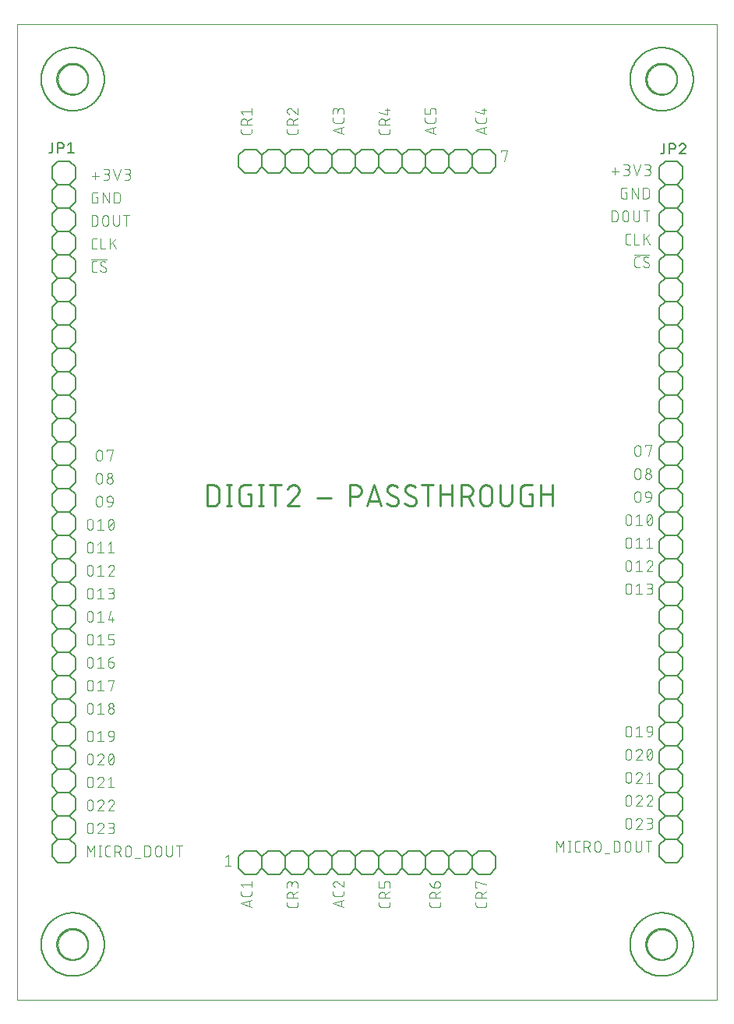
<source format=gto>
From cceb5e82b0e293372273d1fe5e2c595636c86800 Mon Sep 17 00:00:00 2001
From: William Harrington <kb0iic@berzerkula.org>
Date: Sat, 13 Jul 2024 19:15:37 -0500
Subject: updates for Orator and 5x7 display.

---
 eagle/5x7 Display/5x7_LARGE_DIGIT2_6952.GTO | 33056 +++++++++++++-------------
 1 file changed, 16528 insertions(+), 16528 deletions(-)

(limited to 'eagle/5x7 Display/5x7_LARGE_DIGIT2_6952.GTO')

diff --git a/eagle/5x7 Display/5x7_LARGE_DIGIT2_6952.GTO b/eagle/5x7 Display/5x7_LARGE_DIGIT2_6952.GTO
index 5024500..b66f1f1 100644
--- a/eagle/5x7 Display/5x7_LARGE_DIGIT2_6952.GTO	
+++ b/eagle/5x7 Display/5x7_LARGE_DIGIT2_6952.GTO	
@@ -1,16528 +1,16528 @@
-G75*
-%MOIN*%
-%OFA0B0*%
-%FSLAX25Y25*%
-%IPPOS*%
-%LPD*%
-%AMOC8*
-5,1,8,0,0,1.08239X$1,22.5*
-%
-%ADD10C,0.00000*%
-%ADD11C,0.00400*%
-%ADD12C,0.01000*%
-%ADD13C,0.00600*%
-%ADD14C,0.00800*%
-%ADD15C,0.00500*%
-D10*
-X0012961Y0010993D02*
-X0012961Y0428315D01*
-X0312174Y0428315D01*
-X0312174Y0010993D01*
-X0012961Y0010993D01*
-X0030284Y0034615D02*
-X0030286Y0034773D01*
-X0030292Y0034931D01*
-X0030302Y0035089D01*
-X0030316Y0035247D01*
-X0030334Y0035404D01*
-X0030355Y0035561D01*
-X0030381Y0035717D01*
-X0030411Y0035873D01*
-X0030444Y0036028D01*
-X0030482Y0036181D01*
-X0030523Y0036334D01*
-X0030568Y0036486D01*
-X0030617Y0036637D01*
-X0030670Y0036786D01*
-X0030726Y0036934D01*
-X0030786Y0037080D01*
-X0030850Y0037225D01*
-X0030918Y0037368D01*
-X0030989Y0037510D01*
-X0031063Y0037650D01*
-X0031141Y0037787D01*
-X0031223Y0037923D01*
-X0031307Y0038057D01*
-X0031396Y0038188D01*
-X0031487Y0038317D01*
-X0031582Y0038444D01*
-X0031679Y0038569D01*
-X0031780Y0038691D01*
-X0031884Y0038810D01*
-X0031991Y0038927D01*
-X0032101Y0039041D01*
-X0032214Y0039152D01*
-X0032329Y0039261D01*
-X0032447Y0039366D01*
-X0032568Y0039468D01*
-X0032691Y0039568D01*
-X0032817Y0039664D01*
-X0032945Y0039757D01*
-X0033075Y0039847D01*
-X0033208Y0039933D01*
-X0033343Y0040017D01*
-X0033479Y0040096D01*
-X0033618Y0040173D01*
-X0033759Y0040245D01*
-X0033901Y0040315D01*
-X0034045Y0040380D01*
-X0034191Y0040442D01*
-X0034338Y0040500D01*
-X0034487Y0040555D01*
-X0034637Y0040606D01*
-X0034788Y0040653D01*
-X0034940Y0040696D01*
-X0035093Y0040735D01*
-X0035248Y0040771D01*
-X0035403Y0040802D01*
-X0035559Y0040830D01*
-X0035715Y0040854D01*
-X0035872Y0040874D01*
-X0036030Y0040890D01*
-X0036187Y0040902D01*
-X0036346Y0040910D01*
-X0036504Y0040914D01*
-X0036662Y0040914D01*
-X0036820Y0040910D01*
-X0036979Y0040902D01*
-X0037136Y0040890D01*
-X0037294Y0040874D01*
-X0037451Y0040854D01*
-X0037607Y0040830D01*
-X0037763Y0040802D01*
-X0037918Y0040771D01*
-X0038073Y0040735D01*
-X0038226Y0040696D01*
-X0038378Y0040653D01*
-X0038529Y0040606D01*
-X0038679Y0040555D01*
-X0038828Y0040500D01*
-X0038975Y0040442D01*
-X0039121Y0040380D01*
-X0039265Y0040315D01*
-X0039407Y0040245D01*
-X0039548Y0040173D01*
-X0039687Y0040096D01*
-X0039823Y0040017D01*
-X0039958Y0039933D01*
-X0040091Y0039847D01*
-X0040221Y0039757D01*
-X0040349Y0039664D01*
-X0040475Y0039568D01*
-X0040598Y0039468D01*
-X0040719Y0039366D01*
-X0040837Y0039261D01*
-X0040952Y0039152D01*
-X0041065Y0039041D01*
-X0041175Y0038927D01*
-X0041282Y0038810D01*
-X0041386Y0038691D01*
-X0041487Y0038569D01*
-X0041584Y0038444D01*
-X0041679Y0038317D01*
-X0041770Y0038188D01*
-X0041859Y0038057D01*
-X0041943Y0037923D01*
-X0042025Y0037787D01*
-X0042103Y0037650D01*
-X0042177Y0037510D01*
-X0042248Y0037368D01*
-X0042316Y0037225D01*
-X0042380Y0037080D01*
-X0042440Y0036934D01*
-X0042496Y0036786D01*
-X0042549Y0036637D01*
-X0042598Y0036486D01*
-X0042643Y0036334D01*
-X0042684Y0036181D01*
-X0042722Y0036028D01*
-X0042755Y0035873D01*
-X0042785Y0035717D01*
-X0042811Y0035561D01*
-X0042832Y0035404D01*
-X0042850Y0035247D01*
-X0042864Y0035089D01*
-X0042874Y0034931D01*
-X0042880Y0034773D01*
-X0042882Y0034615D01*
-X0042880Y0034457D01*
-X0042874Y0034299D01*
-X0042864Y0034141D01*
-X0042850Y0033983D01*
-X0042832Y0033826D01*
-X0042811Y0033669D01*
-X0042785Y0033513D01*
-X0042755Y0033357D01*
-X0042722Y0033202D01*
-X0042684Y0033049D01*
-X0042643Y0032896D01*
-X0042598Y0032744D01*
-X0042549Y0032593D01*
-X0042496Y0032444D01*
-X0042440Y0032296D01*
-X0042380Y0032150D01*
-X0042316Y0032005D01*
-X0042248Y0031862D01*
-X0042177Y0031720D01*
-X0042103Y0031580D01*
-X0042025Y0031443D01*
-X0041943Y0031307D01*
-X0041859Y0031173D01*
-X0041770Y0031042D01*
-X0041679Y0030913D01*
-X0041584Y0030786D01*
-X0041487Y0030661D01*
-X0041386Y0030539D01*
-X0041282Y0030420D01*
-X0041175Y0030303D01*
-X0041065Y0030189D01*
-X0040952Y0030078D01*
-X0040837Y0029969D01*
-X0040719Y0029864D01*
-X0040598Y0029762D01*
-X0040475Y0029662D01*
-X0040349Y0029566D01*
-X0040221Y0029473D01*
-X0040091Y0029383D01*
-X0039958Y0029297D01*
-X0039823Y0029213D01*
-X0039687Y0029134D01*
-X0039548Y0029057D01*
-X0039407Y0028985D01*
-X0039265Y0028915D01*
-X0039121Y0028850D01*
-X0038975Y0028788D01*
-X0038828Y0028730D01*
-X0038679Y0028675D01*
-X0038529Y0028624D01*
-X0038378Y0028577D01*
-X0038226Y0028534D01*
-X0038073Y0028495D01*
-X0037918Y0028459D01*
-X0037763Y0028428D01*
-X0037607Y0028400D01*
-X0037451Y0028376D01*
-X0037294Y0028356D01*
-X0037136Y0028340D01*
-X0036979Y0028328D01*
-X0036820Y0028320D01*
-X0036662Y0028316D01*
-X0036504Y0028316D01*
-X0036346Y0028320D01*
-X0036187Y0028328D01*
-X0036030Y0028340D01*
-X0035872Y0028356D01*
-X0035715Y0028376D01*
-X0035559Y0028400D01*
-X0035403Y0028428D01*
-X0035248Y0028459D01*
-X0035093Y0028495D01*
-X0034940Y0028534D01*
-X0034788Y0028577D01*
-X0034637Y0028624D01*
-X0034487Y0028675D01*
-X0034338Y0028730D01*
-X0034191Y0028788D01*
-X0034045Y0028850D01*
-X0033901Y0028915D01*
-X0033759Y0028985D01*
-X0033618Y0029057D01*
-X0033479Y0029134D01*
-X0033343Y0029213D01*
-X0033208Y0029297D01*
-X0033075Y0029383D01*
-X0032945Y0029473D01*
-X0032817Y0029566D01*
-X0032691Y0029662D01*
-X0032568Y0029762D01*
-X0032447Y0029864D01*
-X0032329Y0029969D01*
-X0032214Y0030078D01*
-X0032101Y0030189D01*
-X0031991Y0030303D01*
-X0031884Y0030420D01*
-X0031780Y0030539D01*
-X0031679Y0030661D01*
-X0031582Y0030786D01*
-X0031487Y0030913D01*
-X0031396Y0031042D01*
-X0031307Y0031173D01*
-X0031223Y0031307D01*
-X0031141Y0031443D01*
-X0031063Y0031580D01*
-X0030989Y0031720D01*
-X0030918Y0031862D01*
-X0030850Y0032005D01*
-X0030786Y0032150D01*
-X0030726Y0032296D01*
-X0030670Y0032444D01*
-X0030617Y0032593D01*
-X0030568Y0032744D01*
-X0030523Y0032896D01*
-X0030482Y0033049D01*
-X0030444Y0033202D01*
-X0030411Y0033357D01*
-X0030381Y0033513D01*
-X0030355Y0033669D01*
-X0030334Y0033826D01*
-X0030316Y0033983D01*
-X0030302Y0034141D01*
-X0030292Y0034299D01*
-X0030286Y0034457D01*
-X0030284Y0034615D01*
-X0282253Y0034615D02*
-X0282255Y0034773D01*
-X0282261Y0034931D01*
-X0282271Y0035089D01*
-X0282285Y0035247D01*
-X0282303Y0035404D01*
-X0282324Y0035561D01*
-X0282350Y0035717D01*
-X0282380Y0035873D01*
-X0282413Y0036028D01*
-X0282451Y0036181D01*
-X0282492Y0036334D01*
-X0282537Y0036486D01*
-X0282586Y0036637D01*
-X0282639Y0036786D01*
-X0282695Y0036934D01*
-X0282755Y0037080D01*
-X0282819Y0037225D01*
-X0282887Y0037368D01*
-X0282958Y0037510D01*
-X0283032Y0037650D01*
-X0283110Y0037787D01*
-X0283192Y0037923D01*
-X0283276Y0038057D01*
-X0283365Y0038188D01*
-X0283456Y0038317D01*
-X0283551Y0038444D01*
-X0283648Y0038569D01*
-X0283749Y0038691D01*
-X0283853Y0038810D01*
-X0283960Y0038927D01*
-X0284070Y0039041D01*
-X0284183Y0039152D01*
-X0284298Y0039261D01*
-X0284416Y0039366D01*
-X0284537Y0039468D01*
-X0284660Y0039568D01*
-X0284786Y0039664D01*
-X0284914Y0039757D01*
-X0285044Y0039847D01*
-X0285177Y0039933D01*
-X0285312Y0040017D01*
-X0285448Y0040096D01*
-X0285587Y0040173D01*
-X0285728Y0040245D01*
-X0285870Y0040315D01*
-X0286014Y0040380D01*
-X0286160Y0040442D01*
-X0286307Y0040500D01*
-X0286456Y0040555D01*
-X0286606Y0040606D01*
-X0286757Y0040653D01*
-X0286909Y0040696D01*
-X0287062Y0040735D01*
-X0287217Y0040771D01*
-X0287372Y0040802D01*
-X0287528Y0040830D01*
-X0287684Y0040854D01*
-X0287841Y0040874D01*
-X0287999Y0040890D01*
-X0288156Y0040902D01*
-X0288315Y0040910D01*
-X0288473Y0040914D01*
-X0288631Y0040914D01*
-X0288789Y0040910D01*
-X0288948Y0040902D01*
-X0289105Y0040890D01*
-X0289263Y0040874D01*
-X0289420Y0040854D01*
-X0289576Y0040830D01*
-X0289732Y0040802D01*
-X0289887Y0040771D01*
-X0290042Y0040735D01*
-X0290195Y0040696D01*
-X0290347Y0040653D01*
-X0290498Y0040606D01*
-X0290648Y0040555D01*
-X0290797Y0040500D01*
-X0290944Y0040442D01*
-X0291090Y0040380D01*
-X0291234Y0040315D01*
-X0291376Y0040245D01*
-X0291517Y0040173D01*
-X0291656Y0040096D01*
-X0291792Y0040017D01*
-X0291927Y0039933D01*
-X0292060Y0039847D01*
-X0292190Y0039757D01*
-X0292318Y0039664D01*
-X0292444Y0039568D01*
-X0292567Y0039468D01*
-X0292688Y0039366D01*
-X0292806Y0039261D01*
-X0292921Y0039152D01*
-X0293034Y0039041D01*
-X0293144Y0038927D01*
-X0293251Y0038810D01*
-X0293355Y0038691D01*
-X0293456Y0038569D01*
-X0293553Y0038444D01*
-X0293648Y0038317D01*
-X0293739Y0038188D01*
-X0293828Y0038057D01*
-X0293912Y0037923D01*
-X0293994Y0037787D01*
-X0294072Y0037650D01*
-X0294146Y0037510D01*
-X0294217Y0037368D01*
-X0294285Y0037225D01*
-X0294349Y0037080D01*
-X0294409Y0036934D01*
-X0294465Y0036786D01*
-X0294518Y0036637D01*
-X0294567Y0036486D01*
-X0294612Y0036334D01*
-X0294653Y0036181D01*
-X0294691Y0036028D01*
-X0294724Y0035873D01*
-X0294754Y0035717D01*
-X0294780Y0035561D01*
-X0294801Y0035404D01*
-X0294819Y0035247D01*
-X0294833Y0035089D01*
-X0294843Y0034931D01*
-X0294849Y0034773D01*
-X0294851Y0034615D01*
-X0294849Y0034457D01*
-X0294843Y0034299D01*
-X0294833Y0034141D01*
-X0294819Y0033983D01*
-X0294801Y0033826D01*
-X0294780Y0033669D01*
-X0294754Y0033513D01*
-X0294724Y0033357D01*
-X0294691Y0033202D01*
-X0294653Y0033049D01*
-X0294612Y0032896D01*
-X0294567Y0032744D01*
-X0294518Y0032593D01*
-X0294465Y0032444D01*
-X0294409Y0032296D01*
-X0294349Y0032150D01*
-X0294285Y0032005D01*
-X0294217Y0031862D01*
-X0294146Y0031720D01*
-X0294072Y0031580D01*
-X0293994Y0031443D01*
-X0293912Y0031307D01*
-X0293828Y0031173D01*
-X0293739Y0031042D01*
-X0293648Y0030913D01*
-X0293553Y0030786D01*
-X0293456Y0030661D01*
-X0293355Y0030539D01*
-X0293251Y0030420D01*
-X0293144Y0030303D01*
-X0293034Y0030189D01*
-X0292921Y0030078D01*
-X0292806Y0029969D01*
-X0292688Y0029864D01*
-X0292567Y0029762D01*
-X0292444Y0029662D01*
-X0292318Y0029566D01*
-X0292190Y0029473D01*
-X0292060Y0029383D01*
-X0291927Y0029297D01*
-X0291792Y0029213D01*
-X0291656Y0029134D01*
-X0291517Y0029057D01*
-X0291376Y0028985D01*
-X0291234Y0028915D01*
-X0291090Y0028850D01*
-X0290944Y0028788D01*
-X0290797Y0028730D01*
-X0290648Y0028675D01*
-X0290498Y0028624D01*
-X0290347Y0028577D01*
-X0290195Y0028534D01*
-X0290042Y0028495D01*
-X0289887Y0028459D01*
-X0289732Y0028428D01*
-X0289576Y0028400D01*
-X0289420Y0028376D01*
-X0289263Y0028356D01*
-X0289105Y0028340D01*
-X0288948Y0028328D01*
-X0288789Y0028320D01*
-X0288631Y0028316D01*
-X0288473Y0028316D01*
-X0288315Y0028320D01*
-X0288156Y0028328D01*
-X0287999Y0028340D01*
-X0287841Y0028356D01*
-X0287684Y0028376D01*
-X0287528Y0028400D01*
-X0287372Y0028428D01*
-X0287217Y0028459D01*
-X0287062Y0028495D01*
-X0286909Y0028534D01*
-X0286757Y0028577D01*
-X0286606Y0028624D01*
-X0286456Y0028675D01*
-X0286307Y0028730D01*
-X0286160Y0028788D01*
-X0286014Y0028850D01*
-X0285870Y0028915D01*
-X0285728Y0028985D01*
-X0285587Y0029057D01*
-X0285448Y0029134D01*
-X0285312Y0029213D01*
-X0285177Y0029297D01*
-X0285044Y0029383D01*
-X0284914Y0029473D01*
-X0284786Y0029566D01*
-X0284660Y0029662D01*
-X0284537Y0029762D01*
-X0284416Y0029864D01*
-X0284298Y0029969D01*
-X0284183Y0030078D01*
-X0284070Y0030189D01*
-X0283960Y0030303D01*
-X0283853Y0030420D01*
-X0283749Y0030539D01*
-X0283648Y0030661D01*
-X0283551Y0030786D01*
-X0283456Y0030913D01*
-X0283365Y0031042D01*
-X0283276Y0031173D01*
-X0283192Y0031307D01*
-X0283110Y0031443D01*
-X0283032Y0031580D01*
-X0282958Y0031720D01*
-X0282887Y0031862D01*
-X0282819Y0032005D01*
-X0282755Y0032150D01*
-X0282695Y0032296D01*
-X0282639Y0032444D01*
-X0282586Y0032593D01*
-X0282537Y0032744D01*
-X0282492Y0032896D01*
-X0282451Y0033049D01*
-X0282413Y0033202D01*
-X0282380Y0033357D01*
-X0282350Y0033513D01*
-X0282324Y0033669D01*
-X0282303Y0033826D01*
-X0282285Y0033983D01*
-X0282271Y0034141D01*
-X0282261Y0034299D01*
-X0282255Y0034457D01*
-X0282253Y0034615D01*
-X0282253Y0404693D02*
-X0282255Y0404851D01*
-X0282261Y0405009D01*
-X0282271Y0405167D01*
-X0282285Y0405325D01*
-X0282303Y0405482D01*
-X0282324Y0405639D01*
-X0282350Y0405795D01*
-X0282380Y0405951D01*
-X0282413Y0406106D01*
-X0282451Y0406259D01*
-X0282492Y0406412D01*
-X0282537Y0406564D01*
-X0282586Y0406715D01*
-X0282639Y0406864D01*
-X0282695Y0407012D01*
-X0282755Y0407158D01*
-X0282819Y0407303D01*
-X0282887Y0407446D01*
-X0282958Y0407588D01*
-X0283032Y0407728D01*
-X0283110Y0407865D01*
-X0283192Y0408001D01*
-X0283276Y0408135D01*
-X0283365Y0408266D01*
-X0283456Y0408395D01*
-X0283551Y0408522D01*
-X0283648Y0408647D01*
-X0283749Y0408769D01*
-X0283853Y0408888D01*
-X0283960Y0409005D01*
-X0284070Y0409119D01*
-X0284183Y0409230D01*
-X0284298Y0409339D01*
-X0284416Y0409444D01*
-X0284537Y0409546D01*
-X0284660Y0409646D01*
-X0284786Y0409742D01*
-X0284914Y0409835D01*
-X0285044Y0409925D01*
-X0285177Y0410011D01*
-X0285312Y0410095D01*
-X0285448Y0410174D01*
-X0285587Y0410251D01*
-X0285728Y0410323D01*
-X0285870Y0410393D01*
-X0286014Y0410458D01*
-X0286160Y0410520D01*
-X0286307Y0410578D01*
-X0286456Y0410633D01*
-X0286606Y0410684D01*
-X0286757Y0410731D01*
-X0286909Y0410774D01*
-X0287062Y0410813D01*
-X0287217Y0410849D01*
-X0287372Y0410880D01*
-X0287528Y0410908D01*
-X0287684Y0410932D01*
-X0287841Y0410952D01*
-X0287999Y0410968D01*
-X0288156Y0410980D01*
-X0288315Y0410988D01*
-X0288473Y0410992D01*
-X0288631Y0410992D01*
-X0288789Y0410988D01*
-X0288948Y0410980D01*
-X0289105Y0410968D01*
-X0289263Y0410952D01*
-X0289420Y0410932D01*
-X0289576Y0410908D01*
-X0289732Y0410880D01*
-X0289887Y0410849D01*
-X0290042Y0410813D01*
-X0290195Y0410774D01*
-X0290347Y0410731D01*
-X0290498Y0410684D01*
-X0290648Y0410633D01*
-X0290797Y0410578D01*
-X0290944Y0410520D01*
-X0291090Y0410458D01*
-X0291234Y0410393D01*
-X0291376Y0410323D01*
-X0291517Y0410251D01*
-X0291656Y0410174D01*
-X0291792Y0410095D01*
-X0291927Y0410011D01*
-X0292060Y0409925D01*
-X0292190Y0409835D01*
-X0292318Y0409742D01*
-X0292444Y0409646D01*
-X0292567Y0409546D01*
-X0292688Y0409444D01*
-X0292806Y0409339D01*
-X0292921Y0409230D01*
-X0293034Y0409119D01*
-X0293144Y0409005D01*
-X0293251Y0408888D01*
-X0293355Y0408769D01*
-X0293456Y0408647D01*
-X0293553Y0408522D01*
-X0293648Y0408395D01*
-X0293739Y0408266D01*
-X0293828Y0408135D01*
-X0293912Y0408001D01*
-X0293994Y0407865D01*
-X0294072Y0407728D01*
-X0294146Y0407588D01*
-X0294217Y0407446D01*
-X0294285Y0407303D01*
-X0294349Y0407158D01*
-X0294409Y0407012D01*
-X0294465Y0406864D01*
-X0294518Y0406715D01*
-X0294567Y0406564D01*
-X0294612Y0406412D01*
-X0294653Y0406259D01*
-X0294691Y0406106D01*
-X0294724Y0405951D01*
-X0294754Y0405795D01*
-X0294780Y0405639D01*
-X0294801Y0405482D01*
-X0294819Y0405325D01*
-X0294833Y0405167D01*
-X0294843Y0405009D01*
-X0294849Y0404851D01*
-X0294851Y0404693D01*
-X0294849Y0404535D01*
-X0294843Y0404377D01*
-X0294833Y0404219D01*
-X0294819Y0404061D01*
-X0294801Y0403904D01*
-X0294780Y0403747D01*
-X0294754Y0403591D01*
-X0294724Y0403435D01*
-X0294691Y0403280D01*
-X0294653Y0403127D01*
-X0294612Y0402974D01*
-X0294567Y0402822D01*
-X0294518Y0402671D01*
-X0294465Y0402522D01*
-X0294409Y0402374D01*
-X0294349Y0402228D01*
-X0294285Y0402083D01*
-X0294217Y0401940D01*
-X0294146Y0401798D01*
-X0294072Y0401658D01*
-X0293994Y0401521D01*
-X0293912Y0401385D01*
-X0293828Y0401251D01*
-X0293739Y0401120D01*
-X0293648Y0400991D01*
-X0293553Y0400864D01*
-X0293456Y0400739D01*
-X0293355Y0400617D01*
-X0293251Y0400498D01*
-X0293144Y0400381D01*
-X0293034Y0400267D01*
-X0292921Y0400156D01*
-X0292806Y0400047D01*
-X0292688Y0399942D01*
-X0292567Y0399840D01*
-X0292444Y0399740D01*
-X0292318Y0399644D01*
-X0292190Y0399551D01*
-X0292060Y0399461D01*
-X0291927Y0399375D01*
-X0291792Y0399291D01*
-X0291656Y0399212D01*
-X0291517Y0399135D01*
-X0291376Y0399063D01*
-X0291234Y0398993D01*
-X0291090Y0398928D01*
-X0290944Y0398866D01*
-X0290797Y0398808D01*
-X0290648Y0398753D01*
-X0290498Y0398702D01*
-X0290347Y0398655D01*
-X0290195Y0398612D01*
-X0290042Y0398573D01*
-X0289887Y0398537D01*
-X0289732Y0398506D01*
-X0289576Y0398478D01*
-X0289420Y0398454D01*
-X0289263Y0398434D01*
-X0289105Y0398418D01*
-X0288948Y0398406D01*
-X0288789Y0398398D01*
-X0288631Y0398394D01*
-X0288473Y0398394D01*
-X0288315Y0398398D01*
-X0288156Y0398406D01*
-X0287999Y0398418D01*
-X0287841Y0398434D01*
-X0287684Y0398454D01*
-X0287528Y0398478D01*
-X0287372Y0398506D01*
-X0287217Y0398537D01*
-X0287062Y0398573D01*
-X0286909Y0398612D01*
-X0286757Y0398655D01*
-X0286606Y0398702D01*
-X0286456Y0398753D01*
-X0286307Y0398808D01*
-X0286160Y0398866D01*
-X0286014Y0398928D01*
-X0285870Y0398993D01*
-X0285728Y0399063D01*
-X0285587Y0399135D01*
-X0285448Y0399212D01*
-X0285312Y0399291D01*
-X0285177Y0399375D01*
-X0285044Y0399461D01*
-X0284914Y0399551D01*
-X0284786Y0399644D01*
-X0284660Y0399740D01*
-X0284537Y0399840D01*
-X0284416Y0399942D01*
-X0284298Y0400047D01*
-X0284183Y0400156D01*
-X0284070Y0400267D01*
-X0283960Y0400381D01*
-X0283853Y0400498D01*
-X0283749Y0400617D01*
-X0283648Y0400739D01*
-X0283551Y0400864D01*
-X0283456Y0400991D01*
-X0283365Y0401120D01*
-X0283276Y0401251D01*
-X0283192Y0401385D01*
-X0283110Y0401521D01*
-X0283032Y0401658D01*
-X0282958Y0401798D01*
-X0282887Y0401940D01*
-X0282819Y0402083D01*
-X0282755Y0402228D01*
-X0282695Y0402374D01*
-X0282639Y0402522D01*
-X0282586Y0402671D01*
-X0282537Y0402822D01*
-X0282492Y0402974D01*
-X0282451Y0403127D01*
-X0282413Y0403280D01*
-X0282380Y0403435D01*
-X0282350Y0403591D01*
-X0282324Y0403747D01*
-X0282303Y0403904D01*
-X0282285Y0404061D01*
-X0282271Y0404219D01*
-X0282261Y0404377D01*
-X0282255Y0404535D01*
-X0282253Y0404693D01*
-X0030284Y0404693D02*
-X0030286Y0404851D01*
-X0030292Y0405009D01*
-X0030302Y0405167D01*
-X0030316Y0405325D01*
-X0030334Y0405482D01*
-X0030355Y0405639D01*
-X0030381Y0405795D01*
-X0030411Y0405951D01*
-X0030444Y0406106D01*
-X0030482Y0406259D01*
-X0030523Y0406412D01*
-X0030568Y0406564D01*
-X0030617Y0406715D01*
-X0030670Y0406864D01*
-X0030726Y0407012D01*
-X0030786Y0407158D01*
-X0030850Y0407303D01*
-X0030918Y0407446D01*
-X0030989Y0407588D01*
-X0031063Y0407728D01*
-X0031141Y0407865D01*
-X0031223Y0408001D01*
-X0031307Y0408135D01*
-X0031396Y0408266D01*
-X0031487Y0408395D01*
-X0031582Y0408522D01*
-X0031679Y0408647D01*
-X0031780Y0408769D01*
-X0031884Y0408888D01*
-X0031991Y0409005D01*
-X0032101Y0409119D01*
-X0032214Y0409230D01*
-X0032329Y0409339D01*
-X0032447Y0409444D01*
-X0032568Y0409546D01*
-X0032691Y0409646D01*
-X0032817Y0409742D01*
-X0032945Y0409835D01*
-X0033075Y0409925D01*
-X0033208Y0410011D01*
-X0033343Y0410095D01*
-X0033479Y0410174D01*
-X0033618Y0410251D01*
-X0033759Y0410323D01*
-X0033901Y0410393D01*
-X0034045Y0410458D01*
-X0034191Y0410520D01*
-X0034338Y0410578D01*
-X0034487Y0410633D01*
-X0034637Y0410684D01*
-X0034788Y0410731D01*
-X0034940Y0410774D01*
-X0035093Y0410813D01*
-X0035248Y0410849D01*
-X0035403Y0410880D01*
-X0035559Y0410908D01*
-X0035715Y0410932D01*
-X0035872Y0410952D01*
-X0036030Y0410968D01*
-X0036187Y0410980D01*
-X0036346Y0410988D01*
-X0036504Y0410992D01*
-X0036662Y0410992D01*
-X0036820Y0410988D01*
-X0036979Y0410980D01*
-X0037136Y0410968D01*
-X0037294Y0410952D01*
-X0037451Y0410932D01*
-X0037607Y0410908D01*
-X0037763Y0410880D01*
-X0037918Y0410849D01*
-X0038073Y0410813D01*
-X0038226Y0410774D01*
-X0038378Y0410731D01*
-X0038529Y0410684D01*
-X0038679Y0410633D01*
-X0038828Y0410578D01*
-X0038975Y0410520D01*
-X0039121Y0410458D01*
-X0039265Y0410393D01*
-X0039407Y0410323D01*
-X0039548Y0410251D01*
-X0039687Y0410174D01*
-X0039823Y0410095D01*
-X0039958Y0410011D01*
-X0040091Y0409925D01*
-X0040221Y0409835D01*
-X0040349Y0409742D01*
-X0040475Y0409646D01*
-X0040598Y0409546D01*
-X0040719Y0409444D01*
-X0040837Y0409339D01*
-X0040952Y0409230D01*
-X0041065Y0409119D01*
-X0041175Y0409005D01*
-X0041282Y0408888D01*
-X0041386Y0408769D01*
-X0041487Y0408647D01*
-X0041584Y0408522D01*
-X0041679Y0408395D01*
-X0041770Y0408266D01*
-X0041859Y0408135D01*
-X0041943Y0408001D01*
-X0042025Y0407865D01*
-X0042103Y0407728D01*
-X0042177Y0407588D01*
-X0042248Y0407446D01*
-X0042316Y0407303D01*
-X0042380Y0407158D01*
-X0042440Y0407012D01*
-X0042496Y0406864D01*
-X0042549Y0406715D01*
-X0042598Y0406564D01*
-X0042643Y0406412D01*
-X0042684Y0406259D01*
-X0042722Y0406106D01*
-X0042755Y0405951D01*
-X0042785Y0405795D01*
-X0042811Y0405639D01*
-X0042832Y0405482D01*
-X0042850Y0405325D01*
-X0042864Y0405167D01*
-X0042874Y0405009D01*
-X0042880Y0404851D01*
-X0042882Y0404693D01*
-X0042880Y0404535D01*
-X0042874Y0404377D01*
-X0042864Y0404219D01*
-X0042850Y0404061D01*
-X0042832Y0403904D01*
-X0042811Y0403747D01*
-X0042785Y0403591D01*
-X0042755Y0403435D01*
-X0042722Y0403280D01*
-X0042684Y0403127D01*
-X0042643Y0402974D01*
-X0042598Y0402822D01*
-X0042549Y0402671D01*
-X0042496Y0402522D01*
-X0042440Y0402374D01*
-X0042380Y0402228D01*
-X0042316Y0402083D01*
-X0042248Y0401940D01*
-X0042177Y0401798D01*
-X0042103Y0401658D01*
-X0042025Y0401521D01*
-X0041943Y0401385D01*
-X0041859Y0401251D01*
-X0041770Y0401120D01*
-X0041679Y0400991D01*
-X0041584Y0400864D01*
-X0041487Y0400739D01*
-X0041386Y0400617D01*
-X0041282Y0400498D01*
-X0041175Y0400381D01*
-X0041065Y0400267D01*
-X0040952Y0400156D01*
-X0040837Y0400047D01*
-X0040719Y0399942D01*
-X0040598Y0399840D01*
-X0040475Y0399740D01*
-X0040349Y0399644D01*
-X0040221Y0399551D01*
-X0040091Y0399461D01*
-X0039958Y0399375D01*
-X0039823Y0399291D01*
-X0039687Y0399212D01*
-X0039548Y0399135D01*
-X0039407Y0399063D01*
-X0039265Y0398993D01*
-X0039121Y0398928D01*
-X0038975Y0398866D01*
-X0038828Y0398808D01*
-X0038679Y0398753D01*
-X0038529Y0398702D01*
-X0038378Y0398655D01*
-X0038226Y0398612D01*
-X0038073Y0398573D01*
-X0037918Y0398537D01*
-X0037763Y0398506D01*
-X0037607Y0398478D01*
-X0037451Y0398454D01*
-X0037294Y0398434D01*
-X0037136Y0398418D01*
-X0036979Y0398406D01*
-X0036820Y0398398D01*
-X0036662Y0398394D01*
-X0036504Y0398394D01*
-X0036346Y0398398D01*
-X0036187Y0398406D01*
-X0036030Y0398418D01*
-X0035872Y0398434D01*
-X0035715Y0398454D01*
-X0035559Y0398478D01*
-X0035403Y0398506D01*
-X0035248Y0398537D01*
-X0035093Y0398573D01*
-X0034940Y0398612D01*
-X0034788Y0398655D01*
-X0034637Y0398702D01*
-X0034487Y0398753D01*
-X0034338Y0398808D01*
-X0034191Y0398866D01*
-X0034045Y0398928D01*
-X0033901Y0398993D01*
-X0033759Y0399063D01*
-X0033618Y0399135D01*
-X0033479Y0399212D01*
-X0033343Y0399291D01*
-X0033208Y0399375D01*
-X0033075Y0399461D01*
-X0032945Y0399551D01*
-X0032817Y0399644D01*
-X0032691Y0399740D01*
-X0032568Y0399840D01*
-X0032447Y0399942D01*
-X0032329Y0400047D01*
-X0032214Y0400156D01*
-X0032101Y0400267D01*
-X0031991Y0400381D01*
-X0031884Y0400498D01*
-X0031780Y0400617D01*
-X0031679Y0400739D01*
-X0031582Y0400864D01*
-X0031487Y0400991D01*
-X0031396Y0401120D01*
-X0031307Y0401251D01*
-X0031223Y0401385D01*
-X0031141Y0401521D01*
-X0031063Y0401658D01*
-X0030989Y0401798D01*
-X0030918Y0401940D01*
-X0030850Y0402083D01*
-X0030786Y0402228D01*
-X0030726Y0402374D01*
-X0030670Y0402522D01*
-X0030617Y0402671D01*
-X0030568Y0402822D01*
-X0030523Y0402974D01*
-X0030482Y0403127D01*
-X0030444Y0403280D01*
-X0030411Y0403435D01*
-X0030381Y0403591D01*
-X0030355Y0403747D01*
-X0030334Y0403904D01*
-X0030316Y0404061D01*
-X0030302Y0404219D01*
-X0030292Y0404377D01*
-X0030286Y0404535D01*
-X0030284Y0404693D01*
-D11*
-X0046190Y0364908D02*
-X0046190Y0361842D01*
-X0044657Y0363375D02*
-X0047724Y0363375D01*
-X0050224Y0364142D02*
-X0051246Y0364142D01*
-X0051309Y0364144D01*
-X0051372Y0364150D01*
-X0051434Y0364159D01*
-X0051495Y0364173D01*
-X0051556Y0364190D01*
-X0051615Y0364211D01*
-X0051673Y0364236D01*
-X0051730Y0364264D01*
-X0051784Y0364295D01*
-X0051836Y0364330D01*
-X0051887Y0364368D01*
-X0051935Y0364409D01*
-X0051980Y0364453D01*
-X0052022Y0364499D01*
-X0052062Y0364548D01*
-X0052098Y0364599D01*
-X0052131Y0364653D01*
-X0052161Y0364708D01*
-X0052187Y0364766D01*
-X0052210Y0364824D01*
-X0052229Y0364884D01*
-X0052244Y0364945D01*
-X0052256Y0365007D01*
-X0052264Y0365070D01*
-X0052268Y0365133D01*
-X0052268Y0365195D01*
-X0052264Y0365258D01*
-X0052256Y0365321D01*
-X0052244Y0365383D01*
-X0052229Y0365444D01*
-X0052210Y0365504D01*
-X0052187Y0365562D01*
-X0052161Y0365620D01*
-X0052131Y0365675D01*
-X0052098Y0365729D01*
-X0052062Y0365780D01*
-X0052022Y0365829D01*
-X0051980Y0365875D01*
-X0051935Y0365919D01*
-X0051887Y0365960D01*
-X0051836Y0365998D01*
-X0051784Y0366033D01*
-X0051730Y0366064D01*
-X0051673Y0366092D01*
-X0051615Y0366117D01*
-X0051556Y0366138D01*
-X0051495Y0366155D01*
-X0051434Y0366169D01*
-X0051372Y0366178D01*
-X0051309Y0366184D01*
-X0051246Y0366186D01*
-X0049713Y0366186D01*
-X0050990Y0364142D02*
-X0051060Y0364140D01*
-X0051131Y0364134D01*
-X0051200Y0364125D01*
-X0051269Y0364111D01*
-X0051338Y0364094D01*
-X0051405Y0364073D01*
-X0051471Y0364048D01*
-X0051535Y0364020D01*
-X0051598Y0363988D01*
-X0051659Y0363953D01*
-X0051718Y0363914D01*
-X0051775Y0363873D01*
-X0051829Y0363828D01*
-X0051881Y0363780D01*
-X0051930Y0363730D01*
-X0051977Y0363676D01*
-X0052020Y0363621D01*
-X0052060Y0363563D01*
-X0052097Y0363503D01*
-X0052130Y0363441D01*
-X0052160Y0363377D01*
-X0052187Y0363312D01*
-X0052210Y0363246D01*
-X0052229Y0363178D01*
-X0052244Y0363109D01*
-X0052256Y0363040D01*
-X0052264Y0362970D01*
-X0052268Y0362899D01*
-X0052268Y0362829D01*
-X0052264Y0362758D01*
-X0052256Y0362688D01*
-X0052244Y0362619D01*
-X0052229Y0362550D01*
-X0052210Y0362482D01*
-X0052187Y0362416D01*
-X0052160Y0362351D01*
-X0052130Y0362287D01*
-X0052097Y0362225D01*
-X0052060Y0362165D01*
-X0052020Y0362107D01*
-X0051977Y0362052D01*
-X0051930Y0361998D01*
-X0051881Y0361948D01*
-X0051829Y0361900D01*
-X0051775Y0361855D01*
-X0051718Y0361814D01*
-X0051659Y0361775D01*
-X0051598Y0361740D01*
-X0051535Y0361708D01*
-X0051471Y0361680D01*
-X0051405Y0361655D01*
-X0051338Y0361634D01*
-X0051269Y0361617D01*
-X0051200Y0361603D01*
-X0051131Y0361594D01*
-X0051060Y0361588D01*
-X0050990Y0361586D01*
-X0049713Y0361586D01*
-X0049457Y0356344D02*
-X0052013Y0351744D01*
-X0052013Y0356344D01*
-X0054257Y0356344D02*
-X0055535Y0356344D01*
-X0054257Y0356344D02*
-X0054257Y0351744D01*
-X0055535Y0351744D01*
-X0055535Y0351743D02*
-X0055604Y0351745D01*
-X0055673Y0351750D01*
-X0055742Y0351760D01*
-X0055810Y0351773D01*
-X0055877Y0351790D01*
-X0055943Y0351810D01*
-X0056008Y0351834D01*
-X0056072Y0351861D01*
-X0056134Y0351892D01*
-X0056194Y0351926D01*
-X0056252Y0351963D01*
-X0056308Y0352004D01*
-X0056362Y0352047D01*
-X0056414Y0352093D01*
-X0056463Y0352142D01*
-X0056509Y0352194D01*
-X0056552Y0352248D01*
-X0056593Y0352304D01*
-X0056630Y0352362D01*
-X0056664Y0352422D01*
-X0056695Y0352484D01*
-X0056722Y0352548D01*
-X0056746Y0352613D01*
-X0056766Y0352679D01*
-X0056783Y0352746D01*
-X0056796Y0352814D01*
-X0056806Y0352883D01*
-X0056811Y0352952D01*
-X0056813Y0353021D01*
-X0056813Y0355066D01*
-X0056811Y0355135D01*
-X0056806Y0355204D01*
-X0056796Y0355273D01*
-X0056783Y0355341D01*
-X0056766Y0355408D01*
-X0056746Y0355474D01*
-X0056722Y0355539D01*
-X0056695Y0355603D01*
-X0056664Y0355665D01*
-X0056630Y0355725D01*
-X0056593Y0355783D01*
-X0056552Y0355839D01*
-X0056509Y0355893D01*
-X0056463Y0355945D01*
-X0056414Y0355994D01*
-X0056362Y0356040D01*
-X0056308Y0356083D01*
-X0056252Y0356124D01*
-X0056194Y0356161D01*
-X0056134Y0356195D01*
-X0056072Y0356226D01*
-X0056008Y0356253D01*
-X0055943Y0356277D01*
-X0055877Y0356297D01*
-X0055810Y0356314D01*
-X0055742Y0356327D01*
-X0055673Y0356337D01*
-X0055604Y0356342D01*
-X0055535Y0356344D01*
-X0055490Y0361586D02*
-X0057024Y0366186D01*
-X0058713Y0366186D02*
-X0060246Y0366186D01*
-X0060309Y0366184D01*
-X0060372Y0366178D01*
-X0060434Y0366169D01*
-X0060495Y0366155D01*
-X0060556Y0366138D01*
-X0060615Y0366117D01*
-X0060673Y0366092D01*
-X0060730Y0366064D01*
-X0060784Y0366033D01*
-X0060836Y0365998D01*
-X0060887Y0365960D01*
-X0060935Y0365919D01*
-X0060980Y0365875D01*
-X0061022Y0365829D01*
-X0061062Y0365780D01*
-X0061098Y0365729D01*
-X0061131Y0365675D01*
-X0061161Y0365620D01*
-X0061187Y0365562D01*
-X0061210Y0365504D01*
-X0061229Y0365444D01*
-X0061244Y0365383D01*
-X0061256Y0365321D01*
-X0061264Y0365258D01*
-X0061268Y0365195D01*
-X0061268Y0365133D01*
-X0061264Y0365070D01*
-X0061256Y0365007D01*
-X0061244Y0364945D01*
-X0061229Y0364884D01*
-X0061210Y0364824D01*
-X0061187Y0364766D01*
-X0061161Y0364708D01*
-X0061131Y0364653D01*
-X0061098Y0364599D01*
-X0061062Y0364548D01*
-X0061022Y0364499D01*
-X0060980Y0364453D01*
-X0060935Y0364409D01*
-X0060887Y0364368D01*
-X0060836Y0364330D01*
-X0060784Y0364295D01*
-X0060730Y0364264D01*
-X0060673Y0364236D01*
-X0060615Y0364211D01*
-X0060556Y0364190D01*
-X0060495Y0364173D01*
-X0060434Y0364159D01*
-X0060372Y0364150D01*
-X0060309Y0364144D01*
-X0060246Y0364142D01*
-X0059224Y0364142D01*
-X0059990Y0364142D02*
-X0060060Y0364140D01*
-X0060131Y0364134D01*
-X0060200Y0364125D01*
-X0060269Y0364111D01*
-X0060338Y0364094D01*
-X0060405Y0364073D01*
-X0060471Y0364048D01*
-X0060535Y0364020D01*
-X0060598Y0363988D01*
-X0060659Y0363953D01*
-X0060718Y0363914D01*
-X0060775Y0363873D01*
-X0060829Y0363828D01*
-X0060881Y0363780D01*
-X0060930Y0363730D01*
-X0060977Y0363676D01*
-X0061020Y0363621D01*
-X0061060Y0363563D01*
-X0061097Y0363503D01*
-X0061130Y0363441D01*
-X0061160Y0363377D01*
-X0061187Y0363312D01*
-X0061210Y0363246D01*
-X0061229Y0363178D01*
-X0061244Y0363109D01*
-X0061256Y0363040D01*
-X0061264Y0362970D01*
-X0061268Y0362899D01*
-X0061268Y0362829D01*
-X0061264Y0362758D01*
-X0061256Y0362688D01*
-X0061244Y0362619D01*
-X0061229Y0362550D01*
-X0061210Y0362482D01*
-X0061187Y0362416D01*
-X0061160Y0362351D01*
-X0061130Y0362287D01*
-X0061097Y0362225D01*
-X0061060Y0362165D01*
-X0061020Y0362107D01*
-X0060977Y0362052D01*
-X0060930Y0361998D01*
-X0060881Y0361948D01*
-X0060829Y0361900D01*
-X0060775Y0361855D01*
-X0060718Y0361814D01*
-X0060659Y0361775D01*
-X0060598Y0361740D01*
-X0060535Y0361708D01*
-X0060471Y0361680D01*
-X0060405Y0361655D01*
-X0060338Y0361634D01*
-X0060269Y0361617D01*
-X0060200Y0361603D01*
-X0060131Y0361594D01*
-X0060060Y0361588D01*
-X0059990Y0361586D01*
-X0058713Y0361586D01*
-X0055490Y0361586D02*
-X0053957Y0366186D01*
-X0049457Y0356344D02*
-X0049457Y0351744D01*
-X0047213Y0351744D02*
-X0045679Y0351744D01*
-X0045617Y0351746D01*
-X0045556Y0351751D01*
-X0045495Y0351761D01*
-X0045434Y0351774D01*
-X0045375Y0351790D01*
-X0045317Y0351810D01*
-X0045260Y0351834D01*
-X0045204Y0351861D01*
-X0045150Y0351891D01*
-X0045098Y0351925D01*
-X0045049Y0351961D01*
-X0045001Y0352001D01*
-X0044956Y0352043D01*
-X0044914Y0352088D01*
-X0044874Y0352136D01*
-X0044838Y0352185D01*
-X0044804Y0352237D01*
-X0044774Y0352291D01*
-X0044747Y0352347D01*
-X0044723Y0352404D01*
-X0044703Y0352462D01*
-X0044687Y0352521D01*
-X0044674Y0352582D01*
-X0044664Y0352643D01*
-X0044659Y0352704D01*
-X0044657Y0352766D01*
-X0044657Y0355321D01*
-X0044659Y0355383D01*
-X0044664Y0355444D01*
-X0044674Y0355505D01*
-X0044687Y0355566D01*
-X0044703Y0355625D01*
-X0044723Y0355683D01*
-X0044747Y0355740D01*
-X0044774Y0355796D01*
-X0044804Y0355850D01*
-X0044838Y0355902D01*
-X0044874Y0355951D01*
-X0044914Y0355999D01*
-X0044956Y0356044D01*
-X0045001Y0356086D01*
-X0045049Y0356125D01*
-X0045098Y0356162D01*
-X0045150Y0356196D01*
-X0045204Y0356226D01*
-X0045260Y0356253D01*
-X0045317Y0356277D01*
-X0045375Y0356297D01*
-X0045434Y0356313D01*
-X0045495Y0356326D01*
-X0045556Y0356336D01*
-X0045617Y0356341D01*
-X0045679Y0356343D01*
-X0045679Y0356344D02*
-X0047213Y0356344D01*
-X0047213Y0354299D02*
-X0047213Y0351744D01*
-X0047213Y0354299D02*
-X0046446Y0354299D01*
-X0045935Y0346501D02*
-X0044657Y0346501D01*
-X0044657Y0341901D01*
-X0045935Y0341901D01*
-X0046004Y0341903D01*
-X0046073Y0341908D01*
-X0046142Y0341918D01*
-X0046210Y0341931D01*
-X0046277Y0341948D01*
-X0046343Y0341968D01*
-X0046408Y0341992D01*
-X0046472Y0342019D01*
-X0046534Y0342050D01*
-X0046594Y0342084D01*
-X0046652Y0342121D01*
-X0046708Y0342162D01*
-X0046762Y0342205D01*
-X0046814Y0342251D01*
-X0046863Y0342300D01*
-X0046909Y0342352D01*
-X0046952Y0342406D01*
-X0046993Y0342462D01*
-X0047030Y0342520D01*
-X0047064Y0342580D01*
-X0047095Y0342642D01*
-X0047122Y0342706D01*
-X0047146Y0342771D01*
-X0047166Y0342837D01*
-X0047183Y0342904D01*
-X0047196Y0342972D01*
-X0047206Y0343041D01*
-X0047211Y0343110D01*
-X0047213Y0343179D01*
-X0047213Y0345223D01*
-X0047211Y0345292D01*
-X0047206Y0345361D01*
-X0047196Y0345430D01*
-X0047183Y0345498D01*
-X0047166Y0345565D01*
-X0047146Y0345631D01*
-X0047122Y0345696D01*
-X0047095Y0345760D01*
-X0047064Y0345822D01*
-X0047030Y0345882D01*
-X0046993Y0345940D01*
-X0046952Y0345996D01*
-X0046909Y0346050D01*
-X0046863Y0346102D01*
-X0046814Y0346151D01*
-X0046762Y0346197D01*
-X0046708Y0346240D01*
-X0046652Y0346281D01*
-X0046594Y0346318D01*
-X0046534Y0346352D01*
-X0046472Y0346383D01*
-X0046408Y0346410D01*
-X0046343Y0346434D01*
-X0046277Y0346454D01*
-X0046210Y0346471D01*
-X0046142Y0346484D01*
-X0046073Y0346494D01*
-X0046004Y0346499D01*
-X0045935Y0346501D01*
-X0049307Y0345223D02*
-X0049307Y0343179D01*
-X0049309Y0343109D01*
-X0049315Y0343038D01*
-X0049324Y0342969D01*
-X0049338Y0342900D01*
-X0049355Y0342831D01*
-X0049376Y0342764D01*
-X0049401Y0342698D01*
-X0049429Y0342634D01*
-X0049461Y0342571D01*
-X0049496Y0342510D01*
-X0049535Y0342451D01*
-X0049576Y0342394D01*
-X0049621Y0342340D01*
-X0049669Y0342288D01*
-X0049719Y0342239D01*
-X0049773Y0342192D01*
-X0049828Y0342149D01*
-X0049886Y0342109D01*
-X0049946Y0342072D01*
-X0050008Y0342039D01*
-X0050072Y0342009D01*
-X0050137Y0341982D01*
-X0050203Y0341959D01*
-X0050271Y0341940D01*
-X0050340Y0341925D01*
-X0050409Y0341913D01*
-X0050479Y0341905D01*
-X0050550Y0341901D01*
-X0050620Y0341901D01*
-X0050691Y0341905D01*
-X0050761Y0341913D01*
-X0050830Y0341925D01*
-X0050899Y0341940D01*
-X0050967Y0341959D01*
-X0051033Y0341982D01*
-X0051098Y0342009D01*
-X0051162Y0342039D01*
-X0051224Y0342072D01*
-X0051284Y0342109D01*
-X0051342Y0342149D01*
-X0051397Y0342192D01*
-X0051451Y0342239D01*
-X0051501Y0342288D01*
-X0051549Y0342340D01*
-X0051594Y0342394D01*
-X0051635Y0342451D01*
-X0051674Y0342510D01*
-X0051709Y0342571D01*
-X0051741Y0342634D01*
-X0051769Y0342698D01*
-X0051794Y0342764D01*
-X0051815Y0342831D01*
-X0051832Y0342900D01*
-X0051846Y0342969D01*
-X0051855Y0343038D01*
-X0051861Y0343109D01*
-X0051863Y0343179D01*
-X0051863Y0345223D01*
-X0051861Y0345293D01*
-X0051855Y0345364D01*
-X0051846Y0345433D01*
-X0051832Y0345502D01*
-X0051815Y0345571D01*
-X0051794Y0345638D01*
-X0051769Y0345704D01*
-X0051741Y0345768D01*
-X0051709Y0345831D01*
-X0051674Y0345892D01*
-X0051635Y0345951D01*
-X0051594Y0346008D01*
-X0051549Y0346062D01*
-X0051501Y0346114D01*
-X0051451Y0346163D01*
-X0051397Y0346210D01*
-X0051342Y0346253D01*
-X0051284Y0346293D01*
-X0051224Y0346330D01*
-X0051162Y0346363D01*
-X0051098Y0346393D01*
-X0051033Y0346420D01*
-X0050967Y0346443D01*
-X0050899Y0346462D01*
-X0050830Y0346477D01*
-X0050761Y0346489D01*
-X0050691Y0346497D01*
-X0050620Y0346501D01*
-X0050550Y0346501D01*
-X0050479Y0346497D01*
-X0050409Y0346489D01*
-X0050340Y0346477D01*
-X0050271Y0346462D01*
-X0050203Y0346443D01*
-X0050137Y0346420D01*
-X0050072Y0346393D01*
-X0050008Y0346363D01*
-X0049946Y0346330D01*
-X0049886Y0346293D01*
-X0049828Y0346253D01*
-X0049773Y0346210D01*
-X0049719Y0346163D01*
-X0049669Y0346114D01*
-X0049621Y0346062D01*
-X0049576Y0346008D01*
-X0049535Y0345951D01*
-X0049496Y0345892D01*
-X0049461Y0345831D01*
-X0049429Y0345768D01*
-X0049401Y0345704D01*
-X0049376Y0345638D01*
-X0049355Y0345571D01*
-X0049338Y0345502D01*
-X0049324Y0345433D01*
-X0049315Y0345364D01*
-X0049309Y0345293D01*
-X0049307Y0345223D01*
-X0053957Y0346501D02*
-X0053957Y0343179D01*
-X0053959Y0343109D01*
-X0053965Y0343038D01*
-X0053974Y0342969D01*
-X0053988Y0342900D01*
-X0054005Y0342831D01*
-X0054026Y0342764D01*
-X0054051Y0342698D01*
-X0054079Y0342634D01*
-X0054111Y0342571D01*
-X0054146Y0342510D01*
-X0054185Y0342451D01*
-X0054226Y0342394D01*
-X0054271Y0342340D01*
-X0054319Y0342288D01*
-X0054369Y0342239D01*
-X0054423Y0342192D01*
-X0054478Y0342149D01*
-X0054536Y0342109D01*
-X0054596Y0342072D01*
-X0054658Y0342039D01*
-X0054722Y0342009D01*
-X0054787Y0341982D01*
-X0054853Y0341959D01*
-X0054921Y0341940D01*
-X0054990Y0341925D01*
-X0055059Y0341913D01*
-X0055129Y0341905D01*
-X0055200Y0341901D01*
-X0055270Y0341901D01*
-X0055341Y0341905D01*
-X0055411Y0341913D01*
-X0055480Y0341925D01*
-X0055549Y0341940D01*
-X0055617Y0341959D01*
-X0055683Y0341982D01*
-X0055748Y0342009D01*
-X0055812Y0342039D01*
-X0055874Y0342072D01*
-X0055934Y0342109D01*
-X0055992Y0342149D01*
-X0056047Y0342192D01*
-X0056101Y0342239D01*
-X0056151Y0342288D01*
-X0056199Y0342340D01*
-X0056244Y0342394D01*
-X0056285Y0342451D01*
-X0056324Y0342510D01*
-X0056359Y0342571D01*
-X0056391Y0342634D01*
-X0056419Y0342698D01*
-X0056444Y0342764D01*
-X0056465Y0342831D01*
-X0056482Y0342900D01*
-X0056496Y0342969D01*
-X0056505Y0343038D01*
-X0056511Y0343109D01*
-X0056513Y0343179D01*
-X0056513Y0346501D01*
-X0058307Y0346501D02*
-X0060863Y0346501D01*
-X0059585Y0346501D02*
-X0059585Y0341901D01*
-X0055092Y0336659D02*
-X0052537Y0333848D01*
-X0053559Y0334870D02*
-X0055092Y0332059D01*
-X0052537Y0332059D02*
-X0052537Y0336659D01*
-X0048579Y0336659D02*
-X0048579Y0332059D01*
-X0050623Y0332059D01*
-X0046702Y0332059D02*
-X0045679Y0332059D01*
-X0045617Y0332061D01*
-X0045556Y0332066D01*
-X0045495Y0332076D01*
-X0045434Y0332089D01*
-X0045375Y0332105D01*
-X0045317Y0332125D01*
-X0045260Y0332149D01*
-X0045204Y0332176D01*
-X0045150Y0332206D01*
-X0045098Y0332240D01*
-X0045049Y0332276D01*
-X0045001Y0332316D01*
-X0044956Y0332358D01*
-X0044914Y0332403D01*
-X0044874Y0332451D01*
-X0044838Y0332500D01*
-X0044804Y0332552D01*
-X0044774Y0332606D01*
-X0044747Y0332662D01*
-X0044723Y0332719D01*
-X0044703Y0332777D01*
-X0044687Y0332836D01*
-X0044674Y0332897D01*
-X0044664Y0332958D01*
-X0044659Y0333019D01*
-X0044657Y0333081D01*
-X0044657Y0335636D01*
-X0044659Y0335698D01*
-X0044664Y0335759D01*
-X0044674Y0335820D01*
-X0044687Y0335881D01*
-X0044703Y0335940D01*
-X0044723Y0335998D01*
-X0044747Y0336055D01*
-X0044774Y0336111D01*
-X0044804Y0336165D01*
-X0044838Y0336217D01*
-X0044874Y0336266D01*
-X0044914Y0336314D01*
-X0044956Y0336359D01*
-X0045001Y0336401D01*
-X0045049Y0336440D01*
-X0045098Y0336477D01*
-X0045150Y0336511D01*
-X0045204Y0336541D01*
-X0045260Y0336568D01*
-X0045317Y0336592D01*
-X0045375Y0336612D01*
-X0045434Y0336628D01*
-X0045495Y0336641D01*
-X0045556Y0336651D01*
-X0045617Y0336656D01*
-X0045679Y0336658D01*
-X0045679Y0336659D02*
-X0046702Y0336659D01*
-X0044457Y0327616D02*
-X0051026Y0327616D01*
-X0048398Y0325794D02*
-X0048400Y0325731D01*
-X0048406Y0325668D01*
-X0048415Y0325605D01*
-X0048429Y0325543D01*
-X0048446Y0325482D01*
-X0048467Y0325422D01*
-X0048491Y0325364D01*
-X0048519Y0325307D01*
-X0048551Y0325252D01*
-X0048586Y0325199D01*
-X0048624Y0325148D01*
-X0048665Y0325100D01*
-X0048708Y0325054D01*
-X0048755Y0325011D01*
-X0048804Y0324971D01*
-X0048855Y0324934D01*
-X0048909Y0324900D01*
-X0048909Y0324899D02*
-X0050315Y0324133D01*
-X0049803Y0322217D02*
-X0049713Y0322219D01*
-X0049624Y0322224D01*
-X0049535Y0322234D01*
-X0049446Y0322247D01*
-X0049358Y0322263D01*
-X0049270Y0322284D01*
-X0049184Y0322308D01*
-X0049098Y0322335D01*
-X0049014Y0322366D01*
-X0048931Y0322401D01*
-X0048850Y0322439D01*
-X0048770Y0322480D01*
-X0048693Y0322524D01*
-X0048617Y0322572D01*
-X0048543Y0322623D01*
-X0048471Y0322677D01*
-X0048402Y0322734D01*
-X0048334Y0322793D01*
-X0048270Y0322856D01*
-X0050315Y0324132D02*
-X0050369Y0324098D01*
-X0050420Y0324061D01*
-X0050469Y0324021D01*
-X0050516Y0323978D01*
-X0050559Y0323932D01*
-X0050600Y0323884D01*
-X0050638Y0323833D01*
-X0050673Y0323780D01*
-X0050705Y0323725D01*
-X0050733Y0323668D01*
-X0050757Y0323610D01*
-X0050778Y0323550D01*
-X0050795Y0323489D01*
-X0050809Y0323427D01*
-X0050818Y0323364D01*
-X0050824Y0323301D01*
-X0050826Y0323238D01*
-X0050825Y0323238D02*
-X0050823Y0323176D01*
-X0050818Y0323115D01*
-X0050808Y0323054D01*
-X0050795Y0322993D01*
-X0050779Y0322934D01*
-X0050759Y0322876D01*
-X0050735Y0322819D01*
-X0050708Y0322763D01*
-X0050678Y0322709D01*
-X0050644Y0322657D01*
-X0050608Y0322608D01*
-X0050568Y0322560D01*
-X0050526Y0322515D01*
-X0050481Y0322473D01*
-X0050433Y0322433D01*
-X0050384Y0322397D01*
-X0050332Y0322363D01*
-X0050278Y0322333D01*
-X0050222Y0322306D01*
-X0050165Y0322282D01*
-X0050107Y0322262D01*
-X0050048Y0322246D01*
-X0049987Y0322233D01*
-X0049926Y0322223D01*
-X0049865Y0322218D01*
-X0049803Y0322216D01*
-X0050570Y0326433D02*
-X0050503Y0326481D01*
-X0050435Y0326526D01*
-X0050364Y0326568D01*
-X0050291Y0326606D01*
-X0050217Y0326642D01*
-X0050142Y0326675D01*
-X0050065Y0326704D01*
-X0049987Y0326730D01*
-X0049908Y0326753D01*
-X0049828Y0326772D01*
-X0049747Y0326788D01*
-X0049666Y0326800D01*
-X0049584Y0326809D01*
-X0049502Y0326814D01*
-X0049420Y0326816D01*
-X0049358Y0326814D01*
-X0049297Y0326809D01*
-X0049236Y0326799D01*
-X0049175Y0326786D01*
-X0049116Y0326770D01*
-X0049058Y0326750D01*
-X0049001Y0326726D01*
-X0048945Y0326699D01*
-X0048891Y0326669D01*
-X0048839Y0326635D01*
-X0048790Y0326599D01*
-X0048742Y0326559D01*
-X0048697Y0326517D01*
-X0048655Y0326472D01*
-X0048616Y0326424D01*
-X0048579Y0326375D01*
-X0048545Y0326323D01*
-X0048515Y0326269D01*
-X0048488Y0326213D01*
-X0048464Y0326156D01*
-X0048444Y0326098D01*
-X0048428Y0326039D01*
-X0048415Y0325978D01*
-X0048405Y0325917D01*
-X0048400Y0325856D01*
-X0048398Y0325794D01*
-X0046702Y0326816D02*
-X0045679Y0326816D01*
-X0045617Y0326814D01*
-X0045556Y0326809D01*
-X0045495Y0326799D01*
-X0045434Y0326786D01*
-X0045375Y0326770D01*
-X0045317Y0326750D01*
-X0045260Y0326726D01*
-X0045204Y0326699D01*
-X0045150Y0326669D01*
-X0045098Y0326635D01*
-X0045049Y0326598D01*
-X0045001Y0326559D01*
-X0044956Y0326517D01*
-X0044914Y0326472D01*
-X0044874Y0326424D01*
-X0044838Y0326375D01*
-X0044804Y0326323D01*
-X0044774Y0326269D01*
-X0044747Y0326213D01*
-X0044723Y0326156D01*
-X0044703Y0326098D01*
-X0044687Y0326039D01*
-X0044674Y0325978D01*
-X0044664Y0325917D01*
-X0044659Y0325856D01*
-X0044657Y0325794D01*
-X0044657Y0323238D01*
-X0044659Y0323176D01*
-X0044664Y0323115D01*
-X0044674Y0323054D01*
-X0044687Y0322993D01*
-X0044703Y0322934D01*
-X0044723Y0322876D01*
-X0044747Y0322819D01*
-X0044774Y0322763D01*
-X0044804Y0322709D01*
-X0044838Y0322657D01*
-X0044874Y0322608D01*
-X0044914Y0322560D01*
-X0044956Y0322515D01*
-X0045001Y0322473D01*
-X0045049Y0322433D01*
-X0045098Y0322397D01*
-X0045150Y0322363D01*
-X0045204Y0322333D01*
-X0045260Y0322306D01*
-X0045317Y0322282D01*
-X0045375Y0322262D01*
-X0045434Y0322246D01*
-X0045495Y0322233D01*
-X0045556Y0322223D01*
-X0045617Y0322218D01*
-X0045679Y0322216D01*
-X0046702Y0322216D01*
-X0051126Y0246107D02*
-X0053681Y0246107D01*
-X0052403Y0241507D01*
-X0049181Y0242785D02*
-X0049181Y0244830D01*
-X0049179Y0244900D01*
-X0049173Y0244971D01*
-X0049164Y0245040D01*
-X0049150Y0245109D01*
-X0049133Y0245178D01*
-X0049112Y0245245D01*
-X0049087Y0245311D01*
-X0049059Y0245375D01*
-X0049027Y0245438D01*
-X0048992Y0245499D01*
-X0048953Y0245558D01*
-X0048912Y0245615D01*
-X0048867Y0245669D01*
-X0048819Y0245721D01*
-X0048769Y0245770D01*
-X0048715Y0245817D01*
-X0048660Y0245860D01*
-X0048602Y0245900D01*
-X0048542Y0245937D01*
-X0048480Y0245970D01*
-X0048416Y0246000D01*
-X0048351Y0246027D01*
-X0048285Y0246050D01*
-X0048217Y0246069D01*
-X0048148Y0246084D01*
-X0048079Y0246096D01*
-X0048009Y0246104D01*
-X0047938Y0246108D01*
-X0047868Y0246108D01*
-X0047797Y0246104D01*
-X0047727Y0246096D01*
-X0047658Y0246084D01*
-X0047589Y0246069D01*
-X0047521Y0246050D01*
-X0047455Y0246027D01*
-X0047390Y0246000D01*
-X0047326Y0245970D01*
-X0047264Y0245937D01*
-X0047204Y0245900D01*
-X0047146Y0245860D01*
-X0047091Y0245817D01*
-X0047037Y0245770D01*
-X0046987Y0245721D01*
-X0046939Y0245669D01*
-X0046894Y0245615D01*
-X0046853Y0245558D01*
-X0046814Y0245499D01*
-X0046779Y0245438D01*
-X0046747Y0245375D01*
-X0046719Y0245311D01*
-X0046694Y0245245D01*
-X0046673Y0245178D01*
-X0046656Y0245109D01*
-X0046642Y0245040D01*
-X0046633Y0244971D01*
-X0046627Y0244900D01*
-X0046625Y0244830D01*
-X0046626Y0244830D02*
-X0046626Y0242785D01*
-X0046625Y0242785D02*
-X0046627Y0242715D01*
-X0046633Y0242644D01*
-X0046642Y0242575D01*
-X0046656Y0242506D01*
-X0046673Y0242437D01*
-X0046694Y0242370D01*
-X0046719Y0242304D01*
-X0046747Y0242240D01*
-X0046779Y0242177D01*
-X0046814Y0242116D01*
-X0046853Y0242057D01*
-X0046894Y0242000D01*
-X0046939Y0241946D01*
-X0046987Y0241894D01*
-X0047037Y0241845D01*
-X0047091Y0241798D01*
-X0047146Y0241755D01*
-X0047204Y0241715D01*
-X0047264Y0241678D01*
-X0047326Y0241645D01*
-X0047390Y0241615D01*
-X0047455Y0241588D01*
-X0047521Y0241565D01*
-X0047589Y0241546D01*
-X0047658Y0241531D01*
-X0047727Y0241519D01*
-X0047797Y0241511D01*
-X0047868Y0241507D01*
-X0047938Y0241507D01*
-X0048009Y0241511D01*
-X0048079Y0241519D01*
-X0048148Y0241531D01*
-X0048217Y0241546D01*
-X0048285Y0241565D01*
-X0048351Y0241588D01*
-X0048416Y0241615D01*
-X0048480Y0241645D01*
-X0048542Y0241678D01*
-X0048602Y0241715D01*
-X0048660Y0241755D01*
-X0048715Y0241798D01*
-X0048769Y0241845D01*
-X0048819Y0241894D01*
-X0048867Y0241946D01*
-X0048912Y0242000D01*
-X0048953Y0242057D01*
-X0048992Y0242116D01*
-X0049027Y0242177D01*
-X0049059Y0242240D01*
-X0049087Y0242304D01*
-X0049112Y0242370D01*
-X0049133Y0242437D01*
-X0049150Y0242506D01*
-X0049164Y0242575D01*
-X0049173Y0242644D01*
-X0049179Y0242715D01*
-X0049181Y0242785D01*
-X0051126Y0245596D02*
-X0051126Y0246107D01*
-X0051381Y0235243D02*
-X0051383Y0235180D01*
-X0051389Y0235117D01*
-X0051398Y0235055D01*
-X0051412Y0234994D01*
-X0051429Y0234933D01*
-X0051450Y0234874D01*
-X0051475Y0234816D01*
-X0051503Y0234759D01*
-X0051534Y0234705D01*
-X0051569Y0234653D01*
-X0051607Y0234602D01*
-X0051648Y0234554D01*
-X0051692Y0234509D01*
-X0051738Y0234467D01*
-X0051787Y0234427D01*
-X0051838Y0234391D01*
-X0051892Y0234358D01*
-X0051947Y0234328D01*
-X0052005Y0234302D01*
-X0052063Y0234279D01*
-X0052123Y0234260D01*
-X0052184Y0234245D01*
-X0052246Y0234233D01*
-X0052309Y0234225D01*
-X0052372Y0234221D01*
-X0052434Y0234221D01*
-X0052497Y0234225D01*
-X0052560Y0234233D01*
-X0052622Y0234245D01*
-X0052683Y0234260D01*
-X0052743Y0234279D01*
-X0052801Y0234302D01*
-X0052859Y0234328D01*
-X0052914Y0234358D01*
-X0052968Y0234391D01*
-X0053019Y0234427D01*
-X0053068Y0234467D01*
-X0053114Y0234509D01*
-X0053158Y0234554D01*
-X0053199Y0234602D01*
-X0053237Y0234653D01*
-X0053272Y0234705D01*
-X0053303Y0234759D01*
-X0053331Y0234816D01*
-X0053356Y0234874D01*
-X0053377Y0234933D01*
-X0053394Y0234994D01*
-X0053408Y0235055D01*
-X0053417Y0235117D01*
-X0053423Y0235180D01*
-X0053425Y0235243D01*
-X0053423Y0235306D01*
-X0053417Y0235369D01*
-X0053408Y0235431D01*
-X0053394Y0235492D01*
-X0053377Y0235553D01*
-X0053356Y0235612D01*
-X0053331Y0235670D01*
-X0053303Y0235727D01*
-X0053272Y0235781D01*
-X0053237Y0235833D01*
-X0053199Y0235884D01*
-X0053158Y0235932D01*
-X0053114Y0235977D01*
-X0053068Y0236019D01*
-X0053019Y0236059D01*
-X0052968Y0236095D01*
-X0052914Y0236128D01*
-X0052859Y0236158D01*
-X0052801Y0236184D01*
-X0052743Y0236207D01*
-X0052683Y0236226D01*
-X0052622Y0236241D01*
-X0052560Y0236253D01*
-X0052497Y0236261D01*
-X0052434Y0236265D01*
-X0052372Y0236265D01*
-X0052309Y0236261D01*
-X0052246Y0236253D01*
-X0052184Y0236241D01*
-X0052123Y0236226D01*
-X0052063Y0236207D01*
-X0052005Y0236184D01*
-X0051947Y0236158D01*
-X0051892Y0236128D01*
-X0051838Y0236095D01*
-X0051787Y0236059D01*
-X0051738Y0236019D01*
-X0051692Y0235977D01*
-X0051648Y0235932D01*
-X0051607Y0235884D01*
-X0051569Y0235833D01*
-X0051534Y0235781D01*
-X0051503Y0235727D01*
-X0051475Y0235670D01*
-X0051450Y0235612D01*
-X0051429Y0235553D01*
-X0051412Y0235492D01*
-X0051398Y0235431D01*
-X0051389Y0235369D01*
-X0051383Y0235306D01*
-X0051381Y0235243D01*
-X0049181Y0234987D02*
-X0049181Y0232943D01*
-X0049179Y0232873D01*
-X0049173Y0232802D01*
-X0049164Y0232733D01*
-X0049150Y0232664D01*
-X0049133Y0232595D01*
-X0049112Y0232528D01*
-X0049087Y0232462D01*
-X0049059Y0232398D01*
-X0049027Y0232335D01*
-X0048992Y0232274D01*
-X0048953Y0232215D01*
-X0048912Y0232158D01*
-X0048867Y0232104D01*
-X0048819Y0232052D01*
-X0048769Y0232003D01*
-X0048715Y0231956D01*
-X0048660Y0231913D01*
-X0048602Y0231873D01*
-X0048542Y0231836D01*
-X0048480Y0231803D01*
-X0048416Y0231773D01*
-X0048351Y0231746D01*
-X0048285Y0231723D01*
-X0048217Y0231704D01*
-X0048148Y0231689D01*
-X0048079Y0231677D01*
-X0048009Y0231669D01*
-X0047938Y0231665D01*
-X0047868Y0231665D01*
-X0047797Y0231669D01*
-X0047727Y0231677D01*
-X0047658Y0231689D01*
-X0047589Y0231704D01*
-X0047521Y0231723D01*
-X0047455Y0231746D01*
-X0047390Y0231773D01*
-X0047326Y0231803D01*
-X0047264Y0231836D01*
-X0047204Y0231873D01*
-X0047146Y0231913D01*
-X0047091Y0231956D01*
-X0047037Y0232003D01*
-X0046987Y0232052D01*
-X0046939Y0232104D01*
-X0046894Y0232158D01*
-X0046853Y0232215D01*
-X0046814Y0232274D01*
-X0046779Y0232335D01*
-X0046747Y0232398D01*
-X0046719Y0232462D01*
-X0046694Y0232528D01*
-X0046673Y0232595D01*
-X0046656Y0232664D01*
-X0046642Y0232733D01*
-X0046633Y0232802D01*
-X0046627Y0232873D01*
-X0046625Y0232943D01*
-X0046626Y0232943D02*
-X0046626Y0234987D01*
-X0046625Y0234987D02*
-X0046627Y0235057D01*
-X0046633Y0235128D01*
-X0046642Y0235197D01*
-X0046656Y0235266D01*
-X0046673Y0235335D01*
-X0046694Y0235402D01*
-X0046719Y0235468D01*
-X0046747Y0235532D01*
-X0046779Y0235595D01*
-X0046814Y0235656D01*
-X0046853Y0235715D01*
-X0046894Y0235772D01*
-X0046939Y0235826D01*
-X0046987Y0235878D01*
-X0047037Y0235927D01*
-X0047091Y0235974D01*
-X0047146Y0236017D01*
-X0047204Y0236057D01*
-X0047264Y0236094D01*
-X0047326Y0236127D01*
-X0047390Y0236157D01*
-X0047455Y0236184D01*
-X0047521Y0236207D01*
-X0047589Y0236226D01*
-X0047658Y0236241D01*
-X0047727Y0236253D01*
-X0047797Y0236261D01*
-X0047868Y0236265D01*
-X0047938Y0236265D01*
-X0048009Y0236261D01*
-X0048079Y0236253D01*
-X0048148Y0236241D01*
-X0048217Y0236226D01*
-X0048285Y0236207D01*
-X0048351Y0236184D01*
-X0048416Y0236157D01*
-X0048480Y0236127D01*
-X0048542Y0236094D01*
-X0048602Y0236057D01*
-X0048660Y0236017D01*
-X0048715Y0235974D01*
-X0048769Y0235927D01*
-X0048819Y0235878D01*
-X0048867Y0235826D01*
-X0048912Y0235772D01*
-X0048953Y0235715D01*
-X0048992Y0235656D01*
-X0049027Y0235595D01*
-X0049059Y0235532D01*
-X0049087Y0235468D01*
-X0049112Y0235402D01*
-X0049133Y0235335D01*
-X0049150Y0235266D01*
-X0049164Y0235197D01*
-X0049173Y0235128D01*
-X0049179Y0235057D01*
-X0049181Y0234987D01*
-X0051125Y0232943D02*
-X0051127Y0232873D01*
-X0051133Y0232802D01*
-X0051142Y0232733D01*
-X0051156Y0232664D01*
-X0051173Y0232595D01*
-X0051194Y0232528D01*
-X0051219Y0232462D01*
-X0051247Y0232398D01*
-X0051279Y0232335D01*
-X0051314Y0232274D01*
-X0051353Y0232215D01*
-X0051394Y0232158D01*
-X0051439Y0232104D01*
-X0051487Y0232052D01*
-X0051537Y0232003D01*
-X0051591Y0231956D01*
-X0051646Y0231913D01*
-X0051704Y0231873D01*
-X0051764Y0231836D01*
-X0051826Y0231803D01*
-X0051890Y0231773D01*
-X0051955Y0231746D01*
-X0052021Y0231723D01*
-X0052089Y0231704D01*
-X0052158Y0231689D01*
-X0052227Y0231677D01*
-X0052297Y0231669D01*
-X0052368Y0231665D01*
-X0052438Y0231665D01*
-X0052509Y0231669D01*
-X0052579Y0231677D01*
-X0052648Y0231689D01*
-X0052717Y0231704D01*
-X0052785Y0231723D01*
-X0052851Y0231746D01*
-X0052916Y0231773D01*
-X0052980Y0231803D01*
-X0053042Y0231836D01*
-X0053102Y0231873D01*
-X0053160Y0231913D01*
-X0053215Y0231956D01*
-X0053269Y0232003D01*
-X0053319Y0232052D01*
-X0053367Y0232104D01*
-X0053412Y0232158D01*
-X0053453Y0232215D01*
-X0053492Y0232274D01*
-X0053527Y0232335D01*
-X0053559Y0232398D01*
-X0053587Y0232462D01*
-X0053612Y0232528D01*
-X0053633Y0232595D01*
-X0053650Y0232664D01*
-X0053664Y0232733D01*
-X0053673Y0232802D01*
-X0053679Y0232873D01*
-X0053681Y0232943D01*
-X0053679Y0233013D01*
-X0053673Y0233084D01*
-X0053664Y0233153D01*
-X0053650Y0233222D01*
-X0053633Y0233291D01*
-X0053612Y0233358D01*
-X0053587Y0233424D01*
-X0053559Y0233488D01*
-X0053527Y0233551D01*
-X0053492Y0233612D01*
-X0053453Y0233671D01*
-X0053412Y0233728D01*
-X0053367Y0233782D01*
-X0053319Y0233834D01*
-X0053269Y0233883D01*
-X0053215Y0233930D01*
-X0053160Y0233973D01*
-X0053102Y0234013D01*
-X0053042Y0234050D01*
-X0052980Y0234083D01*
-X0052916Y0234113D01*
-X0052851Y0234140D01*
-X0052785Y0234163D01*
-X0052717Y0234182D01*
-X0052648Y0234197D01*
-X0052579Y0234209D01*
-X0052509Y0234217D01*
-X0052438Y0234221D01*
-X0052368Y0234221D01*
-X0052297Y0234217D01*
-X0052227Y0234209D01*
-X0052158Y0234197D01*
-X0052089Y0234182D01*
-X0052021Y0234163D01*
-X0051955Y0234140D01*
-X0051890Y0234113D01*
-X0051826Y0234083D01*
-X0051764Y0234050D01*
-X0051704Y0234013D01*
-X0051646Y0233973D01*
-X0051591Y0233930D01*
-X0051537Y0233883D01*
-X0051487Y0233834D01*
-X0051439Y0233782D01*
-X0051394Y0233728D01*
-X0051353Y0233671D01*
-X0051314Y0233612D01*
-X0051279Y0233551D01*
-X0051247Y0233488D01*
-X0051219Y0233424D01*
-X0051194Y0233358D01*
-X0051173Y0233291D01*
-X0051156Y0233222D01*
-X0051142Y0233153D01*
-X0051133Y0233084D01*
-X0051127Y0233013D01*
-X0051125Y0232943D01*
-X0051126Y0225145D02*
-X0051126Y0224889D01*
-X0051128Y0224827D01*
-X0051133Y0224766D01*
-X0051143Y0224705D01*
-X0051156Y0224644D01*
-X0051172Y0224585D01*
-X0051192Y0224527D01*
-X0051216Y0224470D01*
-X0051243Y0224414D01*
-X0051273Y0224360D01*
-X0051307Y0224308D01*
-X0051343Y0224259D01*
-X0051383Y0224211D01*
-X0051425Y0224166D01*
-X0051470Y0224124D01*
-X0051518Y0224084D01*
-X0051567Y0224048D01*
-X0051619Y0224014D01*
-X0051673Y0223984D01*
-X0051729Y0223957D01*
-X0051786Y0223933D01*
-X0051844Y0223913D01*
-X0051903Y0223897D01*
-X0051964Y0223884D01*
-X0052025Y0223874D01*
-X0052086Y0223869D01*
-X0052148Y0223867D01*
-X0053681Y0223867D01*
-X0053681Y0225145D01*
-X0053679Y0225215D01*
-X0053673Y0225286D01*
-X0053664Y0225355D01*
-X0053650Y0225424D01*
-X0053633Y0225493D01*
-X0053612Y0225560D01*
-X0053587Y0225626D01*
-X0053559Y0225690D01*
-X0053527Y0225753D01*
-X0053492Y0225814D01*
-X0053453Y0225873D01*
-X0053412Y0225930D01*
-X0053367Y0225984D01*
-X0053319Y0226036D01*
-X0053269Y0226085D01*
-X0053215Y0226132D01*
-X0053160Y0226175D01*
-X0053102Y0226215D01*
-X0053042Y0226252D01*
-X0052980Y0226285D01*
-X0052916Y0226315D01*
-X0052851Y0226342D01*
-X0052785Y0226365D01*
-X0052717Y0226384D01*
-X0052648Y0226399D01*
-X0052579Y0226411D01*
-X0052509Y0226419D01*
-X0052438Y0226423D01*
-X0052368Y0226423D01*
-X0052297Y0226419D01*
-X0052227Y0226411D01*
-X0052158Y0226399D01*
-X0052089Y0226384D01*
-X0052021Y0226365D01*
-X0051955Y0226342D01*
-X0051890Y0226315D01*
-X0051826Y0226285D01*
-X0051764Y0226252D01*
-X0051704Y0226215D01*
-X0051646Y0226175D01*
-X0051591Y0226132D01*
-X0051537Y0226085D01*
-X0051487Y0226036D01*
-X0051439Y0225984D01*
-X0051394Y0225930D01*
-X0051353Y0225873D01*
-X0051314Y0225814D01*
-X0051279Y0225753D01*
-X0051247Y0225690D01*
-X0051219Y0225626D01*
-X0051194Y0225560D01*
-X0051173Y0225493D01*
-X0051156Y0225424D01*
-X0051142Y0225355D01*
-X0051133Y0225286D01*
-X0051127Y0225215D01*
-X0051125Y0225145D01*
-X0053681Y0223867D02*
-X0053679Y0223778D01*
-X0053673Y0223689D01*
-X0053664Y0223600D01*
-X0053650Y0223512D01*
-X0053633Y0223425D01*
-X0053611Y0223338D01*
-X0053586Y0223252D01*
-X0053558Y0223168D01*
-X0053525Y0223085D01*
-X0053489Y0223003D01*
-X0053450Y0222923D01*
-X0053407Y0222845D01*
-X0053361Y0222769D01*
-X0053311Y0222695D01*
-X0053259Y0222623D01*
-X0053203Y0222553D01*
-X0053144Y0222486D01*
-X0053082Y0222422D01*
-X0053018Y0222360D01*
-X0052951Y0222301D01*
-X0052881Y0222245D01*
-X0052809Y0222193D01*
-X0052735Y0222143D01*
-X0052659Y0222097D01*
-X0052581Y0222054D01*
-X0052501Y0222015D01*
-X0052419Y0221979D01*
-X0052336Y0221946D01*
-X0052252Y0221918D01*
-X0052166Y0221893D01*
-X0052079Y0221871D01*
-X0051992Y0221854D01*
-X0051904Y0221840D01*
-X0051815Y0221831D01*
-X0051726Y0221825D01*
-X0051637Y0221823D01*
-X0049181Y0223100D02*
-X0049181Y0225145D01*
-X0049179Y0225215D01*
-X0049173Y0225286D01*
-X0049164Y0225355D01*
-X0049150Y0225424D01*
-X0049133Y0225493D01*
-X0049112Y0225560D01*
-X0049087Y0225626D01*
-X0049059Y0225690D01*
-X0049027Y0225753D01*
-X0048992Y0225814D01*
-X0048953Y0225873D01*
-X0048912Y0225930D01*
-X0048867Y0225984D01*
-X0048819Y0226036D01*
-X0048769Y0226085D01*
-X0048715Y0226132D01*
-X0048660Y0226175D01*
-X0048602Y0226215D01*
-X0048542Y0226252D01*
-X0048480Y0226285D01*
-X0048416Y0226315D01*
-X0048351Y0226342D01*
-X0048285Y0226365D01*
-X0048217Y0226384D01*
-X0048148Y0226399D01*
-X0048079Y0226411D01*
-X0048009Y0226419D01*
-X0047938Y0226423D01*
-X0047868Y0226423D01*
-X0047797Y0226419D01*
-X0047727Y0226411D01*
-X0047658Y0226399D01*
-X0047589Y0226384D01*
-X0047521Y0226365D01*
-X0047455Y0226342D01*
-X0047390Y0226315D01*
-X0047326Y0226285D01*
-X0047264Y0226252D01*
-X0047204Y0226215D01*
-X0047146Y0226175D01*
-X0047091Y0226132D01*
-X0047037Y0226085D01*
-X0046987Y0226036D01*
-X0046939Y0225984D01*
-X0046894Y0225930D01*
-X0046853Y0225873D01*
-X0046814Y0225814D01*
-X0046779Y0225753D01*
-X0046747Y0225690D01*
-X0046719Y0225626D01*
-X0046694Y0225560D01*
-X0046673Y0225493D01*
-X0046656Y0225424D01*
-X0046642Y0225355D01*
-X0046633Y0225286D01*
-X0046627Y0225215D01*
-X0046625Y0225145D01*
-X0046626Y0225145D02*
-X0046626Y0223100D01*
-X0046625Y0223100D02*
-X0046627Y0223030D01*
-X0046633Y0222959D01*
-X0046642Y0222890D01*
-X0046656Y0222821D01*
-X0046673Y0222752D01*
-X0046694Y0222685D01*
-X0046719Y0222619D01*
-X0046747Y0222555D01*
-X0046779Y0222492D01*
-X0046814Y0222431D01*
-X0046853Y0222372D01*
-X0046894Y0222315D01*
-X0046939Y0222261D01*
-X0046987Y0222209D01*
-X0047037Y0222160D01*
-X0047091Y0222113D01*
-X0047146Y0222070D01*
-X0047204Y0222030D01*
-X0047264Y0221993D01*
-X0047326Y0221960D01*
-X0047390Y0221930D01*
-X0047455Y0221903D01*
-X0047521Y0221880D01*
-X0047589Y0221861D01*
-X0047658Y0221846D01*
-X0047727Y0221834D01*
-X0047797Y0221826D01*
-X0047868Y0221822D01*
-X0047938Y0221822D01*
-X0048009Y0221826D01*
-X0048079Y0221834D01*
-X0048148Y0221846D01*
-X0048217Y0221861D01*
-X0048285Y0221880D01*
-X0048351Y0221903D01*
-X0048416Y0221930D01*
-X0048480Y0221960D01*
-X0048542Y0221993D01*
-X0048602Y0222030D01*
-X0048660Y0222070D01*
-X0048715Y0222113D01*
-X0048769Y0222160D01*
-X0048819Y0222209D01*
-X0048867Y0222261D01*
-X0048912Y0222315D01*
-X0048953Y0222372D01*
-X0048992Y0222431D01*
-X0049027Y0222492D01*
-X0049059Y0222555D01*
-X0049087Y0222619D01*
-X0049112Y0222685D01*
-X0049133Y0222752D01*
-X0049150Y0222821D01*
-X0049164Y0222890D01*
-X0049173Y0222959D01*
-X0049179Y0223030D01*
-X0049181Y0223100D01*
-X0048466Y0216580D02*
-X0048466Y0211980D01*
-X0047189Y0211980D02*
-X0049744Y0211980D01*
-X0053861Y0212619D02*
-X0053909Y0212723D01*
-X0053955Y0212828D01*
-X0053997Y0212934D01*
-X0054036Y0213042D01*
-X0054072Y0213151D01*
-X0054104Y0213261D01*
-X0054134Y0213372D01*
-X0054159Y0213484D01*
-X0054182Y0213596D01*
-X0054201Y0213709D01*
-X0054216Y0213823D01*
-X0054228Y0213937D01*
-X0054237Y0214051D01*
-X0054242Y0214165D01*
-X0054244Y0214280D01*
-X0051688Y0214280D02*
-X0051690Y0214395D01*
-X0051695Y0214509D01*
-X0051704Y0214623D01*
-X0051716Y0214737D01*
-X0051731Y0214851D01*
-X0051750Y0214964D01*
-X0051773Y0215076D01*
-X0051798Y0215188D01*
-X0051828Y0215299D01*
-X0051860Y0215409D01*
-X0051896Y0215518D01*
-X0051935Y0215626D01*
-X0051977Y0215732D01*
-X0052023Y0215837D01*
-X0052071Y0215941D01*
-X0052966Y0216580D02*
-X0053025Y0216578D01*
-X0053083Y0216573D01*
-X0053141Y0216564D01*
-X0053198Y0216551D01*
-X0053255Y0216535D01*
-X0053310Y0216515D01*
-X0053364Y0216492D01*
-X0053416Y0216466D01*
-X0053467Y0216436D01*
-X0053516Y0216404D01*
-X0053563Y0216368D01*
-X0053607Y0216330D01*
-X0053649Y0216289D01*
-X0053688Y0216245D01*
-X0053725Y0216199D01*
-X0053758Y0216151D01*
-X0053789Y0216101D01*
-X0053816Y0216049D01*
-X0053840Y0215996D01*
-X0053861Y0215941D01*
-X0053989Y0215558D02*
-X0051944Y0213002D01*
-X0052966Y0211979D02*
-X0053025Y0211981D01*
-X0053083Y0211986D01*
-X0053141Y0211995D01*
-X0053198Y0212008D01*
-X0053255Y0212024D01*
-X0053310Y0212044D01*
-X0053364Y0212067D01*
-X0053416Y0212093D01*
-X0053467Y0212123D01*
-X0053516Y0212155D01*
-X0053563Y0212191D01*
-X0053607Y0212229D01*
-X0053649Y0212270D01*
-X0053688Y0212314D01*
-X0053725Y0212360D01*
-X0053758Y0212408D01*
-X0053789Y0212458D01*
-X0053816Y0212510D01*
-X0053840Y0212563D01*
-X0053861Y0212618D01*
-X0052966Y0211979D02*
-X0052907Y0211981D01*
-X0052849Y0211986D01*
-X0052791Y0211995D01*
-X0052734Y0212008D01*
-X0052677Y0212024D01*
-X0052622Y0212044D01*
-X0052568Y0212067D01*
-X0052516Y0212093D01*
-X0052465Y0212123D01*
-X0052416Y0212155D01*
-X0052369Y0212191D01*
-X0052325Y0212229D01*
-X0052283Y0212270D01*
-X0052244Y0212314D01*
-X0052207Y0212360D01*
-X0052174Y0212408D01*
-X0052143Y0212458D01*
-X0052116Y0212510D01*
-X0052092Y0212563D01*
-X0052071Y0212618D01*
-X0054244Y0214280D02*
-X0054242Y0214395D01*
-X0054237Y0214509D01*
-X0054228Y0214623D01*
-X0054216Y0214737D01*
-X0054201Y0214851D01*
-X0054182Y0214964D01*
-X0054159Y0215076D01*
-X0054134Y0215188D01*
-X0054104Y0215299D01*
-X0054072Y0215409D01*
-X0054036Y0215518D01*
-X0053997Y0215626D01*
-X0053955Y0215732D01*
-X0053909Y0215837D01*
-X0053861Y0215941D01*
-X0052966Y0216580D02*
-X0052907Y0216578D01*
-X0052849Y0216573D01*
-X0052791Y0216564D01*
-X0052734Y0216551D01*
-X0052677Y0216535D01*
-X0052622Y0216515D01*
-X0052568Y0216492D01*
-X0052516Y0216466D01*
-X0052465Y0216436D01*
-X0052416Y0216404D01*
-X0052369Y0216368D01*
-X0052325Y0216330D01*
-X0052283Y0216289D01*
-X0052244Y0216245D01*
-X0052207Y0216199D01*
-X0052174Y0216151D01*
-X0052143Y0216101D01*
-X0052116Y0216049D01*
-X0052092Y0215996D01*
-X0052071Y0215941D01*
-X0051688Y0214280D02*
-X0051690Y0214165D01*
-X0051695Y0214051D01*
-X0051704Y0213937D01*
-X0051716Y0213823D01*
-X0051731Y0213709D01*
-X0051750Y0213596D01*
-X0051773Y0213484D01*
-X0051798Y0213372D01*
-X0051828Y0213261D01*
-X0051860Y0213151D01*
-X0051896Y0213042D01*
-X0051935Y0212934D01*
-X0051977Y0212828D01*
-X0052023Y0212723D01*
-X0052071Y0212619D01*
-X0052966Y0206737D02*
-X0052966Y0202137D01*
-X0051689Y0202137D02*
-X0054244Y0202137D01*
-X0051689Y0205715D02*
-X0052966Y0206737D01*
-X0049744Y0202137D02*
-X0047189Y0202137D01*
-X0048466Y0202137D02*
-X0048466Y0206737D01*
-X0047189Y0205715D01*
-X0045244Y0205460D02*
-X0045244Y0203415D01*
-X0045242Y0203345D01*
-X0045236Y0203274D01*
-X0045227Y0203205D01*
-X0045213Y0203136D01*
-X0045196Y0203067D01*
-X0045175Y0203000D01*
-X0045150Y0202934D01*
-X0045122Y0202870D01*
-X0045090Y0202807D01*
-X0045055Y0202746D01*
-X0045016Y0202687D01*
-X0044975Y0202630D01*
-X0044930Y0202576D01*
-X0044882Y0202524D01*
-X0044832Y0202475D01*
-X0044778Y0202428D01*
-X0044723Y0202385D01*
-X0044665Y0202345D01*
-X0044605Y0202308D01*
-X0044543Y0202275D01*
-X0044479Y0202245D01*
-X0044414Y0202218D01*
-X0044348Y0202195D01*
-X0044280Y0202176D01*
-X0044211Y0202161D01*
-X0044142Y0202149D01*
-X0044072Y0202141D01*
-X0044001Y0202137D01*
-X0043931Y0202137D01*
-X0043860Y0202141D01*
-X0043790Y0202149D01*
-X0043721Y0202161D01*
-X0043652Y0202176D01*
-X0043584Y0202195D01*
-X0043518Y0202218D01*
-X0043453Y0202245D01*
-X0043389Y0202275D01*
-X0043327Y0202308D01*
-X0043267Y0202345D01*
-X0043209Y0202385D01*
-X0043154Y0202428D01*
-X0043100Y0202475D01*
-X0043050Y0202524D01*
-X0043002Y0202576D01*
-X0042957Y0202630D01*
-X0042916Y0202687D01*
-X0042877Y0202746D01*
-X0042842Y0202807D01*
-X0042810Y0202870D01*
-X0042782Y0202934D01*
-X0042757Y0203000D01*
-X0042736Y0203067D01*
-X0042719Y0203136D01*
-X0042705Y0203205D01*
-X0042696Y0203274D01*
-X0042690Y0203345D01*
-X0042688Y0203415D01*
-X0042689Y0203415D02*
-X0042689Y0205460D01*
-X0042688Y0205460D02*
-X0042690Y0205530D01*
-X0042696Y0205601D01*
-X0042705Y0205670D01*
-X0042719Y0205739D01*
-X0042736Y0205808D01*
-X0042757Y0205875D01*
-X0042782Y0205941D01*
-X0042810Y0206005D01*
-X0042842Y0206068D01*
-X0042877Y0206129D01*
-X0042916Y0206188D01*
-X0042957Y0206245D01*
-X0043002Y0206299D01*
-X0043050Y0206351D01*
-X0043100Y0206400D01*
-X0043154Y0206447D01*
-X0043209Y0206490D01*
-X0043267Y0206530D01*
-X0043327Y0206567D01*
-X0043389Y0206600D01*
-X0043453Y0206630D01*
-X0043518Y0206657D01*
-X0043584Y0206680D01*
-X0043652Y0206699D01*
-X0043721Y0206714D01*
-X0043790Y0206726D01*
-X0043860Y0206734D01*
-X0043931Y0206738D01*
-X0044001Y0206738D01*
-X0044072Y0206734D01*
-X0044142Y0206726D01*
-X0044211Y0206714D01*
-X0044280Y0206699D01*
-X0044348Y0206680D01*
-X0044414Y0206657D01*
-X0044479Y0206630D01*
-X0044543Y0206600D01*
-X0044605Y0206567D01*
-X0044665Y0206530D01*
-X0044723Y0206490D01*
-X0044778Y0206447D01*
-X0044832Y0206400D01*
-X0044882Y0206351D01*
-X0044930Y0206299D01*
-X0044975Y0206245D01*
-X0045016Y0206188D01*
-X0045055Y0206129D01*
-X0045090Y0206068D01*
-X0045122Y0206005D01*
-X0045150Y0205941D01*
-X0045175Y0205875D01*
-X0045196Y0205808D01*
-X0045213Y0205739D01*
-X0045227Y0205670D01*
-X0045236Y0205601D01*
-X0045242Y0205530D01*
-X0045244Y0205460D01*
-X0045244Y0213258D02*
-X0045244Y0215302D01*
-X0045242Y0215372D01*
-X0045236Y0215443D01*
-X0045227Y0215512D01*
-X0045213Y0215581D01*
-X0045196Y0215650D01*
-X0045175Y0215717D01*
-X0045150Y0215783D01*
-X0045122Y0215847D01*
-X0045090Y0215910D01*
-X0045055Y0215971D01*
-X0045016Y0216030D01*
-X0044975Y0216087D01*
-X0044930Y0216141D01*
-X0044882Y0216193D01*
-X0044832Y0216242D01*
-X0044778Y0216289D01*
-X0044723Y0216332D01*
-X0044665Y0216372D01*
-X0044605Y0216409D01*
-X0044543Y0216442D01*
-X0044479Y0216472D01*
-X0044414Y0216499D01*
-X0044348Y0216522D01*
-X0044280Y0216541D01*
-X0044211Y0216556D01*
-X0044142Y0216568D01*
-X0044072Y0216576D01*
-X0044001Y0216580D01*
-X0043931Y0216580D01*
-X0043860Y0216576D01*
-X0043790Y0216568D01*
-X0043721Y0216556D01*
-X0043652Y0216541D01*
-X0043584Y0216522D01*
-X0043518Y0216499D01*
-X0043453Y0216472D01*
-X0043389Y0216442D01*
-X0043327Y0216409D01*
-X0043267Y0216372D01*
-X0043209Y0216332D01*
-X0043154Y0216289D01*
-X0043100Y0216242D01*
-X0043050Y0216193D01*
-X0043002Y0216141D01*
-X0042957Y0216087D01*
-X0042916Y0216030D01*
-X0042877Y0215971D01*
-X0042842Y0215910D01*
-X0042810Y0215847D01*
-X0042782Y0215783D01*
-X0042757Y0215717D01*
-X0042736Y0215650D01*
-X0042719Y0215581D01*
-X0042705Y0215512D01*
-X0042696Y0215443D01*
-X0042690Y0215372D01*
-X0042688Y0215302D01*
-X0042689Y0215302D02*
-X0042689Y0213258D01*
-X0042688Y0213258D02*
-X0042690Y0213188D01*
-X0042696Y0213117D01*
-X0042705Y0213048D01*
-X0042719Y0212979D01*
-X0042736Y0212910D01*
-X0042757Y0212843D01*
-X0042782Y0212777D01*
-X0042810Y0212713D01*
-X0042842Y0212650D01*
-X0042877Y0212589D01*
-X0042916Y0212530D01*
-X0042957Y0212473D01*
-X0043002Y0212419D01*
-X0043050Y0212367D01*
-X0043100Y0212318D01*
-X0043154Y0212271D01*
-X0043209Y0212228D01*
-X0043267Y0212188D01*
-X0043327Y0212151D01*
-X0043389Y0212118D01*
-X0043453Y0212088D01*
-X0043518Y0212061D01*
-X0043584Y0212038D01*
-X0043652Y0212019D01*
-X0043721Y0212004D01*
-X0043790Y0211992D01*
-X0043860Y0211984D01*
-X0043931Y0211980D01*
-X0044001Y0211980D01*
-X0044072Y0211984D01*
-X0044142Y0211992D01*
-X0044211Y0212004D01*
-X0044280Y0212019D01*
-X0044348Y0212038D01*
-X0044414Y0212061D01*
-X0044479Y0212088D01*
-X0044543Y0212118D01*
-X0044605Y0212151D01*
-X0044665Y0212188D01*
-X0044723Y0212228D01*
-X0044778Y0212271D01*
-X0044832Y0212318D01*
-X0044882Y0212367D01*
-X0044930Y0212419D01*
-X0044975Y0212473D01*
-X0045016Y0212530D01*
-X0045055Y0212589D01*
-X0045090Y0212650D01*
-X0045122Y0212713D01*
-X0045150Y0212777D01*
-X0045175Y0212843D01*
-X0045196Y0212910D01*
-X0045213Y0212979D01*
-X0045227Y0213048D01*
-X0045236Y0213117D01*
-X0045242Y0213188D01*
-X0045244Y0213258D01*
-X0047189Y0215558D02*
-X0048466Y0216580D01*
-X0048466Y0196895D02*
-X0048466Y0192295D01*
-X0047189Y0192295D02*
-X0049744Y0192295D01*
-X0051689Y0192295D02*
-X0054244Y0192295D01*
-X0051689Y0192295D02*
-X0053861Y0194850D01*
-X0053094Y0196894D02*
-X0053020Y0196892D01*
-X0052946Y0196887D01*
-X0052872Y0196877D01*
-X0052799Y0196864D01*
-X0052726Y0196848D01*
-X0052655Y0196827D01*
-X0052585Y0196803D01*
-X0052516Y0196776D01*
-X0052448Y0196745D01*
-X0052382Y0196711D01*
-X0052318Y0196674D01*
-X0052256Y0196633D01*
-X0052196Y0196589D01*
-X0052138Y0196543D01*
-X0052082Y0196493D01*
-X0052029Y0196441D01*
-X0051979Y0196386D01*
-X0051932Y0196329D01*
-X0051888Y0196269D01*
-X0051846Y0196207D01*
-X0051808Y0196144D01*
-X0051773Y0196078D01*
-X0051742Y0196011D01*
-X0051714Y0195942D01*
-X0051689Y0195872D01*
-X0053861Y0194851D02*
-X0053908Y0194898D01*
-X0053952Y0194948D01*
-X0053994Y0195000D01*
-X0054033Y0195054D01*
-X0054068Y0195110D01*
-X0054101Y0195168D01*
-X0054131Y0195228D01*
-X0054157Y0195289D01*
-X0054180Y0195352D01*
-X0054199Y0195416D01*
-X0054215Y0195480D01*
-X0054228Y0195546D01*
-X0054237Y0195612D01*
-X0054242Y0195678D01*
-X0054244Y0195745D01*
-X0054242Y0195812D01*
-X0054236Y0195879D01*
-X0054227Y0195945D01*
-X0054213Y0196010D01*
-X0054196Y0196075D01*
-X0054175Y0196138D01*
-X0054150Y0196200D01*
-X0054122Y0196261D01*
-X0054090Y0196320D01*
-X0054055Y0196377D01*
-X0054016Y0196432D01*
-X0053975Y0196484D01*
-X0053930Y0196534D01*
-X0053883Y0196581D01*
-X0053833Y0196626D01*
-X0053781Y0196667D01*
-X0053726Y0196706D01*
-X0053669Y0196741D01*
-X0053610Y0196773D01*
-X0053549Y0196801D01*
-X0053487Y0196826D01*
-X0053424Y0196847D01*
-X0053359Y0196864D01*
-X0053294Y0196878D01*
-X0053228Y0196887D01*
-X0053161Y0196893D01*
-X0053094Y0196895D01*
-X0048466Y0196895D02*
-X0047189Y0195873D01*
-X0045244Y0195617D02*
-X0045244Y0193573D01*
-X0045242Y0193503D01*
-X0045236Y0193432D01*
-X0045227Y0193363D01*
-X0045213Y0193294D01*
-X0045196Y0193225D01*
-X0045175Y0193158D01*
-X0045150Y0193092D01*
-X0045122Y0193028D01*
-X0045090Y0192965D01*
-X0045055Y0192904D01*
-X0045016Y0192845D01*
-X0044975Y0192788D01*
-X0044930Y0192734D01*
-X0044882Y0192682D01*
-X0044832Y0192633D01*
-X0044778Y0192586D01*
-X0044723Y0192543D01*
-X0044665Y0192503D01*
-X0044605Y0192466D01*
-X0044543Y0192433D01*
-X0044479Y0192403D01*
-X0044414Y0192376D01*
-X0044348Y0192353D01*
-X0044280Y0192334D01*
-X0044211Y0192319D01*
-X0044142Y0192307D01*
-X0044072Y0192299D01*
-X0044001Y0192295D01*
-X0043931Y0192295D01*
-X0043860Y0192299D01*
-X0043790Y0192307D01*
-X0043721Y0192319D01*
-X0043652Y0192334D01*
-X0043584Y0192353D01*
-X0043518Y0192376D01*
-X0043453Y0192403D01*
-X0043389Y0192433D01*
-X0043327Y0192466D01*
-X0043267Y0192503D01*
-X0043209Y0192543D01*
-X0043154Y0192586D01*
-X0043100Y0192633D01*
-X0043050Y0192682D01*
-X0043002Y0192734D01*
-X0042957Y0192788D01*
-X0042916Y0192845D01*
-X0042877Y0192904D01*
-X0042842Y0192965D01*
-X0042810Y0193028D01*
-X0042782Y0193092D01*
-X0042757Y0193158D01*
-X0042736Y0193225D01*
-X0042719Y0193294D01*
-X0042705Y0193363D01*
-X0042696Y0193432D01*
-X0042690Y0193503D01*
-X0042688Y0193573D01*
-X0042689Y0193573D02*
-X0042689Y0195617D01*
-X0042688Y0195617D02*
-X0042690Y0195687D01*
-X0042696Y0195758D01*
-X0042705Y0195827D01*
-X0042719Y0195896D01*
-X0042736Y0195965D01*
-X0042757Y0196032D01*
-X0042782Y0196098D01*
-X0042810Y0196162D01*
-X0042842Y0196225D01*
-X0042877Y0196286D01*
-X0042916Y0196345D01*
-X0042957Y0196402D01*
-X0043002Y0196456D01*
-X0043050Y0196508D01*
-X0043100Y0196557D01*
-X0043154Y0196604D01*
-X0043209Y0196647D01*
-X0043267Y0196687D01*
-X0043327Y0196724D01*
-X0043389Y0196757D01*
-X0043453Y0196787D01*
-X0043518Y0196814D01*
-X0043584Y0196837D01*
-X0043652Y0196856D01*
-X0043721Y0196871D01*
-X0043790Y0196883D01*
-X0043860Y0196891D01*
-X0043931Y0196895D01*
-X0044001Y0196895D01*
-X0044072Y0196891D01*
-X0044142Y0196883D01*
-X0044211Y0196871D01*
-X0044280Y0196856D01*
-X0044348Y0196837D01*
-X0044414Y0196814D01*
-X0044479Y0196787D01*
-X0044543Y0196757D01*
-X0044605Y0196724D01*
-X0044665Y0196687D01*
-X0044723Y0196647D01*
-X0044778Y0196604D01*
-X0044832Y0196557D01*
-X0044882Y0196508D01*
-X0044930Y0196456D01*
-X0044975Y0196402D01*
-X0045016Y0196345D01*
-X0045055Y0196286D01*
-X0045090Y0196225D01*
-X0045122Y0196162D01*
-X0045150Y0196098D01*
-X0045175Y0196032D01*
-X0045196Y0195965D01*
-X0045213Y0195896D01*
-X0045227Y0195827D01*
-X0045236Y0195758D01*
-X0045242Y0195687D01*
-X0045244Y0195617D01*
-X0048466Y0187052D02*
-X0048466Y0182452D01*
-X0047189Y0182452D02*
-X0049744Y0182452D01*
-X0051689Y0182452D02*
-X0052966Y0182452D01*
-X0053036Y0182454D01*
-X0053107Y0182460D01*
-X0053176Y0182469D01*
-X0053245Y0182483D01*
-X0053314Y0182500D01*
-X0053381Y0182521D01*
-X0053447Y0182546D01*
-X0053511Y0182574D01*
-X0053574Y0182606D01*
-X0053635Y0182641D01*
-X0053694Y0182680D01*
-X0053751Y0182721D01*
-X0053805Y0182766D01*
-X0053857Y0182814D01*
-X0053906Y0182864D01*
-X0053953Y0182918D01*
-X0053996Y0182973D01*
-X0054036Y0183031D01*
-X0054073Y0183091D01*
-X0054106Y0183153D01*
-X0054136Y0183217D01*
-X0054163Y0183282D01*
-X0054186Y0183348D01*
-X0054205Y0183416D01*
-X0054220Y0183485D01*
-X0054232Y0183554D01*
-X0054240Y0183624D01*
-X0054244Y0183695D01*
-X0054244Y0183765D01*
-X0054240Y0183836D01*
-X0054232Y0183906D01*
-X0054220Y0183975D01*
-X0054205Y0184044D01*
-X0054186Y0184112D01*
-X0054163Y0184178D01*
-X0054136Y0184243D01*
-X0054106Y0184307D01*
-X0054073Y0184369D01*
-X0054036Y0184429D01*
-X0053996Y0184487D01*
-X0053953Y0184542D01*
-X0053906Y0184596D01*
-X0053857Y0184646D01*
-X0053805Y0184694D01*
-X0053751Y0184739D01*
-X0053694Y0184780D01*
-X0053635Y0184819D01*
-X0053574Y0184854D01*
-X0053511Y0184886D01*
-X0053447Y0184914D01*
-X0053381Y0184939D01*
-X0053314Y0184960D01*
-X0053245Y0184977D01*
-X0053176Y0184991D01*
-X0053107Y0185000D01*
-X0053036Y0185006D01*
-X0052966Y0185008D01*
-X0053222Y0185008D02*
-X0052200Y0185008D01*
-X0053222Y0185008D02*
-X0053285Y0185010D01*
-X0053348Y0185016D01*
-X0053410Y0185025D01*
-X0053471Y0185039D01*
-X0053532Y0185056D01*
-X0053591Y0185077D01*
-X0053649Y0185102D01*
-X0053706Y0185130D01*
-X0053760Y0185161D01*
-X0053812Y0185196D01*
-X0053863Y0185234D01*
-X0053911Y0185275D01*
-X0053956Y0185319D01*
-X0053998Y0185365D01*
-X0054038Y0185414D01*
-X0054074Y0185465D01*
-X0054107Y0185519D01*
-X0054137Y0185574D01*
-X0054163Y0185632D01*
-X0054186Y0185690D01*
-X0054205Y0185750D01*
-X0054220Y0185811D01*
-X0054232Y0185873D01*
-X0054240Y0185936D01*
-X0054244Y0185999D01*
-X0054244Y0186061D01*
-X0054240Y0186124D01*
-X0054232Y0186187D01*
-X0054220Y0186249D01*
-X0054205Y0186310D01*
-X0054186Y0186370D01*
-X0054163Y0186428D01*
-X0054137Y0186486D01*
-X0054107Y0186541D01*
-X0054074Y0186595D01*
-X0054038Y0186646D01*
-X0053998Y0186695D01*
-X0053956Y0186741D01*
-X0053911Y0186785D01*
-X0053863Y0186826D01*
-X0053812Y0186864D01*
-X0053760Y0186899D01*
-X0053706Y0186930D01*
-X0053649Y0186958D01*
-X0053591Y0186983D01*
-X0053532Y0187004D01*
-X0053471Y0187021D01*
-X0053410Y0187035D01*
-X0053348Y0187044D01*
-X0053285Y0187050D01*
-X0053222Y0187052D01*
-X0051689Y0187052D01*
-X0048466Y0187052D02*
-X0047189Y0186030D01*
-X0045244Y0185775D02*
-X0045244Y0183730D01*
-X0045242Y0183660D01*
-X0045236Y0183589D01*
-X0045227Y0183520D01*
-X0045213Y0183451D01*
-X0045196Y0183382D01*
-X0045175Y0183315D01*
-X0045150Y0183249D01*
-X0045122Y0183185D01*
-X0045090Y0183122D01*
-X0045055Y0183061D01*
-X0045016Y0183002D01*
-X0044975Y0182945D01*
-X0044930Y0182891D01*
-X0044882Y0182839D01*
-X0044832Y0182790D01*
-X0044778Y0182743D01*
-X0044723Y0182700D01*
-X0044665Y0182660D01*
-X0044605Y0182623D01*
-X0044543Y0182590D01*
-X0044479Y0182560D01*
-X0044414Y0182533D01*
-X0044348Y0182510D01*
-X0044280Y0182491D01*
-X0044211Y0182476D01*
-X0044142Y0182464D01*
-X0044072Y0182456D01*
-X0044001Y0182452D01*
-X0043931Y0182452D01*
-X0043860Y0182456D01*
-X0043790Y0182464D01*
-X0043721Y0182476D01*
-X0043652Y0182491D01*
-X0043584Y0182510D01*
-X0043518Y0182533D01*
-X0043453Y0182560D01*
-X0043389Y0182590D01*
-X0043327Y0182623D01*
-X0043267Y0182660D01*
-X0043209Y0182700D01*
-X0043154Y0182743D01*
-X0043100Y0182790D01*
-X0043050Y0182839D01*
-X0043002Y0182891D01*
-X0042957Y0182945D01*
-X0042916Y0183002D01*
-X0042877Y0183061D01*
-X0042842Y0183122D01*
-X0042810Y0183185D01*
-X0042782Y0183249D01*
-X0042757Y0183315D01*
-X0042736Y0183382D01*
-X0042719Y0183451D01*
-X0042705Y0183520D01*
-X0042696Y0183589D01*
-X0042690Y0183660D01*
-X0042688Y0183730D01*
-X0042689Y0183730D02*
-X0042689Y0185775D01*
-X0042688Y0185775D02*
-X0042690Y0185845D01*
-X0042696Y0185916D01*
-X0042705Y0185985D01*
-X0042719Y0186054D01*
-X0042736Y0186123D01*
-X0042757Y0186190D01*
-X0042782Y0186256D01*
-X0042810Y0186320D01*
-X0042842Y0186383D01*
-X0042877Y0186444D01*
-X0042916Y0186503D01*
-X0042957Y0186560D01*
-X0043002Y0186614D01*
-X0043050Y0186666D01*
-X0043100Y0186715D01*
-X0043154Y0186762D01*
-X0043209Y0186805D01*
-X0043267Y0186845D01*
-X0043327Y0186882D01*
-X0043389Y0186915D01*
-X0043453Y0186945D01*
-X0043518Y0186972D01*
-X0043584Y0186995D01*
-X0043652Y0187014D01*
-X0043721Y0187029D01*
-X0043790Y0187041D01*
-X0043860Y0187049D01*
-X0043931Y0187053D01*
-X0044001Y0187053D01*
-X0044072Y0187049D01*
-X0044142Y0187041D01*
-X0044211Y0187029D01*
-X0044280Y0187014D01*
-X0044348Y0186995D01*
-X0044414Y0186972D01*
-X0044479Y0186945D01*
-X0044543Y0186915D01*
-X0044605Y0186882D01*
-X0044665Y0186845D01*
-X0044723Y0186805D01*
-X0044778Y0186762D01*
-X0044832Y0186715D01*
-X0044882Y0186666D01*
-X0044930Y0186614D01*
-X0044975Y0186560D01*
-X0045016Y0186503D01*
-X0045055Y0186444D01*
-X0045090Y0186383D01*
-X0045122Y0186320D01*
-X0045150Y0186256D01*
-X0045175Y0186190D01*
-X0045196Y0186123D01*
-X0045213Y0186054D01*
-X0045227Y0185985D01*
-X0045236Y0185916D01*
-X0045242Y0185845D01*
-X0045244Y0185775D01*
-X0048466Y0177210D02*
-X0048466Y0172610D01*
-X0047189Y0172610D02*
-X0049744Y0172610D01*
-X0051689Y0173632D02*
-X0054244Y0173632D01*
-X0053477Y0174654D02*
-X0053477Y0172610D01*
-X0051689Y0173632D02*
-X0052711Y0177210D01*
-X0048466Y0177210D02*
-X0047189Y0176188D01*
-X0045244Y0175932D02*
-X0045244Y0173888D01*
-X0045242Y0173818D01*
-X0045236Y0173747D01*
-X0045227Y0173678D01*
-X0045213Y0173609D01*
-X0045196Y0173540D01*
-X0045175Y0173473D01*
-X0045150Y0173407D01*
-X0045122Y0173343D01*
-X0045090Y0173280D01*
-X0045055Y0173219D01*
-X0045016Y0173160D01*
-X0044975Y0173103D01*
-X0044930Y0173049D01*
-X0044882Y0172997D01*
-X0044832Y0172948D01*
-X0044778Y0172901D01*
-X0044723Y0172858D01*
-X0044665Y0172818D01*
-X0044605Y0172781D01*
-X0044543Y0172748D01*
-X0044479Y0172718D01*
-X0044414Y0172691D01*
-X0044348Y0172668D01*
-X0044280Y0172649D01*
-X0044211Y0172634D01*
-X0044142Y0172622D01*
-X0044072Y0172614D01*
-X0044001Y0172610D01*
-X0043931Y0172610D01*
-X0043860Y0172614D01*
-X0043790Y0172622D01*
-X0043721Y0172634D01*
-X0043652Y0172649D01*
-X0043584Y0172668D01*
-X0043518Y0172691D01*
-X0043453Y0172718D01*
-X0043389Y0172748D01*
-X0043327Y0172781D01*
-X0043267Y0172818D01*
-X0043209Y0172858D01*
-X0043154Y0172901D01*
-X0043100Y0172948D01*
-X0043050Y0172997D01*
-X0043002Y0173049D01*
-X0042957Y0173103D01*
-X0042916Y0173160D01*
-X0042877Y0173219D01*
-X0042842Y0173280D01*
-X0042810Y0173343D01*
-X0042782Y0173407D01*
-X0042757Y0173473D01*
-X0042736Y0173540D01*
-X0042719Y0173609D01*
-X0042705Y0173678D01*
-X0042696Y0173747D01*
-X0042690Y0173818D01*
-X0042688Y0173888D01*
-X0042689Y0173888D02*
-X0042689Y0175932D01*
-X0042688Y0175932D02*
-X0042690Y0176002D01*
-X0042696Y0176073D01*
-X0042705Y0176142D01*
-X0042719Y0176211D01*
-X0042736Y0176280D01*
-X0042757Y0176347D01*
-X0042782Y0176413D01*
-X0042810Y0176477D01*
-X0042842Y0176540D01*
-X0042877Y0176601D01*
-X0042916Y0176660D01*
-X0042957Y0176717D01*
-X0043002Y0176771D01*
-X0043050Y0176823D01*
-X0043100Y0176872D01*
-X0043154Y0176919D01*
-X0043209Y0176962D01*
-X0043267Y0177002D01*
-X0043327Y0177039D01*
-X0043389Y0177072D01*
-X0043453Y0177102D01*
-X0043518Y0177129D01*
-X0043584Y0177152D01*
-X0043652Y0177171D01*
-X0043721Y0177186D01*
-X0043790Y0177198D01*
-X0043860Y0177206D01*
-X0043931Y0177210D01*
-X0044001Y0177210D01*
-X0044072Y0177206D01*
-X0044142Y0177198D01*
-X0044211Y0177186D01*
-X0044280Y0177171D01*
-X0044348Y0177152D01*
-X0044414Y0177129D01*
-X0044479Y0177102D01*
-X0044543Y0177072D01*
-X0044605Y0177039D01*
-X0044665Y0177002D01*
-X0044723Y0176962D01*
-X0044778Y0176919D01*
-X0044832Y0176872D01*
-X0044882Y0176823D01*
-X0044930Y0176771D01*
-X0044975Y0176717D01*
-X0045016Y0176660D01*
-X0045055Y0176601D01*
-X0045090Y0176540D01*
-X0045122Y0176477D01*
-X0045150Y0176413D01*
-X0045175Y0176347D01*
-X0045196Y0176280D01*
-X0045213Y0176211D01*
-X0045227Y0176142D01*
-X0045236Y0176073D01*
-X0045242Y0176002D01*
-X0045244Y0175932D01*
-X0048466Y0167367D02*
-X0048466Y0162767D01*
-X0047189Y0162767D02*
-X0049744Y0162767D01*
-X0051689Y0162767D02*
-X0053222Y0162767D01*
-X0053222Y0162768D02*
-X0053284Y0162770D01*
-X0053345Y0162775D01*
-X0053406Y0162785D01*
-X0053467Y0162798D01*
-X0053526Y0162814D01*
-X0053584Y0162834D01*
-X0053641Y0162858D01*
-X0053697Y0162885D01*
-X0053751Y0162915D01*
-X0053803Y0162949D01*
-X0053852Y0162985D01*
-X0053900Y0163025D01*
-X0053945Y0163067D01*
-X0053987Y0163112D01*
-X0054027Y0163160D01*
-X0054063Y0163209D01*
-X0054097Y0163261D01*
-X0054127Y0163315D01*
-X0054154Y0163371D01*
-X0054178Y0163428D01*
-X0054198Y0163486D01*
-X0054214Y0163545D01*
-X0054227Y0163606D01*
-X0054237Y0163667D01*
-X0054242Y0163728D01*
-X0054244Y0163790D01*
-X0054244Y0164301D01*
-X0054242Y0164363D01*
-X0054237Y0164424D01*
-X0054227Y0164485D01*
-X0054214Y0164546D01*
-X0054198Y0164605D01*
-X0054178Y0164663D01*
-X0054154Y0164720D01*
-X0054127Y0164776D01*
-X0054097Y0164830D01*
-X0054063Y0164882D01*
-X0054027Y0164931D01*
-X0053987Y0164979D01*
-X0053945Y0165024D01*
-X0053900Y0165066D01*
-X0053852Y0165106D01*
-X0053803Y0165142D01*
-X0053751Y0165176D01*
-X0053697Y0165206D01*
-X0053641Y0165233D01*
-X0053584Y0165257D01*
-X0053526Y0165277D01*
-X0053467Y0165293D01*
-X0053406Y0165306D01*
-X0053345Y0165316D01*
-X0053284Y0165321D01*
-X0053222Y0165323D01*
-X0051689Y0165323D01*
-X0051689Y0167367D01*
-X0054244Y0167367D01*
-X0048466Y0167367D02*
-X0047189Y0166345D01*
-X0045244Y0166090D02*
-X0045244Y0164045D01*
-X0045242Y0163975D01*
-X0045236Y0163904D01*
-X0045227Y0163835D01*
-X0045213Y0163766D01*
-X0045196Y0163697D01*
-X0045175Y0163630D01*
-X0045150Y0163564D01*
-X0045122Y0163500D01*
-X0045090Y0163437D01*
-X0045055Y0163376D01*
-X0045016Y0163317D01*
-X0044975Y0163260D01*
-X0044930Y0163206D01*
-X0044882Y0163154D01*
-X0044832Y0163105D01*
-X0044778Y0163058D01*
-X0044723Y0163015D01*
-X0044665Y0162975D01*
-X0044605Y0162938D01*
-X0044543Y0162905D01*
-X0044479Y0162875D01*
-X0044414Y0162848D01*
-X0044348Y0162825D01*
-X0044280Y0162806D01*
-X0044211Y0162791D01*
-X0044142Y0162779D01*
-X0044072Y0162771D01*
-X0044001Y0162767D01*
-X0043931Y0162767D01*
-X0043860Y0162771D01*
-X0043790Y0162779D01*
-X0043721Y0162791D01*
-X0043652Y0162806D01*
-X0043584Y0162825D01*
-X0043518Y0162848D01*
-X0043453Y0162875D01*
-X0043389Y0162905D01*
-X0043327Y0162938D01*
-X0043267Y0162975D01*
-X0043209Y0163015D01*
-X0043154Y0163058D01*
-X0043100Y0163105D01*
-X0043050Y0163154D01*
-X0043002Y0163206D01*
-X0042957Y0163260D01*
-X0042916Y0163317D01*
-X0042877Y0163376D01*
-X0042842Y0163437D01*
-X0042810Y0163500D01*
-X0042782Y0163564D01*
-X0042757Y0163630D01*
-X0042736Y0163697D01*
-X0042719Y0163766D01*
-X0042705Y0163835D01*
-X0042696Y0163904D01*
-X0042690Y0163975D01*
-X0042688Y0164045D01*
-X0042689Y0164045D02*
-X0042689Y0166090D01*
-X0042688Y0166090D02*
-X0042690Y0166160D01*
-X0042696Y0166231D01*
-X0042705Y0166300D01*
-X0042719Y0166369D01*
-X0042736Y0166438D01*
-X0042757Y0166505D01*
-X0042782Y0166571D01*
-X0042810Y0166635D01*
-X0042842Y0166698D01*
-X0042877Y0166759D01*
-X0042916Y0166818D01*
-X0042957Y0166875D01*
-X0043002Y0166929D01*
-X0043050Y0166981D01*
-X0043100Y0167030D01*
-X0043154Y0167077D01*
-X0043209Y0167120D01*
-X0043267Y0167160D01*
-X0043327Y0167197D01*
-X0043389Y0167230D01*
-X0043453Y0167260D01*
-X0043518Y0167287D01*
-X0043584Y0167310D01*
-X0043652Y0167329D01*
-X0043721Y0167344D01*
-X0043790Y0167356D01*
-X0043860Y0167364D01*
-X0043931Y0167368D01*
-X0044001Y0167368D01*
-X0044072Y0167364D01*
-X0044142Y0167356D01*
-X0044211Y0167344D01*
-X0044280Y0167329D01*
-X0044348Y0167310D01*
-X0044414Y0167287D01*
-X0044479Y0167260D01*
-X0044543Y0167230D01*
-X0044605Y0167197D01*
-X0044665Y0167160D01*
-X0044723Y0167120D01*
-X0044778Y0167077D01*
-X0044832Y0167030D01*
-X0044882Y0166981D01*
-X0044930Y0166929D01*
-X0044975Y0166875D01*
-X0045016Y0166818D01*
-X0045055Y0166759D01*
-X0045090Y0166698D01*
-X0045122Y0166635D01*
-X0045150Y0166571D01*
-X0045175Y0166505D01*
-X0045196Y0166438D01*
-X0045213Y0166369D01*
-X0045227Y0166300D01*
-X0045236Y0166231D01*
-X0045242Y0166160D01*
-X0045244Y0166090D01*
-X0048466Y0157525D02*
-X0048466Y0152925D01*
-X0047189Y0152925D02*
-X0049744Y0152925D01*
-X0051689Y0154203D02*
-X0051689Y0155480D01*
-X0053222Y0155480D01*
-X0051689Y0155480D02*
-X0051691Y0155569D01*
-X0051697Y0155658D01*
-X0051706Y0155747D01*
-X0051720Y0155835D01*
-X0051737Y0155922D01*
-X0051759Y0156009D01*
-X0051784Y0156095D01*
-X0051812Y0156179D01*
-X0051845Y0156262D01*
-X0051881Y0156344D01*
-X0051920Y0156424D01*
-X0051963Y0156502D01*
-X0052009Y0156578D01*
-X0052059Y0156652D01*
-X0052111Y0156724D01*
-X0052167Y0156794D01*
-X0052226Y0156861D01*
-X0052288Y0156925D01*
-X0052352Y0156987D01*
-X0052419Y0157046D01*
-X0052489Y0157102D01*
-X0052561Y0157154D01*
-X0052635Y0157204D01*
-X0052711Y0157250D01*
-X0052789Y0157293D01*
-X0052869Y0157332D01*
-X0052951Y0157368D01*
-X0053034Y0157401D01*
-X0053118Y0157429D01*
-X0053204Y0157454D01*
-X0053291Y0157476D01*
-X0053378Y0157493D01*
-X0053466Y0157507D01*
-X0053555Y0157516D01*
-X0053644Y0157522D01*
-X0053733Y0157524D01*
-X0053222Y0155480D02*
-X0053284Y0155478D01*
-X0053345Y0155473D01*
-X0053406Y0155463D01*
-X0053467Y0155450D01*
-X0053526Y0155434D01*
-X0053584Y0155414D01*
-X0053641Y0155390D01*
-X0053697Y0155363D01*
-X0053751Y0155333D01*
-X0053803Y0155299D01*
-X0053852Y0155263D01*
-X0053900Y0155223D01*
-X0053945Y0155181D01*
-X0053987Y0155136D01*
-X0054027Y0155088D01*
-X0054063Y0155039D01*
-X0054097Y0154987D01*
-X0054127Y0154933D01*
-X0054154Y0154877D01*
-X0054178Y0154820D01*
-X0054198Y0154762D01*
-X0054214Y0154703D01*
-X0054227Y0154642D01*
-X0054237Y0154581D01*
-X0054242Y0154520D01*
-X0054244Y0154458D01*
-X0054244Y0154203D01*
-X0054242Y0154133D01*
-X0054236Y0154062D01*
-X0054227Y0153993D01*
-X0054213Y0153924D01*
-X0054196Y0153855D01*
-X0054175Y0153788D01*
-X0054150Y0153722D01*
-X0054122Y0153658D01*
-X0054090Y0153595D01*
-X0054055Y0153534D01*
-X0054016Y0153475D01*
-X0053975Y0153418D01*
-X0053930Y0153364D01*
-X0053882Y0153312D01*
-X0053832Y0153263D01*
-X0053778Y0153216D01*
-X0053723Y0153173D01*
-X0053665Y0153133D01*
-X0053605Y0153096D01*
-X0053543Y0153063D01*
-X0053479Y0153033D01*
-X0053414Y0153006D01*
-X0053348Y0152983D01*
-X0053280Y0152964D01*
-X0053211Y0152949D01*
-X0053142Y0152937D01*
-X0053072Y0152929D01*
-X0053001Y0152925D01*
-X0052931Y0152925D01*
-X0052860Y0152929D01*
-X0052790Y0152937D01*
-X0052721Y0152949D01*
-X0052652Y0152964D01*
-X0052584Y0152983D01*
-X0052518Y0153006D01*
-X0052453Y0153033D01*
-X0052389Y0153063D01*
-X0052327Y0153096D01*
-X0052267Y0153133D01*
-X0052209Y0153173D01*
-X0052154Y0153216D01*
-X0052100Y0153263D01*
-X0052050Y0153312D01*
-X0052002Y0153364D01*
-X0051957Y0153418D01*
-X0051916Y0153475D01*
-X0051877Y0153534D01*
-X0051842Y0153595D01*
-X0051810Y0153658D01*
-X0051782Y0153722D01*
-X0051757Y0153788D01*
-X0051736Y0153855D01*
-X0051719Y0153924D01*
-X0051705Y0153993D01*
-X0051696Y0154062D01*
-X0051690Y0154133D01*
-X0051688Y0154203D01*
-X0048466Y0157525D02*
-X0047189Y0156503D01*
-X0045244Y0156247D02*
-X0045244Y0154203D01*
-X0045242Y0154133D01*
-X0045236Y0154062D01*
-X0045227Y0153993D01*
-X0045213Y0153924D01*
-X0045196Y0153855D01*
-X0045175Y0153788D01*
-X0045150Y0153722D01*
-X0045122Y0153658D01*
-X0045090Y0153595D01*
-X0045055Y0153534D01*
-X0045016Y0153475D01*
-X0044975Y0153418D01*
-X0044930Y0153364D01*
-X0044882Y0153312D01*
-X0044832Y0153263D01*
-X0044778Y0153216D01*
-X0044723Y0153173D01*
-X0044665Y0153133D01*
-X0044605Y0153096D01*
-X0044543Y0153063D01*
-X0044479Y0153033D01*
-X0044414Y0153006D01*
-X0044348Y0152983D01*
-X0044280Y0152964D01*
-X0044211Y0152949D01*
-X0044142Y0152937D01*
-X0044072Y0152929D01*
-X0044001Y0152925D01*
-X0043931Y0152925D01*
-X0043860Y0152929D01*
-X0043790Y0152937D01*
-X0043721Y0152949D01*
-X0043652Y0152964D01*
-X0043584Y0152983D01*
-X0043518Y0153006D01*
-X0043453Y0153033D01*
-X0043389Y0153063D01*
-X0043327Y0153096D01*
-X0043267Y0153133D01*
-X0043209Y0153173D01*
-X0043154Y0153216D01*
-X0043100Y0153263D01*
-X0043050Y0153312D01*
-X0043002Y0153364D01*
-X0042957Y0153418D01*
-X0042916Y0153475D01*
-X0042877Y0153534D01*
-X0042842Y0153595D01*
-X0042810Y0153658D01*
-X0042782Y0153722D01*
-X0042757Y0153788D01*
-X0042736Y0153855D01*
-X0042719Y0153924D01*
-X0042705Y0153993D01*
-X0042696Y0154062D01*
-X0042690Y0154133D01*
-X0042688Y0154203D01*
-X0042689Y0154203D02*
-X0042689Y0156247D01*
-X0042688Y0156247D02*
-X0042690Y0156317D01*
-X0042696Y0156388D01*
-X0042705Y0156457D01*
-X0042719Y0156526D01*
-X0042736Y0156595D01*
-X0042757Y0156662D01*
-X0042782Y0156728D01*
-X0042810Y0156792D01*
-X0042842Y0156855D01*
-X0042877Y0156916D01*
-X0042916Y0156975D01*
-X0042957Y0157032D01*
-X0043002Y0157086D01*
-X0043050Y0157138D01*
-X0043100Y0157187D01*
-X0043154Y0157234D01*
-X0043209Y0157277D01*
-X0043267Y0157317D01*
-X0043327Y0157354D01*
-X0043389Y0157387D01*
-X0043453Y0157417D01*
-X0043518Y0157444D01*
-X0043584Y0157467D01*
-X0043652Y0157486D01*
-X0043721Y0157501D01*
-X0043790Y0157513D01*
-X0043860Y0157521D01*
-X0043931Y0157525D01*
-X0044001Y0157525D01*
-X0044072Y0157521D01*
-X0044142Y0157513D01*
-X0044211Y0157501D01*
-X0044280Y0157486D01*
-X0044348Y0157467D01*
-X0044414Y0157444D01*
-X0044479Y0157417D01*
-X0044543Y0157387D01*
-X0044605Y0157354D01*
-X0044665Y0157317D01*
-X0044723Y0157277D01*
-X0044778Y0157234D01*
-X0044832Y0157187D01*
-X0044882Y0157138D01*
-X0044930Y0157086D01*
-X0044975Y0157032D01*
-X0045016Y0156975D01*
-X0045055Y0156916D01*
-X0045090Y0156855D01*
-X0045122Y0156792D01*
-X0045150Y0156728D01*
-X0045175Y0156662D01*
-X0045196Y0156595D01*
-X0045213Y0156526D01*
-X0045227Y0156457D01*
-X0045236Y0156388D01*
-X0045242Y0156317D01*
-X0045244Y0156247D01*
-X0048466Y0147682D02*
-X0048466Y0143082D01*
-X0047189Y0143082D02*
-X0049744Y0143082D01*
-X0052966Y0143082D02*
-X0054244Y0147682D01*
-X0051689Y0147682D01*
-X0051689Y0147171D01*
-X0048466Y0147682D02*
-X0047189Y0146660D01*
-X0045244Y0146405D02*
-X0045244Y0144360D01*
-X0045242Y0144290D01*
-X0045236Y0144219D01*
-X0045227Y0144150D01*
-X0045213Y0144081D01*
-X0045196Y0144012D01*
-X0045175Y0143945D01*
-X0045150Y0143879D01*
-X0045122Y0143815D01*
-X0045090Y0143752D01*
-X0045055Y0143691D01*
-X0045016Y0143632D01*
-X0044975Y0143575D01*
-X0044930Y0143521D01*
-X0044882Y0143469D01*
-X0044832Y0143420D01*
-X0044778Y0143373D01*
-X0044723Y0143330D01*
-X0044665Y0143290D01*
-X0044605Y0143253D01*
-X0044543Y0143220D01*
-X0044479Y0143190D01*
-X0044414Y0143163D01*
-X0044348Y0143140D01*
-X0044280Y0143121D01*
-X0044211Y0143106D01*
-X0044142Y0143094D01*
-X0044072Y0143086D01*
-X0044001Y0143082D01*
-X0043931Y0143082D01*
-X0043860Y0143086D01*
-X0043790Y0143094D01*
-X0043721Y0143106D01*
-X0043652Y0143121D01*
-X0043584Y0143140D01*
-X0043518Y0143163D01*
-X0043453Y0143190D01*
-X0043389Y0143220D01*
-X0043327Y0143253D01*
-X0043267Y0143290D01*
-X0043209Y0143330D01*
-X0043154Y0143373D01*
-X0043100Y0143420D01*
-X0043050Y0143469D01*
-X0043002Y0143521D01*
-X0042957Y0143575D01*
-X0042916Y0143632D01*
-X0042877Y0143691D01*
-X0042842Y0143752D01*
-X0042810Y0143815D01*
-X0042782Y0143879D01*
-X0042757Y0143945D01*
-X0042736Y0144012D01*
-X0042719Y0144081D01*
-X0042705Y0144150D01*
-X0042696Y0144219D01*
-X0042690Y0144290D01*
-X0042688Y0144360D01*
-X0042689Y0144360D02*
-X0042689Y0146405D01*
-X0042688Y0146405D02*
-X0042690Y0146475D01*
-X0042696Y0146546D01*
-X0042705Y0146615D01*
-X0042719Y0146684D01*
-X0042736Y0146753D01*
-X0042757Y0146820D01*
-X0042782Y0146886D01*
-X0042810Y0146950D01*
-X0042842Y0147013D01*
-X0042877Y0147074D01*
-X0042916Y0147133D01*
-X0042957Y0147190D01*
-X0043002Y0147244D01*
-X0043050Y0147296D01*
-X0043100Y0147345D01*
-X0043154Y0147392D01*
-X0043209Y0147435D01*
-X0043267Y0147475D01*
-X0043327Y0147512D01*
-X0043389Y0147545D01*
-X0043453Y0147575D01*
-X0043518Y0147602D01*
-X0043584Y0147625D01*
-X0043652Y0147644D01*
-X0043721Y0147659D01*
-X0043790Y0147671D01*
-X0043860Y0147679D01*
-X0043931Y0147683D01*
-X0044001Y0147683D01*
-X0044072Y0147679D01*
-X0044142Y0147671D01*
-X0044211Y0147659D01*
-X0044280Y0147644D01*
-X0044348Y0147625D01*
-X0044414Y0147602D01*
-X0044479Y0147575D01*
-X0044543Y0147545D01*
-X0044605Y0147512D01*
-X0044665Y0147475D01*
-X0044723Y0147435D01*
-X0044778Y0147392D01*
-X0044832Y0147345D01*
-X0044882Y0147296D01*
-X0044930Y0147244D01*
-X0044975Y0147190D01*
-X0045016Y0147133D01*
-X0045055Y0147074D01*
-X0045090Y0147013D01*
-X0045122Y0146950D01*
-X0045150Y0146886D01*
-X0045175Y0146820D01*
-X0045196Y0146753D01*
-X0045213Y0146684D01*
-X0045227Y0146615D01*
-X0045236Y0146546D01*
-X0045242Y0146475D01*
-X0045244Y0146405D01*
-X0048466Y0137840D02*
-X0048466Y0133240D01*
-X0047189Y0133240D02*
-X0049744Y0133240D01*
-X0051688Y0134518D02*
-X0051690Y0134448D01*
-X0051696Y0134377D01*
-X0051705Y0134308D01*
-X0051719Y0134239D01*
-X0051736Y0134170D01*
-X0051757Y0134103D01*
-X0051782Y0134037D01*
-X0051810Y0133973D01*
-X0051842Y0133910D01*
-X0051877Y0133849D01*
-X0051916Y0133790D01*
-X0051957Y0133733D01*
-X0052002Y0133679D01*
-X0052050Y0133627D01*
-X0052100Y0133578D01*
-X0052154Y0133531D01*
-X0052209Y0133488D01*
-X0052267Y0133448D01*
-X0052327Y0133411D01*
-X0052389Y0133378D01*
-X0052453Y0133348D01*
-X0052518Y0133321D01*
-X0052584Y0133298D01*
-X0052652Y0133279D01*
-X0052721Y0133264D01*
-X0052790Y0133252D01*
-X0052860Y0133244D01*
-X0052931Y0133240D01*
-X0053001Y0133240D01*
-X0053072Y0133244D01*
-X0053142Y0133252D01*
-X0053211Y0133264D01*
-X0053280Y0133279D01*
-X0053348Y0133298D01*
-X0053414Y0133321D01*
-X0053479Y0133348D01*
-X0053543Y0133378D01*
-X0053605Y0133411D01*
-X0053665Y0133448D01*
-X0053723Y0133488D01*
-X0053778Y0133531D01*
-X0053832Y0133578D01*
-X0053882Y0133627D01*
-X0053930Y0133679D01*
-X0053975Y0133733D01*
-X0054016Y0133790D01*
-X0054055Y0133849D01*
-X0054090Y0133910D01*
-X0054122Y0133973D01*
-X0054150Y0134037D01*
-X0054175Y0134103D01*
-X0054196Y0134170D01*
-X0054213Y0134239D01*
-X0054227Y0134308D01*
-X0054236Y0134377D01*
-X0054242Y0134448D01*
-X0054244Y0134518D01*
-X0054242Y0134588D01*
-X0054236Y0134659D01*
-X0054227Y0134728D01*
-X0054213Y0134797D01*
-X0054196Y0134866D01*
-X0054175Y0134933D01*
-X0054150Y0134999D01*
-X0054122Y0135063D01*
-X0054090Y0135126D01*
-X0054055Y0135187D01*
-X0054016Y0135246D01*
-X0053975Y0135303D01*
-X0053930Y0135357D01*
-X0053882Y0135409D01*
-X0053832Y0135458D01*
-X0053778Y0135505D01*
-X0053723Y0135548D01*
-X0053665Y0135588D01*
-X0053605Y0135625D01*
-X0053543Y0135658D01*
-X0053479Y0135688D01*
-X0053414Y0135715D01*
-X0053348Y0135738D01*
-X0053280Y0135757D01*
-X0053211Y0135772D01*
-X0053142Y0135784D01*
-X0053072Y0135792D01*
-X0053001Y0135796D01*
-X0052931Y0135796D01*
-X0052860Y0135792D01*
-X0052790Y0135784D01*
-X0052721Y0135772D01*
-X0052652Y0135757D01*
-X0052584Y0135738D01*
-X0052518Y0135715D01*
-X0052453Y0135688D01*
-X0052389Y0135658D01*
-X0052327Y0135625D01*
-X0052267Y0135588D01*
-X0052209Y0135548D01*
-X0052154Y0135505D01*
-X0052100Y0135458D01*
-X0052050Y0135409D01*
-X0052002Y0135357D01*
-X0051957Y0135303D01*
-X0051916Y0135246D01*
-X0051877Y0135187D01*
-X0051842Y0135126D01*
-X0051810Y0135063D01*
-X0051782Y0134999D01*
-X0051757Y0134933D01*
-X0051736Y0134866D01*
-X0051719Y0134797D01*
-X0051705Y0134728D01*
-X0051696Y0134659D01*
-X0051690Y0134588D01*
-X0051688Y0134518D01*
-X0051944Y0136818D02*
-X0051946Y0136755D01*
-X0051952Y0136692D01*
-X0051961Y0136630D01*
-X0051975Y0136569D01*
-X0051992Y0136508D01*
-X0052013Y0136449D01*
-X0052038Y0136391D01*
-X0052066Y0136334D01*
-X0052097Y0136280D01*
-X0052132Y0136228D01*
-X0052170Y0136177D01*
-X0052211Y0136129D01*
-X0052255Y0136084D01*
-X0052301Y0136042D01*
-X0052350Y0136002D01*
-X0052401Y0135966D01*
-X0052455Y0135933D01*
-X0052510Y0135903D01*
-X0052568Y0135877D01*
-X0052626Y0135854D01*
-X0052686Y0135835D01*
-X0052747Y0135820D01*
-X0052809Y0135808D01*
-X0052872Y0135800D01*
-X0052935Y0135796D01*
-X0052997Y0135796D01*
-X0053060Y0135800D01*
-X0053123Y0135808D01*
-X0053185Y0135820D01*
-X0053246Y0135835D01*
-X0053306Y0135854D01*
-X0053364Y0135877D01*
-X0053422Y0135903D01*
-X0053477Y0135933D01*
-X0053531Y0135966D01*
-X0053582Y0136002D01*
-X0053631Y0136042D01*
-X0053677Y0136084D01*
-X0053721Y0136129D01*
-X0053762Y0136177D01*
-X0053800Y0136228D01*
-X0053835Y0136280D01*
-X0053866Y0136334D01*
-X0053894Y0136391D01*
-X0053919Y0136449D01*
-X0053940Y0136508D01*
-X0053957Y0136569D01*
-X0053971Y0136630D01*
-X0053980Y0136692D01*
-X0053986Y0136755D01*
-X0053988Y0136818D01*
-X0053986Y0136881D01*
-X0053980Y0136944D01*
-X0053971Y0137006D01*
-X0053957Y0137067D01*
-X0053940Y0137128D01*
-X0053919Y0137187D01*
-X0053894Y0137245D01*
-X0053866Y0137302D01*
-X0053835Y0137356D01*
-X0053800Y0137408D01*
-X0053762Y0137459D01*
-X0053721Y0137507D01*
-X0053677Y0137552D01*
-X0053631Y0137594D01*
-X0053582Y0137634D01*
-X0053531Y0137670D01*
-X0053477Y0137703D01*
-X0053422Y0137733D01*
-X0053364Y0137759D01*
-X0053306Y0137782D01*
-X0053246Y0137801D01*
-X0053185Y0137816D01*
-X0053123Y0137828D01*
-X0053060Y0137836D01*
-X0052997Y0137840D01*
-X0052935Y0137840D01*
-X0052872Y0137836D01*
-X0052809Y0137828D01*
-X0052747Y0137816D01*
-X0052686Y0137801D01*
-X0052626Y0137782D01*
-X0052568Y0137759D01*
-X0052510Y0137733D01*
-X0052455Y0137703D01*
-X0052401Y0137670D01*
-X0052350Y0137634D01*
-X0052301Y0137594D01*
-X0052255Y0137552D01*
-X0052211Y0137507D01*
-X0052170Y0137459D01*
-X0052132Y0137408D01*
-X0052097Y0137356D01*
-X0052066Y0137302D01*
-X0052038Y0137245D01*
-X0052013Y0137187D01*
-X0051992Y0137128D01*
-X0051975Y0137067D01*
-X0051961Y0137006D01*
-X0051952Y0136944D01*
-X0051946Y0136881D01*
-X0051944Y0136818D01*
-X0048466Y0137840D02*
-X0047189Y0136818D01*
-X0045244Y0136562D02*
-X0045244Y0134518D01*
-X0045242Y0134448D01*
-X0045236Y0134377D01*
-X0045227Y0134308D01*
-X0045213Y0134239D01*
-X0045196Y0134170D01*
-X0045175Y0134103D01*
-X0045150Y0134037D01*
-X0045122Y0133973D01*
-X0045090Y0133910D01*
-X0045055Y0133849D01*
-X0045016Y0133790D01*
-X0044975Y0133733D01*
-X0044930Y0133679D01*
-X0044882Y0133627D01*
-X0044832Y0133578D01*
-X0044778Y0133531D01*
-X0044723Y0133488D01*
-X0044665Y0133448D01*
-X0044605Y0133411D01*
-X0044543Y0133378D01*
-X0044479Y0133348D01*
-X0044414Y0133321D01*
-X0044348Y0133298D01*
-X0044280Y0133279D01*
-X0044211Y0133264D01*
-X0044142Y0133252D01*
-X0044072Y0133244D01*
-X0044001Y0133240D01*
-X0043931Y0133240D01*
-X0043860Y0133244D01*
-X0043790Y0133252D01*
-X0043721Y0133264D01*
-X0043652Y0133279D01*
-X0043584Y0133298D01*
-X0043518Y0133321D01*
-X0043453Y0133348D01*
-X0043389Y0133378D01*
-X0043327Y0133411D01*
-X0043267Y0133448D01*
-X0043209Y0133488D01*
-X0043154Y0133531D01*
-X0043100Y0133578D01*
-X0043050Y0133627D01*
-X0043002Y0133679D01*
-X0042957Y0133733D01*
-X0042916Y0133790D01*
-X0042877Y0133849D01*
-X0042842Y0133910D01*
-X0042810Y0133973D01*
-X0042782Y0134037D01*
-X0042757Y0134103D01*
-X0042736Y0134170D01*
-X0042719Y0134239D01*
-X0042705Y0134308D01*
-X0042696Y0134377D01*
-X0042690Y0134448D01*
-X0042688Y0134518D01*
-X0042689Y0134518D02*
-X0042689Y0136562D01*
-X0042688Y0136562D02*
-X0042690Y0136632D01*
-X0042696Y0136703D01*
-X0042705Y0136772D01*
-X0042719Y0136841D01*
-X0042736Y0136910D01*
-X0042757Y0136977D01*
-X0042782Y0137043D01*
-X0042810Y0137107D01*
-X0042842Y0137170D01*
-X0042877Y0137231D01*
-X0042916Y0137290D01*
-X0042957Y0137347D01*
-X0043002Y0137401D01*
-X0043050Y0137453D01*
-X0043100Y0137502D01*
-X0043154Y0137549D01*
-X0043209Y0137592D01*
-X0043267Y0137632D01*
-X0043327Y0137669D01*
-X0043389Y0137702D01*
-X0043453Y0137732D01*
-X0043518Y0137759D01*
-X0043584Y0137782D01*
-X0043652Y0137801D01*
-X0043721Y0137816D01*
-X0043790Y0137828D01*
-X0043860Y0137836D01*
-X0043931Y0137840D01*
-X0044001Y0137840D01*
-X0044072Y0137836D01*
-X0044142Y0137828D01*
-X0044211Y0137816D01*
-X0044280Y0137801D01*
-X0044348Y0137782D01*
-X0044414Y0137759D01*
-X0044479Y0137732D01*
-X0044543Y0137702D01*
-X0044605Y0137669D01*
-X0044665Y0137632D01*
-X0044723Y0137592D01*
-X0044778Y0137549D01*
-X0044832Y0137502D01*
-X0044882Y0137453D01*
-X0044930Y0137401D01*
-X0044975Y0137347D01*
-X0045016Y0137290D01*
-X0045055Y0137231D01*
-X0045090Y0137170D01*
-X0045122Y0137107D01*
-X0045150Y0137043D01*
-X0045175Y0136977D01*
-X0045196Y0136910D01*
-X0045213Y0136841D01*
-X0045227Y0136772D01*
-X0045236Y0136703D01*
-X0045242Y0136632D01*
-X0045244Y0136562D01*
-X0048466Y0126029D02*
-X0048466Y0121429D01*
-X0047189Y0121429D02*
-X0049744Y0121429D01*
-X0052200Y0121429D02*
-X0052289Y0121431D01*
-X0052378Y0121437D01*
-X0052467Y0121446D01*
-X0052555Y0121460D01*
-X0052642Y0121477D01*
-X0052729Y0121499D01*
-X0052815Y0121524D01*
-X0052899Y0121552D01*
-X0052982Y0121585D01*
-X0053064Y0121621D01*
-X0053144Y0121660D01*
-X0053222Y0121703D01*
-X0053298Y0121749D01*
-X0053372Y0121799D01*
-X0053444Y0121851D01*
-X0053514Y0121907D01*
-X0053581Y0121966D01*
-X0053645Y0122028D01*
-X0053707Y0122092D01*
-X0053766Y0122159D01*
-X0053822Y0122229D01*
-X0053874Y0122301D01*
-X0053924Y0122375D01*
-X0053970Y0122451D01*
-X0054013Y0122529D01*
-X0054052Y0122609D01*
-X0054088Y0122691D01*
-X0054121Y0122774D01*
-X0054149Y0122858D01*
-X0054174Y0122944D01*
-X0054196Y0123031D01*
-X0054213Y0123118D01*
-X0054227Y0123206D01*
-X0054236Y0123295D01*
-X0054242Y0123384D01*
-X0054244Y0123473D01*
-X0054244Y0124751D01*
-X0054242Y0124821D01*
-X0054236Y0124892D01*
-X0054227Y0124961D01*
-X0054213Y0125030D01*
-X0054196Y0125099D01*
-X0054175Y0125166D01*
-X0054150Y0125232D01*
-X0054122Y0125296D01*
-X0054090Y0125359D01*
-X0054055Y0125420D01*
-X0054016Y0125479D01*
-X0053975Y0125536D01*
-X0053930Y0125590D01*
-X0053882Y0125642D01*
-X0053832Y0125691D01*
-X0053778Y0125738D01*
-X0053723Y0125781D01*
-X0053665Y0125821D01*
-X0053605Y0125858D01*
-X0053543Y0125891D01*
-X0053479Y0125921D01*
-X0053414Y0125948D01*
-X0053348Y0125971D01*
-X0053280Y0125990D01*
-X0053211Y0126005D01*
-X0053142Y0126017D01*
-X0053072Y0126025D01*
-X0053001Y0126029D01*
-X0052931Y0126029D01*
-X0052860Y0126025D01*
-X0052790Y0126017D01*
-X0052721Y0126005D01*
-X0052652Y0125990D01*
-X0052584Y0125971D01*
-X0052518Y0125948D01*
-X0052453Y0125921D01*
-X0052389Y0125891D01*
-X0052327Y0125858D01*
-X0052267Y0125821D01*
-X0052209Y0125781D01*
-X0052154Y0125738D01*
-X0052100Y0125691D01*
-X0052050Y0125642D01*
-X0052002Y0125590D01*
-X0051957Y0125536D01*
-X0051916Y0125479D01*
-X0051877Y0125420D01*
-X0051842Y0125359D01*
-X0051810Y0125296D01*
-X0051782Y0125232D01*
-X0051757Y0125166D01*
-X0051736Y0125099D01*
-X0051719Y0125030D01*
-X0051705Y0124961D01*
-X0051696Y0124892D01*
-X0051690Y0124821D01*
-X0051688Y0124751D01*
-X0051689Y0124751D02*
-X0051689Y0124495D01*
-X0051691Y0124433D01*
-X0051696Y0124372D01*
-X0051706Y0124311D01*
-X0051719Y0124250D01*
-X0051735Y0124191D01*
-X0051755Y0124133D01*
-X0051779Y0124076D01*
-X0051806Y0124020D01*
-X0051836Y0123966D01*
-X0051870Y0123914D01*
-X0051906Y0123865D01*
-X0051946Y0123817D01*
-X0051988Y0123772D01*
-X0052033Y0123730D01*
-X0052081Y0123690D01*
-X0052130Y0123654D01*
-X0052182Y0123620D01*
-X0052236Y0123590D01*
-X0052292Y0123563D01*
-X0052349Y0123539D01*
-X0052407Y0123519D01*
-X0052466Y0123503D01*
-X0052527Y0123490D01*
-X0052588Y0123480D01*
-X0052649Y0123475D01*
-X0052711Y0123473D01*
-X0054244Y0123473D01*
-X0048466Y0126029D02*
-X0047189Y0125007D01*
-X0045244Y0124751D02*
-X0045244Y0122707D01*
-X0045242Y0122637D01*
-X0045236Y0122566D01*
-X0045227Y0122497D01*
-X0045213Y0122428D01*
-X0045196Y0122359D01*
-X0045175Y0122292D01*
-X0045150Y0122226D01*
-X0045122Y0122162D01*
-X0045090Y0122099D01*
-X0045055Y0122038D01*
-X0045016Y0121979D01*
-X0044975Y0121922D01*
-X0044930Y0121868D01*
-X0044882Y0121816D01*
-X0044832Y0121767D01*
-X0044778Y0121720D01*
-X0044723Y0121677D01*
-X0044665Y0121637D01*
-X0044605Y0121600D01*
-X0044543Y0121567D01*
-X0044479Y0121537D01*
-X0044414Y0121510D01*
-X0044348Y0121487D01*
-X0044280Y0121468D01*
-X0044211Y0121453D01*
-X0044142Y0121441D01*
-X0044072Y0121433D01*
-X0044001Y0121429D01*
-X0043931Y0121429D01*
-X0043860Y0121433D01*
-X0043790Y0121441D01*
-X0043721Y0121453D01*
-X0043652Y0121468D01*
-X0043584Y0121487D01*
-X0043518Y0121510D01*
-X0043453Y0121537D01*
-X0043389Y0121567D01*
-X0043327Y0121600D01*
-X0043267Y0121637D01*
-X0043209Y0121677D01*
-X0043154Y0121720D01*
-X0043100Y0121767D01*
-X0043050Y0121816D01*
-X0043002Y0121868D01*
-X0042957Y0121922D01*
-X0042916Y0121979D01*
-X0042877Y0122038D01*
-X0042842Y0122099D01*
-X0042810Y0122162D01*
-X0042782Y0122226D01*
-X0042757Y0122292D01*
-X0042736Y0122359D01*
-X0042719Y0122428D01*
-X0042705Y0122497D01*
-X0042696Y0122566D01*
-X0042690Y0122637D01*
-X0042688Y0122707D01*
-X0042689Y0122707D02*
-X0042689Y0124751D01*
-X0042688Y0124751D02*
-X0042690Y0124821D01*
-X0042696Y0124892D01*
-X0042705Y0124961D01*
-X0042719Y0125030D01*
-X0042736Y0125099D01*
-X0042757Y0125166D01*
-X0042782Y0125232D01*
-X0042810Y0125296D01*
-X0042842Y0125359D01*
-X0042877Y0125420D01*
-X0042916Y0125479D01*
-X0042957Y0125536D01*
-X0043002Y0125590D01*
-X0043050Y0125642D01*
-X0043100Y0125691D01*
-X0043154Y0125738D01*
-X0043209Y0125781D01*
-X0043267Y0125821D01*
-X0043327Y0125858D01*
-X0043389Y0125891D01*
-X0043453Y0125921D01*
-X0043518Y0125948D01*
-X0043584Y0125971D01*
-X0043652Y0125990D01*
-X0043721Y0126005D01*
-X0043790Y0126017D01*
-X0043860Y0126025D01*
-X0043931Y0126029D01*
-X0044001Y0126029D01*
-X0044072Y0126025D01*
-X0044142Y0126017D01*
-X0044211Y0126005D01*
-X0044280Y0125990D01*
-X0044348Y0125971D01*
-X0044414Y0125948D01*
-X0044479Y0125921D01*
-X0044543Y0125891D01*
-X0044605Y0125858D01*
-X0044665Y0125821D01*
-X0044723Y0125781D01*
-X0044778Y0125738D01*
-X0044832Y0125691D01*
-X0044882Y0125642D01*
-X0044930Y0125590D01*
-X0044975Y0125536D01*
-X0045016Y0125479D01*
-X0045055Y0125420D01*
-X0045090Y0125359D01*
-X0045122Y0125296D01*
-X0045150Y0125232D01*
-X0045175Y0125166D01*
-X0045196Y0125099D01*
-X0045213Y0125030D01*
-X0045227Y0124961D01*
-X0045236Y0124892D01*
-X0045242Y0124821D01*
-X0045244Y0124751D01*
-X0045244Y0114908D02*
-X0045244Y0112864D01*
-X0045242Y0112794D01*
-X0045236Y0112723D01*
-X0045227Y0112654D01*
-X0045213Y0112585D01*
-X0045196Y0112516D01*
-X0045175Y0112449D01*
-X0045150Y0112383D01*
-X0045122Y0112319D01*
-X0045090Y0112256D01*
-X0045055Y0112195D01*
-X0045016Y0112136D01*
-X0044975Y0112079D01*
-X0044930Y0112025D01*
-X0044882Y0111973D01*
-X0044832Y0111924D01*
-X0044778Y0111877D01*
-X0044723Y0111834D01*
-X0044665Y0111794D01*
-X0044605Y0111757D01*
-X0044543Y0111724D01*
-X0044479Y0111694D01*
-X0044414Y0111667D01*
-X0044348Y0111644D01*
-X0044280Y0111625D01*
-X0044211Y0111610D01*
-X0044142Y0111598D01*
-X0044072Y0111590D01*
-X0044001Y0111586D01*
-X0043931Y0111586D01*
-X0043860Y0111590D01*
-X0043790Y0111598D01*
-X0043721Y0111610D01*
-X0043652Y0111625D01*
-X0043584Y0111644D01*
-X0043518Y0111667D01*
-X0043453Y0111694D01*
-X0043389Y0111724D01*
-X0043327Y0111757D01*
-X0043267Y0111794D01*
-X0043209Y0111834D01*
-X0043154Y0111877D01*
-X0043100Y0111924D01*
-X0043050Y0111973D01*
-X0043002Y0112025D01*
-X0042957Y0112079D01*
-X0042916Y0112136D01*
-X0042877Y0112195D01*
-X0042842Y0112256D01*
-X0042810Y0112319D01*
-X0042782Y0112383D01*
-X0042757Y0112449D01*
-X0042736Y0112516D01*
-X0042719Y0112585D01*
-X0042705Y0112654D01*
-X0042696Y0112723D01*
-X0042690Y0112794D01*
-X0042688Y0112864D01*
-X0042689Y0112864D02*
-X0042689Y0114908D01*
-X0042688Y0114908D02*
-X0042690Y0114978D01*
-X0042696Y0115049D01*
-X0042705Y0115118D01*
-X0042719Y0115187D01*
-X0042736Y0115256D01*
-X0042757Y0115323D01*
-X0042782Y0115389D01*
-X0042810Y0115453D01*
-X0042842Y0115516D01*
-X0042877Y0115577D01*
-X0042916Y0115636D01*
-X0042957Y0115693D01*
-X0043002Y0115747D01*
-X0043050Y0115799D01*
-X0043100Y0115848D01*
-X0043154Y0115895D01*
-X0043209Y0115938D01*
-X0043267Y0115978D01*
-X0043327Y0116015D01*
-X0043389Y0116048D01*
-X0043453Y0116078D01*
-X0043518Y0116105D01*
-X0043584Y0116128D01*
-X0043652Y0116147D01*
-X0043721Y0116162D01*
-X0043790Y0116174D01*
-X0043860Y0116182D01*
-X0043931Y0116186D01*
-X0044001Y0116186D01*
-X0044072Y0116182D01*
-X0044142Y0116174D01*
-X0044211Y0116162D01*
-X0044280Y0116147D01*
-X0044348Y0116128D01*
-X0044414Y0116105D01*
-X0044479Y0116078D01*
-X0044543Y0116048D01*
-X0044605Y0116015D01*
-X0044665Y0115978D01*
-X0044723Y0115938D01*
-X0044778Y0115895D01*
-X0044832Y0115848D01*
-X0044882Y0115799D01*
-X0044930Y0115747D01*
-X0044975Y0115693D01*
-X0045016Y0115636D01*
-X0045055Y0115577D01*
-X0045090Y0115516D01*
-X0045122Y0115453D01*
-X0045150Y0115389D01*
-X0045175Y0115323D01*
-X0045196Y0115256D01*
-X0045213Y0115187D01*
-X0045227Y0115118D01*
-X0045236Y0115049D01*
-X0045242Y0114978D01*
-X0045244Y0114908D01*
-X0049361Y0114142D02*
-X0049408Y0114189D01*
-X0049452Y0114239D01*
-X0049494Y0114291D01*
-X0049533Y0114345D01*
-X0049568Y0114401D01*
-X0049601Y0114459D01*
-X0049631Y0114519D01*
-X0049657Y0114580D01*
-X0049680Y0114643D01*
-X0049699Y0114707D01*
-X0049715Y0114771D01*
-X0049728Y0114837D01*
-X0049737Y0114903D01*
-X0049742Y0114969D01*
-X0049744Y0115036D01*
-X0049361Y0114142D02*
-X0047189Y0111586D01*
-X0049744Y0111586D01*
-X0053861Y0112225D02*
-X0053909Y0112329D01*
-X0053955Y0112434D01*
-X0053997Y0112540D01*
-X0054036Y0112648D01*
-X0054072Y0112757D01*
-X0054104Y0112867D01*
-X0054134Y0112978D01*
-X0054159Y0113090D01*
-X0054182Y0113202D01*
-X0054201Y0113315D01*
-X0054216Y0113429D01*
-X0054228Y0113543D01*
-X0054237Y0113657D01*
-X0054242Y0113771D01*
-X0054244Y0113886D01*
-X0051688Y0113886D02*
-X0051690Y0114001D01*
-X0051695Y0114115D01*
-X0051704Y0114229D01*
-X0051716Y0114343D01*
-X0051731Y0114457D01*
-X0051750Y0114570D01*
-X0051773Y0114682D01*
-X0051798Y0114794D01*
-X0051828Y0114905D01*
-X0051860Y0115015D01*
-X0051896Y0115124D01*
-X0051935Y0115232D01*
-X0051977Y0115338D01*
-X0052023Y0115443D01*
-X0052071Y0115547D01*
-X0052966Y0116187D02*
-X0053025Y0116185D01*
-X0053083Y0116180D01*
-X0053141Y0116171D01*
-X0053198Y0116158D01*
-X0053255Y0116142D01*
-X0053310Y0116122D01*
-X0053364Y0116099D01*
-X0053416Y0116073D01*
-X0053467Y0116043D01*
-X0053516Y0116011D01*
-X0053563Y0115975D01*
-X0053607Y0115937D01*
-X0053649Y0115896D01*
-X0053688Y0115852D01*
-X0053725Y0115806D01*
-X0053758Y0115758D01*
-X0053789Y0115708D01*
-X0053816Y0115656D01*
-X0053840Y0115603D01*
-X0053861Y0115548D01*
-X0053989Y0115164D02*
-X0051944Y0112608D01*
-X0052966Y0111586D02*
-X0053025Y0111588D01*
-X0053083Y0111593D01*
-X0053141Y0111602D01*
-X0053198Y0111615D01*
-X0053255Y0111631D01*
-X0053310Y0111651D01*
-X0053364Y0111674D01*
-X0053416Y0111700D01*
-X0053467Y0111730D01*
-X0053516Y0111762D01*
-X0053563Y0111798D01*
-X0053607Y0111836D01*
-X0053649Y0111877D01*
-X0053688Y0111921D01*
-X0053725Y0111967D01*
-X0053758Y0112015D01*
-X0053789Y0112065D01*
-X0053816Y0112117D01*
-X0053840Y0112170D01*
-X0053861Y0112225D01*
-X0052966Y0111586D02*
-X0052907Y0111588D01*
-X0052849Y0111593D01*
-X0052791Y0111602D01*
-X0052734Y0111615D01*
-X0052677Y0111631D01*
-X0052622Y0111651D01*
-X0052568Y0111674D01*
-X0052516Y0111700D01*
-X0052465Y0111730D01*
-X0052416Y0111762D01*
-X0052369Y0111798D01*
-X0052325Y0111836D01*
-X0052283Y0111877D01*
-X0052244Y0111921D01*
-X0052207Y0111967D01*
-X0052174Y0112015D01*
-X0052143Y0112065D01*
-X0052116Y0112117D01*
-X0052092Y0112170D01*
-X0052071Y0112225D01*
-X0054244Y0113886D02*
-X0054242Y0114001D01*
-X0054237Y0114115D01*
-X0054228Y0114229D01*
-X0054216Y0114343D01*
-X0054201Y0114457D01*
-X0054182Y0114570D01*
-X0054159Y0114682D01*
-X0054134Y0114794D01*
-X0054104Y0114905D01*
-X0054072Y0115015D01*
-X0054036Y0115124D01*
-X0053997Y0115232D01*
-X0053955Y0115338D01*
-X0053909Y0115443D01*
-X0053861Y0115547D01*
-X0052966Y0116187D02*
-X0052907Y0116185D01*
-X0052849Y0116180D01*
-X0052791Y0116171D01*
-X0052734Y0116158D01*
-X0052677Y0116142D01*
-X0052622Y0116122D01*
-X0052568Y0116099D01*
-X0052516Y0116073D01*
-X0052465Y0116043D01*
-X0052416Y0116011D01*
-X0052369Y0115975D01*
-X0052325Y0115937D01*
-X0052283Y0115896D01*
-X0052244Y0115852D01*
-X0052207Y0115806D01*
-X0052174Y0115758D01*
-X0052143Y0115708D01*
-X0052116Y0115656D01*
-X0052092Y0115603D01*
-X0052071Y0115548D01*
-X0049744Y0115036D02*
-X0049742Y0115103D01*
-X0049736Y0115170D01*
-X0049727Y0115236D01*
-X0049713Y0115301D01*
-X0049696Y0115366D01*
-X0049675Y0115429D01*
-X0049650Y0115491D01*
-X0049622Y0115552D01*
-X0049590Y0115611D01*
-X0049555Y0115668D01*
-X0049516Y0115723D01*
-X0049475Y0115775D01*
-X0049430Y0115825D01*
-X0049383Y0115872D01*
-X0049333Y0115917D01*
-X0049281Y0115958D01*
-X0049226Y0115997D01*
-X0049169Y0116032D01*
-X0049110Y0116064D01*
-X0049049Y0116092D01*
-X0048987Y0116117D01*
-X0048924Y0116138D01*
-X0048859Y0116155D01*
-X0048794Y0116169D01*
-X0048728Y0116178D01*
-X0048661Y0116184D01*
-X0048594Y0116186D01*
-X0048520Y0116184D01*
-X0048446Y0116179D01*
-X0048372Y0116169D01*
-X0048299Y0116156D01*
-X0048226Y0116140D01*
-X0048155Y0116119D01*
-X0048085Y0116095D01*
-X0048016Y0116068D01*
-X0047948Y0116037D01*
-X0047882Y0116003D01*
-X0047818Y0115966D01*
-X0047756Y0115925D01*
-X0047696Y0115881D01*
-X0047638Y0115835D01*
-X0047582Y0115785D01*
-X0047529Y0115733D01*
-X0047479Y0115678D01*
-X0047432Y0115621D01*
-X0047388Y0115561D01*
-X0047346Y0115499D01*
-X0047308Y0115436D01*
-X0047273Y0115370D01*
-X0047242Y0115303D01*
-X0047214Y0115234D01*
-X0047189Y0115164D01*
-X0052966Y0106344D02*
-X0052966Y0101744D01*
-X0051689Y0101744D02*
-X0054244Y0101744D01*
-X0051689Y0105321D02*
-X0052966Y0106344D01*
-X0049361Y0104299D02*
-X0047189Y0101744D01*
-X0049744Y0101744D01*
-X0047189Y0105321D02*
-X0047214Y0105391D01*
-X0047242Y0105460D01*
-X0047273Y0105527D01*
-X0047308Y0105593D01*
-X0047346Y0105656D01*
-X0047388Y0105718D01*
-X0047432Y0105778D01*
-X0047479Y0105835D01*
-X0047529Y0105890D01*
-X0047582Y0105942D01*
-X0047638Y0105992D01*
-X0047696Y0106038D01*
-X0047756Y0106082D01*
-X0047818Y0106123D01*
-X0047882Y0106160D01*
-X0047948Y0106194D01*
-X0048016Y0106225D01*
-X0048085Y0106252D01*
-X0048155Y0106276D01*
-X0048226Y0106297D01*
-X0048299Y0106313D01*
-X0048372Y0106326D01*
-X0048446Y0106336D01*
-X0048520Y0106341D01*
-X0048594Y0106343D01*
-X0048594Y0106344D02*
-X0048661Y0106342D01*
-X0048728Y0106336D01*
-X0048794Y0106327D01*
-X0048859Y0106313D01*
-X0048924Y0106296D01*
-X0048987Y0106275D01*
-X0049049Y0106250D01*
-X0049110Y0106222D01*
-X0049169Y0106190D01*
-X0049226Y0106155D01*
-X0049281Y0106116D01*
-X0049333Y0106075D01*
-X0049383Y0106030D01*
-X0049430Y0105983D01*
-X0049475Y0105933D01*
-X0049516Y0105881D01*
-X0049555Y0105826D01*
-X0049590Y0105769D01*
-X0049622Y0105710D01*
-X0049650Y0105649D01*
-X0049675Y0105587D01*
-X0049696Y0105524D01*
-X0049713Y0105459D01*
-X0049727Y0105394D01*
-X0049736Y0105328D01*
-X0049742Y0105261D01*
-X0049744Y0105194D01*
-X0049742Y0105127D01*
-X0049737Y0105061D01*
-X0049728Y0104995D01*
-X0049715Y0104929D01*
-X0049699Y0104865D01*
-X0049680Y0104801D01*
-X0049657Y0104738D01*
-X0049631Y0104677D01*
-X0049601Y0104617D01*
-X0049568Y0104559D01*
-X0049533Y0104503D01*
-X0049494Y0104449D01*
-X0049452Y0104397D01*
-X0049408Y0104347D01*
-X0049361Y0104300D01*
-X0045244Y0105066D02*
-X0045244Y0103021D01*
-X0045242Y0102951D01*
-X0045236Y0102880D01*
-X0045227Y0102811D01*
-X0045213Y0102742D01*
-X0045196Y0102673D01*
-X0045175Y0102606D01*
-X0045150Y0102540D01*
-X0045122Y0102476D01*
-X0045090Y0102413D01*
-X0045055Y0102352D01*
-X0045016Y0102293D01*
-X0044975Y0102236D01*
-X0044930Y0102182D01*
-X0044882Y0102130D01*
-X0044832Y0102081D01*
-X0044778Y0102034D01*
-X0044723Y0101991D01*
-X0044665Y0101951D01*
-X0044605Y0101914D01*
-X0044543Y0101881D01*
-X0044479Y0101851D01*
-X0044414Y0101824D01*
-X0044348Y0101801D01*
-X0044280Y0101782D01*
-X0044211Y0101767D01*
-X0044142Y0101755D01*
-X0044072Y0101747D01*
-X0044001Y0101743D01*
-X0043931Y0101743D01*
-X0043860Y0101747D01*
-X0043790Y0101755D01*
-X0043721Y0101767D01*
-X0043652Y0101782D01*
-X0043584Y0101801D01*
-X0043518Y0101824D01*
-X0043453Y0101851D01*
-X0043389Y0101881D01*
-X0043327Y0101914D01*
-X0043267Y0101951D01*
-X0043209Y0101991D01*
-X0043154Y0102034D01*
-X0043100Y0102081D01*
-X0043050Y0102130D01*
-X0043002Y0102182D01*
-X0042957Y0102236D01*
-X0042916Y0102293D01*
-X0042877Y0102352D01*
-X0042842Y0102413D01*
-X0042810Y0102476D01*
-X0042782Y0102540D01*
-X0042757Y0102606D01*
-X0042736Y0102673D01*
-X0042719Y0102742D01*
-X0042705Y0102811D01*
-X0042696Y0102880D01*
-X0042690Y0102951D01*
-X0042688Y0103021D01*
-X0042689Y0103021D02*
-X0042689Y0105066D01*
-X0042688Y0105066D02*
-X0042690Y0105136D01*
-X0042696Y0105207D01*
-X0042705Y0105276D01*
-X0042719Y0105345D01*
-X0042736Y0105414D01*
-X0042757Y0105481D01*
-X0042782Y0105547D01*
-X0042810Y0105611D01*
-X0042842Y0105674D01*
-X0042877Y0105735D01*
-X0042916Y0105794D01*
-X0042957Y0105851D01*
-X0043002Y0105905D01*
-X0043050Y0105957D01*
-X0043100Y0106006D01*
-X0043154Y0106053D01*
-X0043209Y0106096D01*
-X0043267Y0106136D01*
-X0043327Y0106173D01*
-X0043389Y0106206D01*
-X0043453Y0106236D01*
-X0043518Y0106263D01*
-X0043584Y0106286D01*
-X0043652Y0106305D01*
-X0043721Y0106320D01*
-X0043790Y0106332D01*
-X0043860Y0106340D01*
-X0043931Y0106344D01*
-X0044001Y0106344D01*
-X0044072Y0106340D01*
-X0044142Y0106332D01*
-X0044211Y0106320D01*
-X0044280Y0106305D01*
-X0044348Y0106286D01*
-X0044414Y0106263D01*
-X0044479Y0106236D01*
-X0044543Y0106206D01*
-X0044605Y0106173D01*
-X0044665Y0106136D01*
-X0044723Y0106096D01*
-X0044778Y0106053D01*
-X0044832Y0106006D01*
-X0044882Y0105957D01*
-X0044930Y0105905D01*
-X0044975Y0105851D01*
-X0045016Y0105794D01*
-X0045055Y0105735D01*
-X0045090Y0105674D01*
-X0045122Y0105611D01*
-X0045150Y0105547D01*
-X0045175Y0105481D01*
-X0045196Y0105414D01*
-X0045213Y0105345D01*
-X0045227Y0105276D01*
-X0045236Y0105207D01*
-X0045242Y0105136D01*
-X0045244Y0105066D01*
-X0045244Y0095223D02*
-X0045244Y0093179D01*
-X0045242Y0093109D01*
-X0045236Y0093038D01*
-X0045227Y0092969D01*
-X0045213Y0092900D01*
-X0045196Y0092831D01*
-X0045175Y0092764D01*
-X0045150Y0092698D01*
-X0045122Y0092634D01*
-X0045090Y0092571D01*
-X0045055Y0092510D01*
-X0045016Y0092451D01*
-X0044975Y0092394D01*
-X0044930Y0092340D01*
-X0044882Y0092288D01*
-X0044832Y0092239D01*
-X0044778Y0092192D01*
-X0044723Y0092149D01*
-X0044665Y0092109D01*
-X0044605Y0092072D01*
-X0044543Y0092039D01*
-X0044479Y0092009D01*
-X0044414Y0091982D01*
-X0044348Y0091959D01*
-X0044280Y0091940D01*
-X0044211Y0091925D01*
-X0044142Y0091913D01*
-X0044072Y0091905D01*
-X0044001Y0091901D01*
-X0043931Y0091901D01*
-X0043860Y0091905D01*
-X0043790Y0091913D01*
-X0043721Y0091925D01*
-X0043652Y0091940D01*
-X0043584Y0091959D01*
-X0043518Y0091982D01*
-X0043453Y0092009D01*
-X0043389Y0092039D01*
-X0043327Y0092072D01*
-X0043267Y0092109D01*
-X0043209Y0092149D01*
-X0043154Y0092192D01*
-X0043100Y0092239D01*
-X0043050Y0092288D01*
-X0043002Y0092340D01*
-X0042957Y0092394D01*
-X0042916Y0092451D01*
-X0042877Y0092510D01*
-X0042842Y0092571D01*
-X0042810Y0092634D01*
-X0042782Y0092698D01*
-X0042757Y0092764D01*
-X0042736Y0092831D01*
-X0042719Y0092900D01*
-X0042705Y0092969D01*
-X0042696Y0093038D01*
-X0042690Y0093109D01*
-X0042688Y0093179D01*
-X0042689Y0093179D02*
-X0042689Y0095223D01*
-X0042688Y0095223D02*
-X0042690Y0095293D01*
-X0042696Y0095364D01*
-X0042705Y0095433D01*
-X0042719Y0095502D01*
-X0042736Y0095571D01*
-X0042757Y0095638D01*
-X0042782Y0095704D01*
-X0042810Y0095768D01*
-X0042842Y0095831D01*
-X0042877Y0095892D01*
-X0042916Y0095951D01*
-X0042957Y0096008D01*
-X0043002Y0096062D01*
-X0043050Y0096114D01*
-X0043100Y0096163D01*
-X0043154Y0096210D01*
-X0043209Y0096253D01*
-X0043267Y0096293D01*
-X0043327Y0096330D01*
-X0043389Y0096363D01*
-X0043453Y0096393D01*
-X0043518Y0096420D01*
-X0043584Y0096443D01*
-X0043652Y0096462D01*
-X0043721Y0096477D01*
-X0043790Y0096489D01*
-X0043860Y0096497D01*
-X0043931Y0096501D01*
-X0044001Y0096501D01*
-X0044072Y0096497D01*
-X0044142Y0096489D01*
-X0044211Y0096477D01*
-X0044280Y0096462D01*
-X0044348Y0096443D01*
-X0044414Y0096420D01*
-X0044479Y0096393D01*
-X0044543Y0096363D01*
-X0044605Y0096330D01*
-X0044665Y0096293D01*
-X0044723Y0096253D01*
-X0044778Y0096210D01*
-X0044832Y0096163D01*
-X0044882Y0096114D01*
-X0044930Y0096062D01*
-X0044975Y0096008D01*
-X0045016Y0095951D01*
-X0045055Y0095892D01*
-X0045090Y0095831D01*
-X0045122Y0095768D01*
-X0045150Y0095704D01*
-X0045175Y0095638D01*
-X0045196Y0095571D01*
-X0045213Y0095502D01*
-X0045227Y0095433D01*
-X0045236Y0095364D01*
-X0045242Y0095293D01*
-X0045244Y0095223D01*
-X0049361Y0094457D02*
-X0049408Y0094504D01*
-X0049452Y0094554D01*
-X0049494Y0094606D01*
-X0049533Y0094660D01*
-X0049568Y0094716D01*
-X0049601Y0094774D01*
-X0049631Y0094834D01*
-X0049657Y0094895D01*
-X0049680Y0094958D01*
-X0049699Y0095022D01*
-X0049715Y0095086D01*
-X0049728Y0095152D01*
-X0049737Y0095218D01*
-X0049742Y0095284D01*
-X0049744Y0095351D01*
-X0049361Y0094457D02*
-X0047189Y0091901D01*
-X0049744Y0091901D01*
-X0051689Y0091901D02*
-X0054244Y0091901D01*
-X0051689Y0091901D02*
-X0053861Y0094457D01*
-X0053094Y0096501D02*
-X0053020Y0096499D01*
-X0052946Y0096494D01*
-X0052872Y0096484D01*
-X0052799Y0096471D01*
-X0052726Y0096455D01*
-X0052655Y0096434D01*
-X0052585Y0096410D01*
-X0052516Y0096383D01*
-X0052448Y0096352D01*
-X0052382Y0096318D01*
-X0052318Y0096281D01*
-X0052256Y0096240D01*
-X0052196Y0096196D01*
-X0052138Y0096150D01*
-X0052082Y0096100D01*
-X0052029Y0096048D01*
-X0051979Y0095993D01*
-X0051932Y0095936D01*
-X0051888Y0095876D01*
-X0051846Y0095814D01*
-X0051808Y0095751D01*
-X0051773Y0095685D01*
-X0051742Y0095618D01*
-X0051714Y0095549D01*
-X0051689Y0095479D01*
-X0053861Y0094457D02*
-X0053908Y0094504D01*
-X0053952Y0094554D01*
-X0053994Y0094606D01*
-X0054033Y0094660D01*
-X0054068Y0094716D01*
-X0054101Y0094774D01*
-X0054131Y0094834D01*
-X0054157Y0094895D01*
-X0054180Y0094958D01*
-X0054199Y0095022D01*
-X0054215Y0095086D01*
-X0054228Y0095152D01*
-X0054237Y0095218D01*
-X0054242Y0095284D01*
-X0054244Y0095351D01*
-X0054242Y0095418D01*
-X0054236Y0095485D01*
-X0054227Y0095551D01*
-X0054213Y0095616D01*
-X0054196Y0095681D01*
-X0054175Y0095744D01*
-X0054150Y0095806D01*
-X0054122Y0095867D01*
-X0054090Y0095926D01*
-X0054055Y0095983D01*
-X0054016Y0096038D01*
-X0053975Y0096090D01*
-X0053930Y0096140D01*
-X0053883Y0096187D01*
-X0053833Y0096232D01*
-X0053781Y0096273D01*
-X0053726Y0096312D01*
-X0053669Y0096347D01*
-X0053610Y0096379D01*
-X0053549Y0096407D01*
-X0053487Y0096432D01*
-X0053424Y0096453D01*
-X0053359Y0096470D01*
-X0053294Y0096484D01*
-X0053228Y0096493D01*
-X0053161Y0096499D01*
-X0053094Y0096501D01*
-X0049744Y0095351D02*
-X0049742Y0095418D01*
-X0049736Y0095485D01*
-X0049727Y0095551D01*
-X0049713Y0095616D01*
-X0049696Y0095681D01*
-X0049675Y0095744D01*
-X0049650Y0095806D01*
-X0049622Y0095867D01*
-X0049590Y0095926D01*
-X0049555Y0095983D01*
-X0049516Y0096038D01*
-X0049475Y0096090D01*
-X0049430Y0096140D01*
-X0049383Y0096187D01*
-X0049333Y0096232D01*
-X0049281Y0096273D01*
-X0049226Y0096312D01*
-X0049169Y0096347D01*
-X0049110Y0096379D01*
-X0049049Y0096407D01*
-X0048987Y0096432D01*
-X0048924Y0096453D01*
-X0048859Y0096470D01*
-X0048794Y0096484D01*
-X0048728Y0096493D01*
-X0048661Y0096499D01*
-X0048594Y0096501D01*
-X0048520Y0096499D01*
-X0048446Y0096494D01*
-X0048372Y0096484D01*
-X0048299Y0096471D01*
-X0048226Y0096455D01*
-X0048155Y0096434D01*
-X0048085Y0096410D01*
-X0048016Y0096383D01*
-X0047948Y0096352D01*
-X0047882Y0096318D01*
-X0047818Y0096281D01*
-X0047756Y0096240D01*
-X0047696Y0096196D01*
-X0047638Y0096150D01*
-X0047582Y0096100D01*
-X0047529Y0096048D01*
-X0047479Y0095993D01*
-X0047432Y0095936D01*
-X0047388Y0095876D01*
-X0047346Y0095814D01*
-X0047308Y0095751D01*
-X0047273Y0095685D01*
-X0047242Y0095618D01*
-X0047214Y0095549D01*
-X0047189Y0095479D01*
-X0051689Y0086659D02*
-X0053222Y0086659D01*
-X0053222Y0086658D02*
-X0053285Y0086656D01*
-X0053348Y0086650D01*
-X0053410Y0086641D01*
-X0053471Y0086627D01*
-X0053532Y0086610D01*
-X0053591Y0086589D01*
-X0053649Y0086564D01*
-X0053706Y0086536D01*
-X0053760Y0086505D01*
-X0053812Y0086470D01*
-X0053863Y0086432D01*
-X0053911Y0086391D01*
-X0053956Y0086347D01*
-X0053998Y0086301D01*
-X0054038Y0086252D01*
-X0054074Y0086201D01*
-X0054107Y0086147D01*
-X0054137Y0086092D01*
-X0054163Y0086034D01*
-X0054186Y0085976D01*
-X0054205Y0085916D01*
-X0054220Y0085855D01*
-X0054232Y0085793D01*
-X0054240Y0085730D01*
-X0054244Y0085667D01*
-X0054244Y0085605D01*
-X0054240Y0085542D01*
-X0054232Y0085479D01*
-X0054220Y0085417D01*
-X0054205Y0085356D01*
-X0054186Y0085296D01*
-X0054163Y0085238D01*
-X0054137Y0085180D01*
-X0054107Y0085125D01*
-X0054074Y0085071D01*
-X0054038Y0085020D01*
-X0053998Y0084971D01*
-X0053956Y0084925D01*
-X0053911Y0084881D01*
-X0053863Y0084840D01*
-X0053812Y0084802D01*
-X0053760Y0084767D01*
-X0053706Y0084736D01*
-X0053649Y0084708D01*
-X0053591Y0084683D01*
-X0053532Y0084662D01*
-X0053471Y0084645D01*
-X0053410Y0084631D01*
-X0053348Y0084622D01*
-X0053285Y0084616D01*
-X0053222Y0084614D01*
-X0052200Y0084614D01*
-X0052966Y0084614D02*
-X0053036Y0084612D01*
-X0053107Y0084606D01*
-X0053176Y0084597D01*
-X0053245Y0084583D01*
-X0053314Y0084566D01*
-X0053381Y0084545D01*
-X0053447Y0084520D01*
-X0053511Y0084492D01*
-X0053574Y0084460D01*
-X0053635Y0084425D01*
-X0053694Y0084386D01*
-X0053751Y0084345D01*
-X0053805Y0084300D01*
-X0053857Y0084252D01*
-X0053906Y0084202D01*
-X0053953Y0084148D01*
-X0053996Y0084093D01*
-X0054036Y0084035D01*
-X0054073Y0083975D01*
-X0054106Y0083913D01*
-X0054136Y0083849D01*
-X0054163Y0083784D01*
-X0054186Y0083718D01*
-X0054205Y0083650D01*
-X0054220Y0083581D01*
-X0054232Y0083512D01*
-X0054240Y0083442D01*
-X0054244Y0083371D01*
-X0054244Y0083301D01*
-X0054240Y0083230D01*
-X0054232Y0083160D01*
-X0054220Y0083091D01*
-X0054205Y0083022D01*
-X0054186Y0082954D01*
-X0054163Y0082888D01*
-X0054136Y0082823D01*
-X0054106Y0082759D01*
-X0054073Y0082697D01*
-X0054036Y0082637D01*
-X0053996Y0082579D01*
-X0053953Y0082524D01*
-X0053906Y0082470D01*
-X0053857Y0082420D01*
-X0053805Y0082372D01*
-X0053751Y0082327D01*
-X0053694Y0082286D01*
-X0053635Y0082247D01*
-X0053574Y0082212D01*
-X0053511Y0082180D01*
-X0053447Y0082152D01*
-X0053381Y0082127D01*
-X0053314Y0082106D01*
-X0053245Y0082089D01*
-X0053176Y0082075D01*
-X0053107Y0082066D01*
-X0053036Y0082060D01*
-X0052966Y0082058D01*
-X0052966Y0082059D02*
-X0051689Y0082059D01*
-X0049744Y0082059D02*
-X0047189Y0082059D01*
-X0049361Y0084614D01*
-X0048594Y0086658D02*
-X0048520Y0086656D01*
-X0048446Y0086651D01*
-X0048372Y0086641D01*
-X0048299Y0086628D01*
-X0048226Y0086612D01*
-X0048155Y0086591D01*
-X0048085Y0086567D01*
-X0048016Y0086540D01*
-X0047948Y0086509D01*
-X0047882Y0086475D01*
-X0047818Y0086438D01*
-X0047756Y0086397D01*
-X0047696Y0086353D01*
-X0047638Y0086307D01*
-X0047582Y0086257D01*
-X0047529Y0086205D01*
-X0047479Y0086150D01*
-X0047432Y0086093D01*
-X0047388Y0086033D01*
-X0047346Y0085971D01*
-X0047308Y0085908D01*
-X0047273Y0085842D01*
-X0047242Y0085775D01*
-X0047214Y0085706D01*
-X0047189Y0085636D01*
-X0049361Y0084615D02*
-X0049408Y0084662D01*
-X0049452Y0084712D01*
-X0049494Y0084764D01*
-X0049533Y0084818D01*
-X0049568Y0084874D01*
-X0049601Y0084932D01*
-X0049631Y0084992D01*
-X0049657Y0085053D01*
-X0049680Y0085116D01*
-X0049699Y0085180D01*
-X0049715Y0085244D01*
-X0049728Y0085310D01*
-X0049737Y0085376D01*
-X0049742Y0085442D01*
-X0049744Y0085509D01*
-X0049742Y0085576D01*
-X0049736Y0085643D01*
-X0049727Y0085709D01*
-X0049713Y0085774D01*
-X0049696Y0085839D01*
-X0049675Y0085902D01*
-X0049650Y0085964D01*
-X0049622Y0086025D01*
-X0049590Y0086084D01*
-X0049555Y0086141D01*
-X0049516Y0086196D01*
-X0049475Y0086248D01*
-X0049430Y0086298D01*
-X0049383Y0086345D01*
-X0049333Y0086390D01*
-X0049281Y0086431D01*
-X0049226Y0086470D01*
-X0049169Y0086505D01*
-X0049110Y0086537D01*
-X0049049Y0086565D01*
-X0048987Y0086590D01*
-X0048924Y0086611D01*
-X0048859Y0086628D01*
-X0048794Y0086642D01*
-X0048728Y0086651D01*
-X0048661Y0086657D01*
-X0048594Y0086659D01*
-X0045244Y0085381D02*
-X0045244Y0083336D01*
-X0045242Y0083266D01*
-X0045236Y0083195D01*
-X0045227Y0083126D01*
-X0045213Y0083057D01*
-X0045196Y0082988D01*
-X0045175Y0082921D01*
-X0045150Y0082855D01*
-X0045122Y0082791D01*
-X0045090Y0082728D01*
-X0045055Y0082667D01*
-X0045016Y0082608D01*
-X0044975Y0082551D01*
-X0044930Y0082497D01*
-X0044882Y0082445D01*
-X0044832Y0082396D01*
-X0044778Y0082349D01*
-X0044723Y0082306D01*
-X0044665Y0082266D01*
-X0044605Y0082229D01*
-X0044543Y0082196D01*
-X0044479Y0082166D01*
-X0044414Y0082139D01*
-X0044348Y0082116D01*
-X0044280Y0082097D01*
-X0044211Y0082082D01*
-X0044142Y0082070D01*
-X0044072Y0082062D01*
-X0044001Y0082058D01*
-X0043931Y0082058D01*
-X0043860Y0082062D01*
-X0043790Y0082070D01*
-X0043721Y0082082D01*
-X0043652Y0082097D01*
-X0043584Y0082116D01*
-X0043518Y0082139D01*
-X0043453Y0082166D01*
-X0043389Y0082196D01*
-X0043327Y0082229D01*
-X0043267Y0082266D01*
-X0043209Y0082306D01*
-X0043154Y0082349D01*
-X0043100Y0082396D01*
-X0043050Y0082445D01*
-X0043002Y0082497D01*
-X0042957Y0082551D01*
-X0042916Y0082608D01*
-X0042877Y0082667D01*
-X0042842Y0082728D01*
-X0042810Y0082791D01*
-X0042782Y0082855D01*
-X0042757Y0082921D01*
-X0042736Y0082988D01*
-X0042719Y0083057D01*
-X0042705Y0083126D01*
-X0042696Y0083195D01*
-X0042690Y0083266D01*
-X0042688Y0083336D01*
-X0042689Y0083336D02*
-X0042689Y0085381D01*
-X0042688Y0085381D02*
-X0042690Y0085451D01*
-X0042696Y0085522D01*
-X0042705Y0085591D01*
-X0042719Y0085660D01*
-X0042736Y0085729D01*
-X0042757Y0085796D01*
-X0042782Y0085862D01*
-X0042810Y0085926D01*
-X0042842Y0085989D01*
-X0042877Y0086050D01*
-X0042916Y0086109D01*
-X0042957Y0086166D01*
-X0043002Y0086220D01*
-X0043050Y0086272D01*
-X0043100Y0086321D01*
-X0043154Y0086368D01*
-X0043209Y0086411D01*
-X0043267Y0086451D01*
-X0043327Y0086488D01*
-X0043389Y0086521D01*
-X0043453Y0086551D01*
-X0043518Y0086578D01*
-X0043584Y0086601D01*
-X0043652Y0086620D01*
-X0043721Y0086635D01*
-X0043790Y0086647D01*
-X0043860Y0086655D01*
-X0043931Y0086659D01*
-X0044001Y0086659D01*
-X0044072Y0086655D01*
-X0044142Y0086647D01*
-X0044211Y0086635D01*
-X0044280Y0086620D01*
-X0044348Y0086601D01*
-X0044414Y0086578D01*
-X0044479Y0086551D01*
-X0044543Y0086521D01*
-X0044605Y0086488D01*
-X0044665Y0086451D01*
-X0044723Y0086411D01*
-X0044778Y0086368D01*
-X0044832Y0086321D01*
-X0044882Y0086272D01*
-X0044930Y0086220D01*
-X0044975Y0086166D01*
-X0045016Y0086109D01*
-X0045055Y0086050D01*
-X0045090Y0085989D01*
-X0045122Y0085926D01*
-X0045150Y0085862D01*
-X0045175Y0085796D01*
-X0045196Y0085729D01*
-X0045213Y0085660D01*
-X0045227Y0085591D01*
-X0045236Y0085522D01*
-X0045242Y0085451D01*
-X0045244Y0085381D01*
-X0045755Y0076816D02*
-X0045755Y0072216D01*
-X0047761Y0072216D02*
-X0048783Y0072216D01*
-X0048272Y0072216D02*
-X0048272Y0076816D01*
-X0047761Y0076816D02*
-X0048783Y0076816D01*
-X0050581Y0075794D02*
-X0050581Y0073238D01*
-X0050583Y0073176D01*
-X0050588Y0073115D01*
-X0050598Y0073054D01*
-X0050611Y0072993D01*
-X0050627Y0072934D01*
-X0050647Y0072876D01*
-X0050671Y0072819D01*
-X0050698Y0072763D01*
-X0050728Y0072709D01*
-X0050762Y0072657D01*
-X0050798Y0072608D01*
-X0050838Y0072560D01*
-X0050880Y0072515D01*
-X0050925Y0072473D01*
-X0050973Y0072433D01*
-X0051022Y0072397D01*
-X0051074Y0072363D01*
-X0051128Y0072333D01*
-X0051184Y0072306D01*
-X0051241Y0072282D01*
-X0051299Y0072262D01*
-X0051358Y0072246D01*
-X0051419Y0072233D01*
-X0051480Y0072223D01*
-X0051541Y0072218D01*
-X0051603Y0072216D01*
-X0052626Y0072216D01*
-X0054523Y0072216D02*
-X0054523Y0076816D01*
-X0055801Y0076816D01*
-X0055871Y0076814D01*
-X0055942Y0076808D01*
-X0056011Y0076799D01*
-X0056080Y0076785D01*
-X0056149Y0076768D01*
-X0056216Y0076747D01*
-X0056282Y0076722D01*
-X0056346Y0076694D01*
-X0056409Y0076662D01*
-X0056470Y0076627D01*
-X0056529Y0076588D01*
-X0056586Y0076547D01*
-X0056640Y0076502D01*
-X0056692Y0076454D01*
-X0056741Y0076404D01*
-X0056788Y0076350D01*
-X0056831Y0076295D01*
-X0056871Y0076237D01*
-X0056908Y0076177D01*
-X0056941Y0076115D01*
-X0056971Y0076051D01*
-X0056998Y0075986D01*
-X0057021Y0075920D01*
-X0057040Y0075852D01*
-X0057055Y0075783D01*
-X0057067Y0075714D01*
-X0057075Y0075644D01*
-X0057079Y0075573D01*
-X0057079Y0075503D01*
-X0057075Y0075432D01*
-X0057067Y0075362D01*
-X0057055Y0075293D01*
-X0057040Y0075224D01*
-X0057021Y0075156D01*
-X0056998Y0075090D01*
-X0056971Y0075025D01*
-X0056941Y0074961D01*
-X0056908Y0074899D01*
-X0056871Y0074839D01*
-X0056831Y0074781D01*
-X0056788Y0074726D01*
-X0056741Y0074672D01*
-X0056692Y0074622D01*
-X0056640Y0074574D01*
-X0056586Y0074529D01*
-X0056529Y0074488D01*
-X0056470Y0074449D01*
-X0056409Y0074414D01*
-X0056346Y0074382D01*
-X0056282Y0074354D01*
-X0056216Y0074329D01*
-X0056149Y0074308D01*
-X0056080Y0074291D01*
-X0056011Y0074277D01*
-X0055942Y0074268D01*
-X0055871Y0074262D01*
-X0055801Y0074260D01*
-X0055801Y0074261D02*
-X0054523Y0074261D01*
-X0056056Y0074261D02*
-X0057079Y0072216D01*
-X0058994Y0073494D02*
-X0058994Y0075538D01*
-X0058996Y0075608D01*
-X0059002Y0075679D01*
-X0059011Y0075748D01*
-X0059025Y0075817D01*
-X0059042Y0075886D01*
-X0059063Y0075953D01*
-X0059088Y0076019D01*
-X0059116Y0076083D01*
-X0059148Y0076146D01*
-X0059183Y0076207D01*
-X0059222Y0076266D01*
-X0059263Y0076323D01*
-X0059308Y0076377D01*
-X0059356Y0076429D01*
-X0059406Y0076478D01*
-X0059460Y0076525D01*
-X0059515Y0076568D01*
-X0059573Y0076608D01*
-X0059633Y0076645D01*
-X0059695Y0076678D01*
-X0059759Y0076708D01*
-X0059824Y0076735D01*
-X0059890Y0076758D01*
-X0059958Y0076777D01*
-X0060027Y0076792D01*
-X0060096Y0076804D01*
-X0060166Y0076812D01*
-X0060237Y0076816D01*
-X0060307Y0076816D01*
-X0060378Y0076812D01*
-X0060448Y0076804D01*
-X0060517Y0076792D01*
-X0060586Y0076777D01*
-X0060654Y0076758D01*
-X0060720Y0076735D01*
-X0060785Y0076708D01*
-X0060849Y0076678D01*
-X0060911Y0076645D01*
-X0060971Y0076608D01*
-X0061029Y0076568D01*
-X0061084Y0076525D01*
-X0061138Y0076478D01*
-X0061188Y0076429D01*
-X0061236Y0076377D01*
-X0061281Y0076323D01*
-X0061322Y0076266D01*
-X0061361Y0076207D01*
-X0061396Y0076146D01*
-X0061428Y0076083D01*
-X0061456Y0076019D01*
-X0061481Y0075953D01*
-X0061502Y0075886D01*
-X0061519Y0075817D01*
-X0061533Y0075748D01*
-X0061542Y0075679D01*
-X0061548Y0075608D01*
-X0061550Y0075538D01*
-X0061550Y0073494D01*
-X0061548Y0073424D01*
-X0061542Y0073353D01*
-X0061533Y0073284D01*
-X0061519Y0073215D01*
-X0061502Y0073146D01*
-X0061481Y0073079D01*
-X0061456Y0073013D01*
-X0061428Y0072949D01*
-X0061396Y0072886D01*
-X0061361Y0072825D01*
-X0061322Y0072766D01*
-X0061281Y0072709D01*
-X0061236Y0072655D01*
-X0061188Y0072603D01*
-X0061138Y0072554D01*
-X0061084Y0072507D01*
-X0061029Y0072464D01*
-X0060971Y0072424D01*
-X0060911Y0072387D01*
-X0060849Y0072354D01*
-X0060785Y0072324D01*
-X0060720Y0072297D01*
-X0060654Y0072274D01*
-X0060586Y0072255D01*
-X0060517Y0072240D01*
-X0060448Y0072228D01*
-X0060378Y0072220D01*
-X0060307Y0072216D01*
-X0060237Y0072216D01*
-X0060166Y0072220D01*
-X0060096Y0072228D01*
-X0060027Y0072240D01*
-X0059958Y0072255D01*
-X0059890Y0072274D01*
-X0059824Y0072297D01*
-X0059759Y0072324D01*
-X0059695Y0072354D01*
-X0059633Y0072387D01*
-X0059573Y0072424D01*
-X0059515Y0072464D01*
-X0059460Y0072507D01*
-X0059406Y0072554D01*
-X0059356Y0072603D01*
-X0059308Y0072655D01*
-X0059263Y0072709D01*
-X0059222Y0072766D01*
-X0059183Y0072825D01*
-X0059148Y0072886D01*
-X0059116Y0072949D01*
-X0059088Y0073013D01*
-X0059063Y0073079D01*
-X0059042Y0073146D01*
-X0059025Y0073215D01*
-X0059011Y0073284D01*
-X0059002Y0073353D01*
-X0058996Y0073424D01*
-X0058994Y0073494D01*
-X0063300Y0071705D02*
-X0065344Y0071705D01*
-X0067244Y0072216D02*
-X0068522Y0072216D01*
-X0067244Y0072216D02*
-X0067244Y0076816D01*
-X0068522Y0076816D01*
-X0068591Y0076814D01*
-X0068660Y0076809D01*
-X0068729Y0076799D01*
-X0068797Y0076786D01*
-X0068864Y0076769D01*
-X0068930Y0076749D01*
-X0068995Y0076725D01*
-X0069059Y0076698D01*
-X0069121Y0076667D01*
-X0069181Y0076633D01*
-X0069239Y0076596D01*
-X0069295Y0076555D01*
-X0069349Y0076512D01*
-X0069401Y0076466D01*
-X0069450Y0076417D01*
-X0069496Y0076365D01*
-X0069539Y0076311D01*
-X0069580Y0076255D01*
-X0069617Y0076197D01*
-X0069651Y0076137D01*
-X0069682Y0076075D01*
-X0069709Y0076011D01*
-X0069733Y0075946D01*
-X0069753Y0075880D01*
-X0069770Y0075813D01*
-X0069783Y0075745D01*
-X0069793Y0075676D01*
-X0069798Y0075607D01*
-X0069800Y0075538D01*
-X0069800Y0073494D01*
-X0069798Y0073425D01*
-X0069793Y0073356D01*
-X0069783Y0073287D01*
-X0069770Y0073219D01*
-X0069753Y0073152D01*
-X0069733Y0073086D01*
-X0069709Y0073021D01*
-X0069682Y0072957D01*
-X0069651Y0072895D01*
-X0069617Y0072835D01*
-X0069580Y0072777D01*
-X0069539Y0072721D01*
-X0069496Y0072667D01*
-X0069450Y0072615D01*
-X0069401Y0072566D01*
-X0069349Y0072520D01*
-X0069295Y0072477D01*
-X0069239Y0072436D01*
-X0069181Y0072399D01*
-X0069121Y0072365D01*
-X0069059Y0072334D01*
-X0068995Y0072307D01*
-X0068930Y0072283D01*
-X0068864Y0072263D01*
-X0068797Y0072246D01*
-X0068729Y0072233D01*
-X0068660Y0072223D01*
-X0068591Y0072218D01*
-X0068522Y0072216D01*
-X0071894Y0073494D02*
-X0071894Y0075538D01*
-X0071896Y0075608D01*
-X0071902Y0075679D01*
-X0071911Y0075748D01*
-X0071925Y0075817D01*
-X0071942Y0075886D01*
-X0071963Y0075953D01*
-X0071988Y0076019D01*
-X0072016Y0076083D01*
-X0072048Y0076146D01*
-X0072083Y0076207D01*
-X0072122Y0076266D01*
-X0072163Y0076323D01*
-X0072208Y0076377D01*
-X0072256Y0076429D01*
-X0072306Y0076478D01*
-X0072360Y0076525D01*
-X0072415Y0076568D01*
-X0072473Y0076608D01*
-X0072533Y0076645D01*
-X0072595Y0076678D01*
-X0072659Y0076708D01*
-X0072724Y0076735D01*
-X0072790Y0076758D01*
-X0072858Y0076777D01*
-X0072927Y0076792D01*
-X0072996Y0076804D01*
-X0073066Y0076812D01*
-X0073137Y0076816D01*
-X0073207Y0076816D01*
-X0073278Y0076812D01*
-X0073348Y0076804D01*
-X0073417Y0076792D01*
-X0073486Y0076777D01*
-X0073554Y0076758D01*
-X0073620Y0076735D01*
-X0073685Y0076708D01*
-X0073749Y0076678D01*
-X0073811Y0076645D01*
-X0073871Y0076608D01*
-X0073929Y0076568D01*
-X0073984Y0076525D01*
-X0074038Y0076478D01*
-X0074088Y0076429D01*
-X0074136Y0076377D01*
-X0074181Y0076323D01*
-X0074222Y0076266D01*
-X0074261Y0076207D01*
-X0074296Y0076146D01*
-X0074328Y0076083D01*
-X0074356Y0076019D01*
-X0074381Y0075953D01*
-X0074402Y0075886D01*
-X0074419Y0075817D01*
-X0074433Y0075748D01*
-X0074442Y0075679D01*
-X0074448Y0075608D01*
-X0074450Y0075538D01*
-X0074450Y0073494D01*
-X0074448Y0073424D01*
-X0074442Y0073353D01*
-X0074433Y0073284D01*
-X0074419Y0073215D01*
-X0074402Y0073146D01*
-X0074381Y0073079D01*
-X0074356Y0073013D01*
-X0074328Y0072949D01*
-X0074296Y0072886D01*
-X0074261Y0072825D01*
-X0074222Y0072766D01*
-X0074181Y0072709D01*
-X0074136Y0072655D01*
-X0074088Y0072603D01*
-X0074038Y0072554D01*
-X0073984Y0072507D01*
-X0073929Y0072464D01*
-X0073871Y0072424D01*
-X0073811Y0072387D01*
-X0073749Y0072354D01*
-X0073685Y0072324D01*
-X0073620Y0072297D01*
-X0073554Y0072274D01*
-X0073486Y0072255D01*
-X0073417Y0072240D01*
-X0073348Y0072228D01*
-X0073278Y0072220D01*
-X0073207Y0072216D01*
-X0073137Y0072216D01*
-X0073066Y0072220D01*
-X0072996Y0072228D01*
-X0072927Y0072240D01*
-X0072858Y0072255D01*
-X0072790Y0072274D01*
-X0072724Y0072297D01*
-X0072659Y0072324D01*
-X0072595Y0072354D01*
-X0072533Y0072387D01*
-X0072473Y0072424D01*
-X0072415Y0072464D01*
-X0072360Y0072507D01*
-X0072306Y0072554D01*
-X0072256Y0072603D01*
-X0072208Y0072655D01*
-X0072163Y0072709D01*
-X0072122Y0072766D01*
-X0072083Y0072825D01*
-X0072048Y0072886D01*
-X0072016Y0072949D01*
-X0071988Y0073013D01*
-X0071963Y0073079D01*
-X0071942Y0073146D01*
-X0071925Y0073215D01*
-X0071911Y0073284D01*
-X0071902Y0073353D01*
-X0071896Y0073424D01*
-X0071894Y0073494D01*
-X0076544Y0073494D02*
-X0076544Y0076816D01*
-X0079100Y0076816D02*
-X0079100Y0073494D01*
-X0079098Y0073424D01*
-X0079092Y0073353D01*
-X0079083Y0073284D01*
-X0079069Y0073215D01*
-X0079052Y0073146D01*
-X0079031Y0073079D01*
-X0079006Y0073013D01*
-X0078978Y0072949D01*
-X0078946Y0072886D01*
-X0078911Y0072825D01*
-X0078872Y0072766D01*
-X0078831Y0072709D01*
-X0078786Y0072655D01*
-X0078738Y0072603D01*
-X0078688Y0072554D01*
-X0078634Y0072507D01*
-X0078579Y0072464D01*
-X0078521Y0072424D01*
-X0078461Y0072387D01*
-X0078399Y0072354D01*
-X0078335Y0072324D01*
-X0078270Y0072297D01*
-X0078204Y0072274D01*
-X0078136Y0072255D01*
-X0078067Y0072240D01*
-X0077998Y0072228D01*
-X0077928Y0072220D01*
-X0077857Y0072216D01*
-X0077787Y0072216D01*
-X0077716Y0072220D01*
-X0077646Y0072228D01*
-X0077577Y0072240D01*
-X0077508Y0072255D01*
-X0077440Y0072274D01*
-X0077374Y0072297D01*
-X0077309Y0072324D01*
-X0077245Y0072354D01*
-X0077183Y0072387D01*
-X0077123Y0072424D01*
-X0077065Y0072464D01*
-X0077010Y0072507D01*
-X0076956Y0072554D01*
-X0076906Y0072603D01*
-X0076858Y0072655D01*
-X0076813Y0072709D01*
-X0076772Y0072766D01*
-X0076733Y0072825D01*
-X0076698Y0072886D01*
-X0076666Y0072949D01*
-X0076638Y0073013D01*
-X0076613Y0073079D01*
-X0076592Y0073146D01*
-X0076575Y0073215D01*
-X0076561Y0073284D01*
-X0076552Y0073353D01*
-X0076546Y0073424D01*
-X0076544Y0073494D01*
-X0080894Y0076816D02*
-X0083450Y0076816D01*
-X0082172Y0076816D02*
-X0082172Y0072216D01*
-X0101744Y0071857D02*
-X0103021Y0072879D01*
-X0103021Y0068279D01*
-X0101744Y0068279D02*
-X0104299Y0068279D01*
-X0108555Y0060346D02*
-X0113155Y0060346D01*
-X0113155Y0059068D02*
-X0113155Y0061624D01*
-X0113155Y0057350D02*
-X0113155Y0056327D01*
-X0113153Y0056265D01*
-X0113148Y0056204D01*
-X0113138Y0056143D01*
-X0113125Y0056082D01*
-X0113109Y0056023D01*
-X0113089Y0055965D01*
-X0113065Y0055908D01*
-X0113038Y0055852D01*
-X0113008Y0055798D01*
-X0112974Y0055746D01*
-X0112938Y0055697D01*
-X0112898Y0055649D01*
-X0112856Y0055604D01*
-X0112811Y0055562D01*
-X0112763Y0055522D01*
-X0112714Y0055486D01*
-X0112662Y0055452D01*
-X0112608Y0055422D01*
-X0112552Y0055395D01*
-X0112495Y0055371D01*
-X0112437Y0055351D01*
-X0112378Y0055335D01*
-X0112317Y0055322D01*
-X0112256Y0055312D01*
-X0112195Y0055307D01*
-X0112133Y0055305D01*
-X0109577Y0055305D01*
-X0109515Y0055307D01*
-X0109454Y0055312D01*
-X0109393Y0055322D01*
-X0109332Y0055335D01*
-X0109273Y0055351D01*
-X0109215Y0055371D01*
-X0109158Y0055395D01*
-X0109102Y0055422D01*
-X0109048Y0055452D01*
-X0108996Y0055486D01*
-X0108947Y0055522D01*
-X0108899Y0055562D01*
-X0108854Y0055604D01*
-X0108812Y0055649D01*
-X0108773Y0055697D01*
-X0108736Y0055746D01*
-X0108702Y0055798D01*
-X0108672Y0055852D01*
-X0108645Y0055908D01*
-X0108621Y0055965D01*
-X0108601Y0056023D01*
-X0108585Y0056082D01*
-X0108572Y0056143D01*
-X0108562Y0056204D01*
-X0108557Y0056265D01*
-X0108555Y0056327D01*
-X0108555Y0057350D01*
-X0109577Y0059068D02*
-X0108555Y0060346D01*
-X0112005Y0053246D02*
-X0112005Y0050946D01*
-X0113155Y0050563D02*
-X0108555Y0052096D01*
-X0113155Y0053629D01*
-X0128240Y0054505D02*
-X0128240Y0055782D01*
-X0128240Y0054505D02*
-X0132840Y0054505D01*
-X0132840Y0052607D02*
-X0132840Y0051585D01*
-X0132838Y0051523D01*
-X0132833Y0051462D01*
-X0132823Y0051401D01*
-X0132810Y0051340D01*
-X0132794Y0051281D01*
-X0132774Y0051223D01*
-X0132750Y0051166D01*
-X0132723Y0051110D01*
-X0132693Y0051056D01*
-X0132659Y0051004D01*
-X0132623Y0050955D01*
-X0132583Y0050907D01*
-X0132541Y0050862D01*
-X0132496Y0050820D01*
-X0132448Y0050780D01*
-X0132399Y0050744D01*
-X0132347Y0050710D01*
-X0132293Y0050680D01*
-X0132237Y0050653D01*
-X0132180Y0050629D01*
-X0132122Y0050609D01*
-X0132063Y0050593D01*
-X0132002Y0050580D01*
-X0131941Y0050570D01*
-X0131880Y0050565D01*
-X0131818Y0050563D01*
-X0129262Y0050563D01*
-X0129200Y0050565D01*
-X0129139Y0050570D01*
-X0129078Y0050580D01*
-X0129017Y0050593D01*
-X0128958Y0050609D01*
-X0128900Y0050629D01*
-X0128843Y0050653D01*
-X0128787Y0050680D01*
-X0128733Y0050710D01*
-X0128681Y0050744D01*
-X0128632Y0050780D01*
-X0128584Y0050820D01*
-X0128539Y0050862D01*
-X0128497Y0050907D01*
-X0128458Y0050955D01*
-X0128421Y0051004D01*
-X0128387Y0051056D01*
-X0128357Y0051110D01*
-X0128330Y0051166D01*
-X0128306Y0051223D01*
-X0128286Y0051281D01*
-X0128270Y0051340D01*
-X0128257Y0051401D01*
-X0128247Y0051462D01*
-X0128242Y0051523D01*
-X0128240Y0051585D01*
-X0128240Y0052607D01*
-X0130795Y0054505D02*
-X0130795Y0055782D01*
-X0130795Y0056038D02*
-X0132840Y0057060D01*
-X0132840Y0058976D02*
-X0132840Y0060253D01*
-X0132838Y0060323D01*
-X0132832Y0060394D01*
-X0132823Y0060463D01*
-X0132809Y0060532D01*
-X0132792Y0060601D01*
-X0132771Y0060668D01*
-X0132746Y0060734D01*
-X0132718Y0060798D01*
-X0132686Y0060861D01*
-X0132651Y0060922D01*
-X0132612Y0060981D01*
-X0132571Y0061038D01*
-X0132526Y0061092D01*
-X0132478Y0061144D01*
-X0132428Y0061193D01*
-X0132374Y0061240D01*
-X0132319Y0061283D01*
-X0132261Y0061323D01*
-X0132201Y0061360D01*
-X0132139Y0061393D01*
-X0132075Y0061423D01*
-X0132010Y0061450D01*
-X0131944Y0061473D01*
-X0131876Y0061492D01*
-X0131807Y0061507D01*
-X0131738Y0061519D01*
-X0131668Y0061527D01*
-X0131597Y0061531D01*
-X0131527Y0061531D01*
-X0131456Y0061527D01*
-X0131386Y0061519D01*
-X0131317Y0061507D01*
-X0131248Y0061492D01*
-X0131180Y0061473D01*
-X0131114Y0061450D01*
-X0131049Y0061423D01*
-X0130985Y0061393D01*
-X0130923Y0061360D01*
-X0130863Y0061323D01*
-X0130805Y0061283D01*
-X0130750Y0061240D01*
-X0130696Y0061193D01*
-X0130646Y0061144D01*
-X0130598Y0061092D01*
-X0130553Y0061038D01*
-X0130512Y0060981D01*
-X0130473Y0060922D01*
-X0130438Y0060861D01*
-X0130406Y0060798D01*
-X0130378Y0060734D01*
-X0130353Y0060668D01*
-X0130332Y0060601D01*
-X0130315Y0060532D01*
-X0130301Y0060463D01*
-X0130292Y0060394D01*
-X0130286Y0060323D01*
-X0130284Y0060253D01*
-X0130284Y0060509D02*
-X0130284Y0059487D01*
-X0130284Y0060509D02*
-X0130282Y0060572D01*
-X0130276Y0060635D01*
-X0130267Y0060697D01*
-X0130253Y0060758D01*
-X0130236Y0060819D01*
-X0130215Y0060878D01*
-X0130190Y0060936D01*
-X0130162Y0060993D01*
-X0130131Y0061047D01*
-X0130096Y0061099D01*
-X0130058Y0061150D01*
-X0130017Y0061198D01*
-X0129973Y0061243D01*
-X0129927Y0061285D01*
-X0129878Y0061325D01*
-X0129827Y0061361D01*
-X0129773Y0061394D01*
-X0129718Y0061424D01*
-X0129660Y0061450D01*
-X0129602Y0061473D01*
-X0129542Y0061492D01*
-X0129481Y0061507D01*
-X0129419Y0061519D01*
-X0129356Y0061527D01*
-X0129293Y0061531D01*
-X0129231Y0061531D01*
-X0129168Y0061527D01*
-X0129105Y0061519D01*
-X0129043Y0061507D01*
-X0128982Y0061492D01*
-X0128922Y0061473D01*
-X0128864Y0061450D01*
-X0128806Y0061424D01*
-X0128751Y0061394D01*
-X0128697Y0061361D01*
-X0128646Y0061325D01*
-X0128597Y0061285D01*
-X0128551Y0061243D01*
-X0128507Y0061198D01*
-X0128466Y0061150D01*
-X0128428Y0061099D01*
-X0128393Y0061047D01*
-X0128362Y0060993D01*
-X0128334Y0060936D01*
-X0128309Y0060878D01*
-X0128288Y0060819D01*
-X0128271Y0060758D01*
-X0128257Y0060697D01*
-X0128248Y0060635D01*
-X0128242Y0060572D01*
-X0128240Y0060509D01*
-X0128240Y0058976D01*
-X0128240Y0055782D02*
-X0128242Y0055852D01*
-X0128248Y0055923D01*
-X0128257Y0055992D01*
-X0128271Y0056061D01*
-X0128288Y0056130D01*
-X0128309Y0056197D01*
-X0128334Y0056263D01*
-X0128362Y0056327D01*
-X0128394Y0056390D01*
-X0128429Y0056451D01*
-X0128468Y0056510D01*
-X0128509Y0056567D01*
-X0128554Y0056621D01*
-X0128602Y0056673D01*
-X0128652Y0056722D01*
-X0128706Y0056769D01*
-X0128761Y0056812D01*
-X0128819Y0056852D01*
-X0128879Y0056889D01*
-X0128941Y0056922D01*
-X0129005Y0056952D01*
-X0129070Y0056979D01*
-X0129136Y0057002D01*
-X0129204Y0057021D01*
-X0129273Y0057036D01*
-X0129342Y0057048D01*
-X0129412Y0057056D01*
-X0129483Y0057060D01*
-X0129553Y0057060D01*
-X0129624Y0057056D01*
-X0129694Y0057048D01*
-X0129763Y0057036D01*
-X0129832Y0057021D01*
-X0129900Y0057002D01*
-X0129966Y0056979D01*
-X0130031Y0056952D01*
-X0130095Y0056922D01*
-X0130157Y0056889D01*
-X0130217Y0056852D01*
-X0130275Y0056812D01*
-X0130330Y0056769D01*
-X0130384Y0056722D01*
-X0130434Y0056673D01*
-X0130482Y0056621D01*
-X0130527Y0056567D01*
-X0130568Y0056510D01*
-X0130607Y0056451D01*
-X0130642Y0056390D01*
-X0130674Y0056327D01*
-X0130702Y0056263D01*
-X0130727Y0056197D01*
-X0130748Y0056130D01*
-X0130765Y0056061D01*
-X0130779Y0055992D01*
-X0130788Y0055923D01*
-X0130794Y0055852D01*
-X0130796Y0055782D01*
-X0147925Y0056327D02*
-X0147925Y0057350D01*
-X0147925Y0056327D02*
-X0147927Y0056265D01*
-X0147932Y0056204D01*
-X0147942Y0056143D01*
-X0147955Y0056082D01*
-X0147971Y0056023D01*
-X0147991Y0055965D01*
-X0148015Y0055908D01*
-X0148042Y0055852D01*
-X0148072Y0055798D01*
-X0148106Y0055746D01*
-X0148143Y0055697D01*
-X0148182Y0055649D01*
-X0148224Y0055604D01*
-X0148269Y0055562D01*
-X0148317Y0055522D01*
-X0148366Y0055486D01*
-X0148418Y0055452D01*
-X0148472Y0055422D01*
-X0148528Y0055395D01*
-X0148585Y0055371D01*
-X0148643Y0055351D01*
-X0148702Y0055335D01*
-X0148763Y0055322D01*
-X0148824Y0055312D01*
-X0148885Y0055307D01*
-X0148947Y0055305D01*
-X0151503Y0055305D01*
-X0151565Y0055307D01*
-X0151626Y0055312D01*
-X0151687Y0055322D01*
-X0151748Y0055335D01*
-X0151807Y0055351D01*
-X0151865Y0055371D01*
-X0151922Y0055395D01*
-X0151978Y0055422D01*
-X0152032Y0055452D01*
-X0152084Y0055486D01*
-X0152133Y0055522D01*
-X0152181Y0055562D01*
-X0152226Y0055604D01*
-X0152268Y0055649D01*
-X0152308Y0055697D01*
-X0152344Y0055746D01*
-X0152378Y0055798D01*
-X0152408Y0055852D01*
-X0152435Y0055908D01*
-X0152459Y0055965D01*
-X0152479Y0056023D01*
-X0152495Y0056082D01*
-X0152508Y0056143D01*
-X0152518Y0056204D01*
-X0152523Y0056265D01*
-X0152525Y0056327D01*
-X0152525Y0057350D01*
-X0152525Y0059068D02*
-X0152525Y0061624D01*
-X0152525Y0059068D02*
-X0149969Y0061240D01*
-X0147925Y0060474D02*
-X0147927Y0060400D01*
-X0147932Y0060326D01*
-X0147942Y0060252D01*
-X0147955Y0060179D01*
-X0147971Y0060106D01*
-X0147992Y0060035D01*
-X0148016Y0059965D01*
-X0148043Y0059896D01*
-X0148074Y0059828D01*
-X0148108Y0059762D01*
-X0148145Y0059698D01*
-X0148186Y0059636D01*
-X0148230Y0059575D01*
-X0148276Y0059518D01*
-X0148326Y0059462D01*
-X0148378Y0059409D01*
-X0148433Y0059359D01*
-X0148490Y0059312D01*
-X0148550Y0059268D01*
-X0148612Y0059226D01*
-X0148675Y0059188D01*
-X0148741Y0059153D01*
-X0148808Y0059122D01*
-X0148877Y0059094D01*
-X0148947Y0059069D01*
-X0149969Y0061240D02*
-X0149922Y0061287D01*
-X0149872Y0061331D01*
-X0149820Y0061373D01*
-X0149766Y0061412D01*
-X0149710Y0061447D01*
-X0149652Y0061480D01*
-X0149592Y0061510D01*
-X0149531Y0061536D01*
-X0149468Y0061559D01*
-X0149404Y0061578D01*
-X0149340Y0061594D01*
-X0149274Y0061607D01*
-X0149208Y0061616D01*
-X0149142Y0061621D01*
-X0149075Y0061623D01*
-X0149075Y0061624D02*
-X0149008Y0061622D01*
-X0148941Y0061616D01*
-X0148875Y0061607D01*
-X0148810Y0061593D01*
-X0148745Y0061576D01*
-X0148682Y0061555D01*
-X0148620Y0061530D01*
-X0148559Y0061502D01*
-X0148500Y0061470D01*
-X0148443Y0061435D01*
-X0148388Y0061396D01*
-X0148336Y0061355D01*
-X0148286Y0061310D01*
-X0148239Y0061263D01*
-X0148194Y0061213D01*
-X0148153Y0061161D01*
-X0148114Y0061106D01*
-X0148079Y0061049D01*
-X0148047Y0060990D01*
-X0148019Y0060929D01*
-X0147994Y0060867D01*
-X0147973Y0060804D01*
-X0147956Y0060739D01*
-X0147942Y0060674D01*
-X0147933Y0060608D01*
-X0147927Y0060541D01*
-X0147925Y0060474D01*
-X0151375Y0053246D02*
-X0151375Y0050946D01*
-X0152525Y0050563D02*
-X0147925Y0052096D01*
-X0152525Y0053629D01*
-X0167610Y0054505D02*
-X0167610Y0055782D01*
-X0167610Y0054505D02*
-X0172210Y0054505D01*
-X0172210Y0052607D02*
-X0172210Y0051585D01*
-X0172208Y0051523D01*
-X0172203Y0051462D01*
-X0172193Y0051401D01*
-X0172180Y0051340D01*
-X0172164Y0051281D01*
-X0172144Y0051223D01*
-X0172120Y0051166D01*
-X0172093Y0051110D01*
-X0172063Y0051056D01*
-X0172029Y0051004D01*
-X0171993Y0050955D01*
-X0171953Y0050907D01*
-X0171911Y0050862D01*
-X0171866Y0050820D01*
-X0171818Y0050780D01*
-X0171769Y0050744D01*
-X0171717Y0050710D01*
-X0171663Y0050680D01*
-X0171607Y0050653D01*
-X0171550Y0050629D01*
-X0171492Y0050609D01*
-X0171433Y0050593D01*
-X0171372Y0050580D01*
-X0171311Y0050570D01*
-X0171250Y0050565D01*
-X0171188Y0050563D01*
-X0168632Y0050563D01*
-X0168570Y0050565D01*
-X0168509Y0050570D01*
-X0168448Y0050580D01*
-X0168387Y0050593D01*
-X0168328Y0050609D01*
-X0168270Y0050629D01*
-X0168213Y0050653D01*
-X0168157Y0050680D01*
-X0168103Y0050710D01*
-X0168051Y0050744D01*
-X0168002Y0050780D01*
-X0167954Y0050820D01*
-X0167909Y0050862D01*
-X0167867Y0050907D01*
-X0167828Y0050955D01*
-X0167791Y0051004D01*
-X0167757Y0051056D01*
-X0167727Y0051110D01*
-X0167700Y0051166D01*
-X0167676Y0051223D01*
-X0167656Y0051281D01*
-X0167640Y0051340D01*
-X0167627Y0051401D01*
-X0167617Y0051462D01*
-X0167612Y0051523D01*
-X0167610Y0051585D01*
-X0167610Y0052607D01*
-X0170165Y0054505D02*
-X0170165Y0055782D01*
-X0170165Y0056038D02*
-X0172210Y0057060D01*
-X0172210Y0058976D02*
-X0172210Y0060509D01*
-X0172208Y0060571D01*
-X0172203Y0060632D01*
-X0172193Y0060693D01*
-X0172180Y0060754D01*
-X0172164Y0060813D01*
-X0172144Y0060871D01*
-X0172120Y0060928D01*
-X0172093Y0060984D01*
-X0172063Y0061038D01*
-X0172029Y0061090D01*
-X0171993Y0061139D01*
-X0171953Y0061187D01*
-X0171911Y0061232D01*
-X0171866Y0061274D01*
-X0171818Y0061314D01*
-X0171769Y0061350D01*
-X0171717Y0061384D01*
-X0171663Y0061414D01*
-X0171607Y0061441D01*
-X0171550Y0061465D01*
-X0171492Y0061485D01*
-X0171433Y0061501D01*
-X0171372Y0061514D01*
-X0171311Y0061524D01*
-X0171250Y0061529D01*
-X0171188Y0061531D01*
-X0170677Y0061531D01*
-X0170615Y0061529D01*
-X0170554Y0061524D01*
-X0170493Y0061514D01*
-X0170432Y0061501D01*
-X0170373Y0061485D01*
-X0170315Y0061465D01*
-X0170258Y0061441D01*
-X0170202Y0061414D01*
-X0170148Y0061384D01*
-X0170096Y0061350D01*
-X0170047Y0061314D01*
-X0169999Y0061274D01*
-X0169954Y0061232D01*
-X0169912Y0061187D01*
-X0169872Y0061139D01*
-X0169836Y0061090D01*
-X0169802Y0061038D01*
-X0169772Y0060984D01*
-X0169745Y0060928D01*
-X0169721Y0060871D01*
-X0169701Y0060813D01*
-X0169685Y0060754D01*
-X0169672Y0060693D01*
-X0169662Y0060632D01*
-X0169657Y0060571D01*
-X0169655Y0060509D01*
-X0169654Y0060509D02*
-X0169654Y0058976D01*
-X0167610Y0058976D01*
-X0167610Y0061531D01*
-X0167610Y0055782D02*
-X0167612Y0055852D01*
-X0167618Y0055923D01*
-X0167627Y0055992D01*
-X0167641Y0056061D01*
-X0167658Y0056130D01*
-X0167679Y0056197D01*
-X0167704Y0056263D01*
-X0167732Y0056327D01*
-X0167764Y0056390D01*
-X0167799Y0056451D01*
-X0167838Y0056510D01*
-X0167879Y0056567D01*
-X0167924Y0056621D01*
-X0167972Y0056673D01*
-X0168022Y0056722D01*
-X0168076Y0056769D01*
-X0168131Y0056812D01*
-X0168189Y0056852D01*
-X0168249Y0056889D01*
-X0168311Y0056922D01*
-X0168375Y0056952D01*
-X0168440Y0056979D01*
-X0168506Y0057002D01*
-X0168574Y0057021D01*
-X0168643Y0057036D01*
-X0168712Y0057048D01*
-X0168782Y0057056D01*
-X0168853Y0057060D01*
-X0168923Y0057060D01*
-X0168994Y0057056D01*
-X0169064Y0057048D01*
-X0169133Y0057036D01*
-X0169202Y0057021D01*
-X0169270Y0057002D01*
-X0169336Y0056979D01*
-X0169401Y0056952D01*
-X0169465Y0056922D01*
-X0169527Y0056889D01*
-X0169587Y0056852D01*
-X0169645Y0056812D01*
-X0169700Y0056769D01*
-X0169754Y0056722D01*
-X0169804Y0056673D01*
-X0169852Y0056621D01*
-X0169897Y0056567D01*
-X0169938Y0056510D01*
-X0169977Y0056451D01*
-X0170012Y0056390D01*
-X0170044Y0056327D01*
-X0170072Y0056263D01*
-X0170097Y0056197D01*
-X0170118Y0056130D01*
-X0170135Y0056061D01*
-X0170149Y0055992D01*
-X0170158Y0055923D01*
-X0170164Y0055852D01*
-X0170166Y0055782D01*
-X0189263Y0055782D02*
-X0189263Y0054505D01*
-X0193863Y0054505D01*
-X0193863Y0052607D02*
-X0193863Y0051585D01*
-X0193861Y0051523D01*
-X0193856Y0051462D01*
-X0193846Y0051401D01*
-X0193833Y0051340D01*
-X0193817Y0051281D01*
-X0193797Y0051223D01*
-X0193773Y0051166D01*
-X0193746Y0051110D01*
-X0193716Y0051056D01*
-X0193682Y0051004D01*
-X0193646Y0050955D01*
-X0193606Y0050907D01*
-X0193564Y0050862D01*
-X0193519Y0050820D01*
-X0193471Y0050780D01*
-X0193422Y0050744D01*
-X0193370Y0050710D01*
-X0193316Y0050680D01*
-X0193260Y0050653D01*
-X0193203Y0050629D01*
-X0193145Y0050609D01*
-X0193086Y0050593D01*
-X0193025Y0050580D01*
-X0192964Y0050570D01*
-X0192903Y0050565D01*
-X0192841Y0050563D01*
-X0190286Y0050563D01*
-X0190224Y0050565D01*
-X0190163Y0050570D01*
-X0190102Y0050580D01*
-X0190041Y0050593D01*
-X0189982Y0050609D01*
-X0189924Y0050629D01*
-X0189867Y0050653D01*
-X0189811Y0050680D01*
-X0189757Y0050710D01*
-X0189705Y0050744D01*
-X0189656Y0050780D01*
-X0189608Y0050820D01*
-X0189563Y0050862D01*
-X0189521Y0050907D01*
-X0189482Y0050955D01*
-X0189445Y0051004D01*
-X0189411Y0051056D01*
-X0189381Y0051110D01*
-X0189354Y0051166D01*
-X0189330Y0051223D01*
-X0189310Y0051281D01*
-X0189294Y0051340D01*
-X0189281Y0051401D01*
-X0189271Y0051462D01*
-X0189266Y0051523D01*
-X0189264Y0051585D01*
-X0189263Y0051585D02*
-X0189263Y0052607D01*
-X0191819Y0054505D02*
-X0191819Y0055782D01*
-X0191819Y0056038D02*
-X0193863Y0057060D01*
-X0192586Y0058976D02*
-X0191308Y0058976D01*
-X0191308Y0060509D01*
-X0191308Y0058976D02*
-X0191219Y0058978D01*
-X0191130Y0058984D01*
-X0191041Y0058993D01*
-X0190953Y0059007D01*
-X0190866Y0059024D01*
-X0190779Y0059046D01*
-X0190693Y0059071D01*
-X0190609Y0059099D01*
-X0190526Y0059132D01*
-X0190444Y0059168D01*
-X0190364Y0059207D01*
-X0190286Y0059250D01*
-X0190210Y0059296D01*
-X0190136Y0059346D01*
-X0190064Y0059398D01*
-X0189994Y0059454D01*
-X0189927Y0059513D01*
-X0189863Y0059575D01*
-X0189801Y0059639D01*
-X0189742Y0059706D01*
-X0189686Y0059776D01*
-X0189634Y0059848D01*
-X0189584Y0059922D01*
-X0189538Y0059998D01*
-X0189495Y0060076D01*
-X0189456Y0060156D01*
-X0189420Y0060238D01*
-X0189387Y0060321D01*
-X0189359Y0060405D01*
-X0189334Y0060491D01*
-X0189312Y0060578D01*
-X0189295Y0060665D01*
-X0189281Y0060753D01*
-X0189272Y0060842D01*
-X0189266Y0060931D01*
-X0189264Y0061020D01*
-X0191308Y0060509D02*
-X0191310Y0060571D01*
-X0191315Y0060632D01*
-X0191325Y0060693D01*
-X0191338Y0060754D01*
-X0191354Y0060813D01*
-X0191374Y0060871D01*
-X0191398Y0060928D01*
-X0191425Y0060984D01*
-X0191455Y0061038D01*
-X0191489Y0061090D01*
-X0191525Y0061139D01*
-X0191565Y0061187D01*
-X0191607Y0061232D01*
-X0191652Y0061274D01*
-X0191700Y0061314D01*
-X0191749Y0061350D01*
-X0191801Y0061384D01*
-X0191855Y0061414D01*
-X0191911Y0061441D01*
-X0191968Y0061465D01*
-X0192026Y0061485D01*
-X0192085Y0061501D01*
-X0192146Y0061514D01*
-X0192207Y0061524D01*
-X0192268Y0061529D01*
-X0192330Y0061531D01*
-X0192586Y0061531D01*
-X0192656Y0061529D01*
-X0192727Y0061523D01*
-X0192796Y0061514D01*
-X0192865Y0061500D01*
-X0192934Y0061483D01*
-X0193001Y0061462D01*
-X0193067Y0061437D01*
-X0193131Y0061409D01*
-X0193194Y0061377D01*
-X0193255Y0061342D01*
-X0193314Y0061303D01*
-X0193371Y0061262D01*
-X0193425Y0061217D01*
-X0193477Y0061169D01*
-X0193526Y0061119D01*
-X0193573Y0061065D01*
-X0193616Y0061010D01*
-X0193656Y0060952D01*
-X0193693Y0060892D01*
-X0193726Y0060830D01*
-X0193756Y0060766D01*
-X0193783Y0060701D01*
-X0193806Y0060635D01*
-X0193825Y0060567D01*
-X0193840Y0060498D01*
-X0193852Y0060429D01*
-X0193860Y0060359D01*
-X0193864Y0060288D01*
-X0193864Y0060218D01*
-X0193860Y0060147D01*
-X0193852Y0060077D01*
-X0193840Y0060008D01*
-X0193825Y0059939D01*
-X0193806Y0059871D01*
-X0193783Y0059805D01*
-X0193756Y0059740D01*
-X0193726Y0059676D01*
-X0193693Y0059614D01*
-X0193656Y0059554D01*
-X0193616Y0059496D01*
-X0193573Y0059441D01*
-X0193526Y0059387D01*
-X0193477Y0059337D01*
-X0193425Y0059289D01*
-X0193371Y0059244D01*
-X0193314Y0059203D01*
-X0193255Y0059164D01*
-X0193194Y0059129D01*
-X0193131Y0059097D01*
-X0193067Y0059069D01*
-X0193001Y0059044D01*
-X0192934Y0059023D01*
-X0192865Y0059006D01*
-X0192796Y0058992D01*
-X0192727Y0058983D01*
-X0192656Y0058977D01*
-X0192586Y0058975D01*
-X0191819Y0055782D02*
-X0191817Y0055852D01*
-X0191811Y0055923D01*
-X0191802Y0055992D01*
-X0191788Y0056061D01*
-X0191771Y0056130D01*
-X0191750Y0056197D01*
-X0191725Y0056263D01*
-X0191697Y0056327D01*
-X0191665Y0056390D01*
-X0191630Y0056451D01*
-X0191591Y0056510D01*
-X0191550Y0056567D01*
-X0191505Y0056621D01*
-X0191457Y0056673D01*
-X0191407Y0056722D01*
-X0191353Y0056769D01*
-X0191298Y0056812D01*
-X0191240Y0056852D01*
-X0191180Y0056889D01*
-X0191118Y0056922D01*
-X0191054Y0056952D01*
-X0190989Y0056979D01*
-X0190923Y0057002D01*
-X0190855Y0057021D01*
-X0190786Y0057036D01*
-X0190717Y0057048D01*
-X0190647Y0057056D01*
-X0190576Y0057060D01*
-X0190506Y0057060D01*
-X0190435Y0057056D01*
-X0190365Y0057048D01*
-X0190296Y0057036D01*
-X0190227Y0057021D01*
-X0190159Y0057002D01*
-X0190093Y0056979D01*
-X0190028Y0056952D01*
-X0189964Y0056922D01*
-X0189902Y0056889D01*
-X0189842Y0056852D01*
-X0189784Y0056812D01*
-X0189729Y0056769D01*
-X0189675Y0056722D01*
-X0189625Y0056673D01*
-X0189577Y0056621D01*
-X0189532Y0056567D01*
-X0189491Y0056510D01*
-X0189452Y0056451D01*
-X0189417Y0056390D01*
-X0189385Y0056327D01*
-X0189357Y0056263D01*
-X0189332Y0056197D01*
-X0189311Y0056130D01*
-X0189294Y0056061D01*
-X0189280Y0055992D01*
-X0189271Y0055923D01*
-X0189265Y0055852D01*
-X0189263Y0055782D01*
-X0208948Y0055782D02*
-X0208948Y0054505D01*
-X0213548Y0054505D01*
-X0213548Y0052607D02*
-X0213548Y0051585D01*
-X0213546Y0051523D01*
-X0213541Y0051462D01*
-X0213531Y0051401D01*
-X0213518Y0051340D01*
-X0213502Y0051281D01*
-X0213482Y0051223D01*
-X0213458Y0051166D01*
-X0213431Y0051110D01*
-X0213401Y0051056D01*
-X0213367Y0051004D01*
-X0213331Y0050955D01*
-X0213291Y0050907D01*
-X0213249Y0050862D01*
-X0213204Y0050820D01*
-X0213156Y0050780D01*
-X0213107Y0050744D01*
-X0213055Y0050710D01*
-X0213001Y0050680D01*
-X0212945Y0050653D01*
-X0212888Y0050629D01*
-X0212830Y0050609D01*
-X0212771Y0050593D01*
-X0212710Y0050580D01*
-X0212649Y0050570D01*
-X0212588Y0050565D01*
-X0212526Y0050563D01*
-X0209971Y0050563D01*
-X0209909Y0050565D01*
-X0209848Y0050570D01*
-X0209787Y0050580D01*
-X0209726Y0050593D01*
-X0209667Y0050609D01*
-X0209609Y0050629D01*
-X0209552Y0050653D01*
-X0209496Y0050680D01*
-X0209442Y0050710D01*
-X0209390Y0050744D01*
-X0209341Y0050780D01*
-X0209293Y0050820D01*
-X0209248Y0050862D01*
-X0209206Y0050907D01*
-X0209167Y0050955D01*
-X0209130Y0051004D01*
-X0209096Y0051056D01*
-X0209066Y0051110D01*
-X0209039Y0051166D01*
-X0209015Y0051223D01*
-X0208995Y0051281D01*
-X0208979Y0051340D01*
-X0208966Y0051401D01*
-X0208956Y0051462D01*
-X0208951Y0051523D01*
-X0208949Y0051585D01*
-X0208948Y0051585D02*
-X0208948Y0052607D01*
-X0211504Y0054505D02*
-X0211504Y0055782D01*
-X0211504Y0056038D02*
-X0213548Y0057060D01*
-X0213548Y0060253D02*
-X0208948Y0061531D01*
-X0208948Y0058976D01*
-X0209460Y0058976D01*
-X0208948Y0055782D02*
-X0208950Y0055852D01*
-X0208956Y0055923D01*
-X0208965Y0055992D01*
-X0208979Y0056061D01*
-X0208996Y0056130D01*
-X0209017Y0056197D01*
-X0209042Y0056263D01*
-X0209070Y0056327D01*
-X0209102Y0056390D01*
-X0209137Y0056451D01*
-X0209176Y0056510D01*
-X0209217Y0056567D01*
-X0209262Y0056621D01*
-X0209310Y0056673D01*
-X0209360Y0056722D01*
-X0209414Y0056769D01*
-X0209469Y0056812D01*
-X0209527Y0056852D01*
-X0209587Y0056889D01*
-X0209649Y0056922D01*
-X0209713Y0056952D01*
-X0209778Y0056979D01*
-X0209844Y0057002D01*
-X0209912Y0057021D01*
-X0209981Y0057036D01*
-X0210050Y0057048D01*
-X0210120Y0057056D01*
-X0210191Y0057060D01*
-X0210261Y0057060D01*
-X0210332Y0057056D01*
-X0210402Y0057048D01*
-X0210471Y0057036D01*
-X0210540Y0057021D01*
-X0210608Y0057002D01*
-X0210674Y0056979D01*
-X0210739Y0056952D01*
-X0210803Y0056922D01*
-X0210865Y0056889D01*
-X0210925Y0056852D01*
-X0210983Y0056812D01*
-X0211038Y0056769D01*
-X0211092Y0056722D01*
-X0211142Y0056673D01*
-X0211190Y0056621D01*
-X0211235Y0056567D01*
-X0211276Y0056510D01*
-X0211315Y0056451D01*
-X0211350Y0056390D01*
-X0211382Y0056327D01*
-X0211410Y0056263D01*
-X0211435Y0056197D01*
-X0211456Y0056130D01*
-X0211473Y0056061D01*
-X0211487Y0055992D01*
-X0211496Y0055923D01*
-X0211502Y0055852D01*
-X0211504Y0055782D01*
-X0243476Y0074185D02*
-X0243476Y0078785D01*
-X0245009Y0076229D01*
-X0246543Y0078785D01*
-X0246543Y0074185D01*
-X0248548Y0074185D02*
-X0249570Y0074185D01*
-X0249059Y0074185D02*
-X0249059Y0078785D01*
-X0248548Y0078785D02*
-X0249570Y0078785D01*
-X0251368Y0077762D02*
-X0251368Y0075207D01*
-X0251369Y0075207D02*
-X0251371Y0075145D01*
-X0251376Y0075084D01*
-X0251386Y0075023D01*
-X0251399Y0074962D01*
-X0251415Y0074903D01*
-X0251435Y0074845D01*
-X0251459Y0074788D01*
-X0251486Y0074732D01*
-X0251516Y0074678D01*
-X0251550Y0074626D01*
-X0251586Y0074577D01*
-X0251626Y0074529D01*
-X0251668Y0074484D01*
-X0251713Y0074442D01*
-X0251761Y0074402D01*
-X0251810Y0074366D01*
-X0251862Y0074332D01*
-X0251916Y0074302D01*
-X0251972Y0074275D01*
-X0252029Y0074251D01*
-X0252087Y0074231D01*
-X0252146Y0074215D01*
-X0252207Y0074202D01*
-X0252268Y0074192D01*
-X0252329Y0074187D01*
-X0252391Y0074185D01*
-X0253413Y0074185D01*
-X0255311Y0074185D02*
-X0255311Y0078785D01*
-X0256588Y0078785D01*
-X0256658Y0078783D01*
-X0256729Y0078777D01*
-X0256798Y0078768D01*
-X0256867Y0078754D01*
-X0256936Y0078737D01*
-X0257003Y0078716D01*
-X0257069Y0078691D01*
-X0257133Y0078663D01*
-X0257196Y0078631D01*
-X0257257Y0078596D01*
-X0257316Y0078557D01*
-X0257373Y0078516D01*
-X0257427Y0078471D01*
-X0257479Y0078423D01*
-X0257528Y0078373D01*
-X0257575Y0078319D01*
-X0257618Y0078264D01*
-X0257658Y0078206D01*
-X0257695Y0078146D01*
-X0257728Y0078084D01*
-X0257758Y0078020D01*
-X0257785Y0077955D01*
-X0257808Y0077889D01*
-X0257827Y0077821D01*
-X0257842Y0077752D01*
-X0257854Y0077683D01*
-X0257862Y0077613D01*
-X0257866Y0077542D01*
-X0257866Y0077472D01*
-X0257862Y0077401D01*
-X0257854Y0077331D01*
-X0257842Y0077262D01*
-X0257827Y0077193D01*
-X0257808Y0077125D01*
-X0257785Y0077059D01*
-X0257758Y0076994D01*
-X0257728Y0076930D01*
-X0257695Y0076868D01*
-X0257658Y0076808D01*
-X0257618Y0076750D01*
-X0257575Y0076695D01*
-X0257528Y0076641D01*
-X0257479Y0076591D01*
-X0257427Y0076543D01*
-X0257373Y0076498D01*
-X0257316Y0076457D01*
-X0257257Y0076418D01*
-X0257196Y0076383D01*
-X0257133Y0076351D01*
-X0257069Y0076323D01*
-X0257003Y0076298D01*
-X0256936Y0076277D01*
-X0256867Y0076260D01*
-X0256798Y0076246D01*
-X0256729Y0076237D01*
-X0256658Y0076231D01*
-X0256588Y0076229D01*
-X0255311Y0076229D01*
-X0256844Y0076229D02*
-X0257866Y0074185D01*
-X0259782Y0075462D02*
-X0259782Y0077507D01*
-X0259781Y0077507D02*
-X0259783Y0077577D01*
-X0259789Y0077648D01*
-X0259798Y0077717D01*
-X0259812Y0077786D01*
-X0259829Y0077855D01*
-X0259850Y0077922D01*
-X0259875Y0077988D01*
-X0259903Y0078052D01*
-X0259935Y0078115D01*
-X0259970Y0078176D01*
-X0260009Y0078235D01*
-X0260050Y0078292D01*
-X0260095Y0078346D01*
-X0260143Y0078398D01*
-X0260193Y0078447D01*
-X0260247Y0078494D01*
-X0260302Y0078537D01*
-X0260360Y0078577D01*
-X0260420Y0078614D01*
-X0260482Y0078647D01*
-X0260546Y0078677D01*
-X0260611Y0078704D01*
-X0260677Y0078727D01*
-X0260745Y0078746D01*
-X0260814Y0078761D01*
-X0260883Y0078773D01*
-X0260953Y0078781D01*
-X0261024Y0078785D01*
-X0261094Y0078785D01*
-X0261165Y0078781D01*
-X0261235Y0078773D01*
-X0261304Y0078761D01*
-X0261373Y0078746D01*
-X0261441Y0078727D01*
-X0261507Y0078704D01*
-X0261572Y0078677D01*
-X0261636Y0078647D01*
-X0261698Y0078614D01*
-X0261758Y0078577D01*
-X0261816Y0078537D01*
-X0261871Y0078494D01*
-X0261925Y0078447D01*
-X0261975Y0078398D01*
-X0262023Y0078346D01*
-X0262068Y0078292D01*
-X0262109Y0078235D01*
-X0262148Y0078176D01*
-X0262183Y0078115D01*
-X0262215Y0078052D01*
-X0262243Y0077988D01*
-X0262268Y0077922D01*
-X0262289Y0077855D01*
-X0262306Y0077786D01*
-X0262320Y0077717D01*
-X0262329Y0077648D01*
-X0262335Y0077577D01*
-X0262337Y0077507D01*
-X0262337Y0075462D01*
-X0262335Y0075392D01*
-X0262329Y0075321D01*
-X0262320Y0075252D01*
-X0262306Y0075183D01*
-X0262289Y0075114D01*
-X0262268Y0075047D01*
-X0262243Y0074981D01*
-X0262215Y0074917D01*
-X0262183Y0074854D01*
-X0262148Y0074793D01*
-X0262109Y0074734D01*
-X0262068Y0074677D01*
-X0262023Y0074623D01*
-X0261975Y0074571D01*
-X0261925Y0074522D01*
-X0261871Y0074475D01*
-X0261816Y0074432D01*
-X0261758Y0074392D01*
-X0261698Y0074355D01*
-X0261636Y0074322D01*
-X0261572Y0074292D01*
-X0261507Y0074265D01*
-X0261441Y0074242D01*
-X0261373Y0074223D01*
-X0261304Y0074208D01*
-X0261235Y0074196D01*
-X0261165Y0074188D01*
-X0261094Y0074184D01*
-X0261024Y0074184D01*
-X0260953Y0074188D01*
-X0260883Y0074196D01*
-X0260814Y0074208D01*
-X0260745Y0074223D01*
-X0260677Y0074242D01*
-X0260611Y0074265D01*
-X0260546Y0074292D01*
-X0260482Y0074322D01*
-X0260420Y0074355D01*
-X0260360Y0074392D01*
-X0260302Y0074432D01*
-X0260247Y0074475D01*
-X0260193Y0074522D01*
-X0260143Y0074571D01*
-X0260095Y0074623D01*
-X0260050Y0074677D01*
-X0260009Y0074734D01*
-X0259970Y0074793D01*
-X0259935Y0074854D01*
-X0259903Y0074917D01*
-X0259875Y0074981D01*
-X0259850Y0075047D01*
-X0259829Y0075114D01*
-X0259812Y0075183D01*
-X0259798Y0075252D01*
-X0259789Y0075321D01*
-X0259783Y0075392D01*
-X0259781Y0075462D01*
-X0264087Y0073674D02*
-X0266132Y0073674D01*
-X0268032Y0074185D02*
-X0269309Y0074185D01*
-X0269309Y0074184D02*
-X0269378Y0074186D01*
-X0269447Y0074191D01*
-X0269516Y0074201D01*
-X0269584Y0074214D01*
-X0269651Y0074231D01*
-X0269717Y0074251D01*
-X0269782Y0074275D01*
-X0269846Y0074302D01*
-X0269908Y0074333D01*
-X0269968Y0074367D01*
-X0270026Y0074404D01*
-X0270082Y0074445D01*
-X0270136Y0074488D01*
-X0270188Y0074534D01*
-X0270237Y0074583D01*
-X0270283Y0074635D01*
-X0270326Y0074689D01*
-X0270367Y0074745D01*
-X0270404Y0074803D01*
-X0270438Y0074863D01*
-X0270469Y0074925D01*
-X0270496Y0074989D01*
-X0270520Y0075054D01*
-X0270540Y0075120D01*
-X0270557Y0075187D01*
-X0270570Y0075255D01*
-X0270580Y0075324D01*
-X0270585Y0075393D01*
-X0270587Y0075462D01*
-X0270587Y0077507D01*
-X0270585Y0077576D01*
-X0270580Y0077645D01*
-X0270570Y0077714D01*
-X0270557Y0077782D01*
-X0270540Y0077849D01*
-X0270520Y0077915D01*
-X0270496Y0077980D01*
-X0270469Y0078044D01*
-X0270438Y0078106D01*
-X0270404Y0078166D01*
-X0270367Y0078224D01*
-X0270326Y0078280D01*
-X0270283Y0078334D01*
-X0270237Y0078386D01*
-X0270188Y0078435D01*
-X0270136Y0078481D01*
-X0270082Y0078524D01*
-X0270026Y0078565D01*
-X0269968Y0078602D01*
-X0269908Y0078636D01*
-X0269846Y0078667D01*
-X0269782Y0078694D01*
-X0269717Y0078718D01*
-X0269651Y0078738D01*
-X0269584Y0078755D01*
-X0269516Y0078768D01*
-X0269447Y0078778D01*
-X0269378Y0078783D01*
-X0269309Y0078785D01*
-X0268032Y0078785D01*
-X0268032Y0074185D01*
-X0272681Y0075462D02*
-X0272681Y0077507D01*
-X0272683Y0077577D01*
-X0272689Y0077648D01*
-X0272698Y0077717D01*
-X0272712Y0077786D01*
-X0272729Y0077855D01*
-X0272750Y0077922D01*
-X0272775Y0077988D01*
-X0272803Y0078052D01*
-X0272835Y0078115D01*
-X0272870Y0078176D01*
-X0272909Y0078235D01*
-X0272950Y0078292D01*
-X0272995Y0078346D01*
-X0273043Y0078398D01*
-X0273093Y0078447D01*
-X0273147Y0078494D01*
-X0273202Y0078537D01*
-X0273260Y0078577D01*
-X0273320Y0078614D01*
-X0273382Y0078647D01*
-X0273446Y0078677D01*
-X0273511Y0078704D01*
-X0273577Y0078727D01*
-X0273645Y0078746D01*
-X0273714Y0078761D01*
-X0273783Y0078773D01*
-X0273853Y0078781D01*
-X0273924Y0078785D01*
-X0273994Y0078785D01*
-X0274065Y0078781D01*
-X0274135Y0078773D01*
-X0274204Y0078761D01*
-X0274273Y0078746D01*
-X0274341Y0078727D01*
-X0274407Y0078704D01*
-X0274472Y0078677D01*
-X0274536Y0078647D01*
-X0274598Y0078614D01*
-X0274658Y0078577D01*
-X0274716Y0078537D01*
-X0274771Y0078494D01*
-X0274825Y0078447D01*
-X0274875Y0078398D01*
-X0274923Y0078346D01*
-X0274968Y0078292D01*
-X0275009Y0078235D01*
-X0275048Y0078176D01*
-X0275083Y0078115D01*
-X0275115Y0078052D01*
-X0275143Y0077988D01*
-X0275168Y0077922D01*
-X0275189Y0077855D01*
-X0275206Y0077786D01*
-X0275220Y0077717D01*
-X0275229Y0077648D01*
-X0275235Y0077577D01*
-X0275237Y0077507D01*
-X0275237Y0075462D01*
-X0275235Y0075392D01*
-X0275229Y0075321D01*
-X0275220Y0075252D01*
-X0275206Y0075183D01*
-X0275189Y0075114D01*
-X0275168Y0075047D01*
-X0275143Y0074981D01*
-X0275115Y0074917D01*
-X0275083Y0074854D01*
-X0275048Y0074793D01*
-X0275009Y0074734D01*
-X0274968Y0074677D01*
-X0274923Y0074623D01*
-X0274875Y0074571D01*
-X0274825Y0074522D01*
-X0274771Y0074475D01*
-X0274716Y0074432D01*
-X0274658Y0074392D01*
-X0274598Y0074355D01*
-X0274536Y0074322D01*
-X0274472Y0074292D01*
-X0274407Y0074265D01*
-X0274341Y0074242D01*
-X0274273Y0074223D01*
-X0274204Y0074208D01*
-X0274135Y0074196D01*
-X0274065Y0074188D01*
-X0273994Y0074184D01*
-X0273924Y0074184D01*
-X0273853Y0074188D01*
-X0273783Y0074196D01*
-X0273714Y0074208D01*
-X0273645Y0074223D01*
-X0273577Y0074242D01*
-X0273511Y0074265D01*
-X0273446Y0074292D01*
-X0273382Y0074322D01*
-X0273320Y0074355D01*
-X0273260Y0074392D01*
-X0273202Y0074432D01*
-X0273147Y0074475D01*
-X0273093Y0074522D01*
-X0273043Y0074571D01*
-X0272995Y0074623D01*
-X0272950Y0074677D01*
-X0272909Y0074734D01*
-X0272870Y0074793D01*
-X0272835Y0074854D01*
-X0272803Y0074917D01*
-X0272775Y0074981D01*
-X0272750Y0075047D01*
-X0272729Y0075114D01*
-X0272712Y0075183D01*
-X0272698Y0075252D01*
-X0272689Y0075321D01*
-X0272683Y0075392D01*
-X0272681Y0075462D01*
-X0277331Y0075462D02*
-X0277331Y0078785D01*
-X0279887Y0078785D02*
-X0279887Y0075462D01*
-X0279885Y0075392D01*
-X0279879Y0075321D01*
-X0279870Y0075252D01*
-X0279856Y0075183D01*
-X0279839Y0075114D01*
-X0279818Y0075047D01*
-X0279793Y0074981D01*
-X0279765Y0074917D01*
-X0279733Y0074854D01*
-X0279698Y0074793D01*
-X0279659Y0074734D01*
-X0279618Y0074677D01*
-X0279573Y0074623D01*
-X0279525Y0074571D01*
-X0279475Y0074522D01*
-X0279421Y0074475D01*
-X0279366Y0074432D01*
-X0279308Y0074392D01*
-X0279248Y0074355D01*
-X0279186Y0074322D01*
-X0279122Y0074292D01*
-X0279057Y0074265D01*
-X0278991Y0074242D01*
-X0278923Y0074223D01*
-X0278854Y0074208D01*
-X0278785Y0074196D01*
-X0278715Y0074188D01*
-X0278644Y0074184D01*
-X0278574Y0074184D01*
-X0278503Y0074188D01*
-X0278433Y0074196D01*
-X0278364Y0074208D01*
-X0278295Y0074223D01*
-X0278227Y0074242D01*
-X0278161Y0074265D01*
-X0278096Y0074292D01*
-X0278032Y0074322D01*
-X0277970Y0074355D01*
-X0277910Y0074392D01*
-X0277852Y0074432D01*
-X0277797Y0074475D01*
-X0277743Y0074522D01*
-X0277693Y0074571D01*
-X0277645Y0074623D01*
-X0277600Y0074677D01*
-X0277559Y0074734D01*
-X0277520Y0074793D01*
-X0277485Y0074854D01*
-X0277453Y0074917D01*
-X0277425Y0074981D01*
-X0277400Y0075047D01*
-X0277379Y0075114D01*
-X0277362Y0075183D01*
-X0277348Y0075252D01*
-X0277339Y0075321D01*
-X0277333Y0075392D01*
-X0277331Y0075462D01*
-X0281681Y0078785D02*
-X0284237Y0078785D01*
-X0282959Y0078785D02*
-X0282959Y0074185D01*
-X0283281Y0084027D02*
-X0282004Y0084027D01*
-X0283281Y0084027D02*
-X0283351Y0084029D01*
-X0283422Y0084035D01*
-X0283491Y0084044D01*
-X0283560Y0084058D01*
-X0283629Y0084075D01*
-X0283696Y0084096D01*
-X0283762Y0084121D01*
-X0283826Y0084149D01*
-X0283889Y0084181D01*
-X0283950Y0084216D01*
-X0284009Y0084255D01*
-X0284066Y0084296D01*
-X0284120Y0084341D01*
-X0284172Y0084389D01*
-X0284221Y0084439D01*
-X0284268Y0084493D01*
-X0284311Y0084548D01*
-X0284351Y0084606D01*
-X0284388Y0084666D01*
-X0284421Y0084728D01*
-X0284451Y0084792D01*
-X0284478Y0084857D01*
-X0284501Y0084923D01*
-X0284520Y0084991D01*
-X0284535Y0085060D01*
-X0284547Y0085129D01*
-X0284555Y0085199D01*
-X0284559Y0085270D01*
-X0284559Y0085340D01*
-X0284555Y0085411D01*
-X0284547Y0085481D01*
-X0284535Y0085550D01*
-X0284520Y0085619D01*
-X0284501Y0085687D01*
-X0284478Y0085753D01*
-X0284451Y0085818D01*
-X0284421Y0085882D01*
-X0284388Y0085944D01*
-X0284351Y0086004D01*
-X0284311Y0086062D01*
-X0284268Y0086117D01*
-X0284221Y0086171D01*
-X0284172Y0086221D01*
-X0284120Y0086269D01*
-X0284066Y0086314D01*
-X0284009Y0086355D01*
-X0283950Y0086394D01*
-X0283889Y0086429D01*
-X0283826Y0086461D01*
-X0283762Y0086489D01*
-X0283696Y0086514D01*
-X0283629Y0086535D01*
-X0283560Y0086552D01*
-X0283491Y0086566D01*
-X0283422Y0086575D01*
-X0283351Y0086581D01*
-X0283281Y0086583D01*
-X0283537Y0086583D02*
-X0282515Y0086583D01*
-X0283537Y0086583D02*
-X0283600Y0086585D01*
-X0283663Y0086591D01*
-X0283725Y0086600D01*
-X0283786Y0086614D01*
-X0283847Y0086631D01*
-X0283906Y0086652D01*
-X0283964Y0086677D01*
-X0284021Y0086705D01*
-X0284075Y0086736D01*
-X0284127Y0086771D01*
-X0284178Y0086809D01*
-X0284226Y0086850D01*
-X0284271Y0086894D01*
-X0284313Y0086940D01*
-X0284353Y0086989D01*
-X0284389Y0087040D01*
-X0284422Y0087094D01*
-X0284452Y0087149D01*
-X0284478Y0087207D01*
-X0284501Y0087265D01*
-X0284520Y0087325D01*
-X0284535Y0087386D01*
-X0284547Y0087448D01*
-X0284555Y0087511D01*
-X0284559Y0087574D01*
-X0284559Y0087636D01*
-X0284555Y0087699D01*
-X0284547Y0087762D01*
-X0284535Y0087824D01*
-X0284520Y0087885D01*
-X0284501Y0087945D01*
-X0284478Y0088003D01*
-X0284452Y0088061D01*
-X0284422Y0088116D01*
-X0284389Y0088170D01*
-X0284353Y0088221D01*
-X0284313Y0088270D01*
-X0284271Y0088316D01*
-X0284226Y0088360D01*
-X0284178Y0088401D01*
-X0284127Y0088439D01*
-X0284075Y0088474D01*
-X0284021Y0088505D01*
-X0283964Y0088533D01*
-X0283906Y0088558D01*
-X0283847Y0088579D01*
-X0283786Y0088596D01*
-X0283725Y0088610D01*
-X0283663Y0088619D01*
-X0283600Y0088625D01*
-X0283537Y0088627D01*
-X0282004Y0088627D01*
-X0279676Y0086583D02*
-X0277504Y0084027D01*
-X0280059Y0084027D01*
-X0277504Y0087605D02*
-X0277529Y0087675D01*
-X0277557Y0087744D01*
-X0277588Y0087811D01*
-X0277623Y0087877D01*
-X0277661Y0087940D01*
-X0277703Y0088002D01*
-X0277747Y0088062D01*
-X0277794Y0088119D01*
-X0277844Y0088174D01*
-X0277897Y0088226D01*
-X0277953Y0088276D01*
-X0278011Y0088322D01*
-X0278071Y0088366D01*
-X0278133Y0088407D01*
-X0278197Y0088444D01*
-X0278263Y0088478D01*
-X0278331Y0088509D01*
-X0278400Y0088536D01*
-X0278470Y0088560D01*
-X0278541Y0088581D01*
-X0278614Y0088597D01*
-X0278687Y0088610D01*
-X0278761Y0088620D01*
-X0278835Y0088625D01*
-X0278909Y0088627D01*
-X0278976Y0088625D01*
-X0279043Y0088619D01*
-X0279109Y0088610D01*
-X0279174Y0088596D01*
-X0279239Y0088579D01*
-X0279302Y0088558D01*
-X0279364Y0088533D01*
-X0279425Y0088505D01*
-X0279484Y0088473D01*
-X0279541Y0088438D01*
-X0279596Y0088399D01*
-X0279648Y0088358D01*
-X0279698Y0088313D01*
-X0279745Y0088266D01*
-X0279790Y0088216D01*
-X0279831Y0088164D01*
-X0279870Y0088109D01*
-X0279905Y0088052D01*
-X0279937Y0087993D01*
-X0279965Y0087932D01*
-X0279990Y0087870D01*
-X0280011Y0087807D01*
-X0280028Y0087742D01*
-X0280042Y0087677D01*
-X0280051Y0087611D01*
-X0280057Y0087544D01*
-X0280059Y0087477D01*
-X0280057Y0087410D01*
-X0280052Y0087344D01*
-X0280043Y0087278D01*
-X0280030Y0087212D01*
-X0280014Y0087148D01*
-X0279995Y0087084D01*
-X0279972Y0087021D01*
-X0279946Y0086960D01*
-X0279916Y0086900D01*
-X0279883Y0086842D01*
-X0279848Y0086786D01*
-X0279809Y0086732D01*
-X0279767Y0086680D01*
-X0279723Y0086630D01*
-X0279676Y0086583D01*
-X0275559Y0087349D02*
-X0275559Y0085305D01*
-X0275557Y0085235D01*
-X0275551Y0085164D01*
-X0275542Y0085095D01*
-X0275528Y0085026D01*
-X0275511Y0084957D01*
-X0275490Y0084890D01*
-X0275465Y0084824D01*
-X0275437Y0084760D01*
-X0275405Y0084697D01*
-X0275370Y0084636D01*
-X0275331Y0084577D01*
-X0275290Y0084520D01*
-X0275245Y0084466D01*
-X0275197Y0084414D01*
-X0275147Y0084365D01*
-X0275093Y0084318D01*
-X0275038Y0084275D01*
-X0274980Y0084235D01*
-X0274920Y0084198D01*
-X0274858Y0084165D01*
-X0274794Y0084135D01*
-X0274729Y0084108D01*
-X0274663Y0084085D01*
-X0274595Y0084066D01*
-X0274526Y0084051D01*
-X0274457Y0084039D01*
-X0274387Y0084031D01*
-X0274316Y0084027D01*
-X0274246Y0084027D01*
-X0274175Y0084031D01*
-X0274105Y0084039D01*
-X0274036Y0084051D01*
-X0273967Y0084066D01*
-X0273899Y0084085D01*
-X0273833Y0084108D01*
-X0273768Y0084135D01*
-X0273704Y0084165D01*
-X0273642Y0084198D01*
-X0273582Y0084235D01*
-X0273524Y0084275D01*
-X0273469Y0084318D01*
-X0273415Y0084365D01*
-X0273365Y0084414D01*
-X0273317Y0084466D01*
-X0273272Y0084520D01*
-X0273231Y0084577D01*
-X0273192Y0084636D01*
-X0273157Y0084697D01*
-X0273125Y0084760D01*
-X0273097Y0084824D01*
-X0273072Y0084890D01*
-X0273051Y0084957D01*
-X0273034Y0085026D01*
-X0273020Y0085095D01*
-X0273011Y0085164D01*
-X0273005Y0085235D01*
-X0273003Y0085305D01*
-X0273004Y0085305D02*
-X0273004Y0087349D01*
-X0273003Y0087349D02*
-X0273005Y0087419D01*
-X0273011Y0087490D01*
-X0273020Y0087559D01*
-X0273034Y0087628D01*
-X0273051Y0087697D01*
-X0273072Y0087764D01*
-X0273097Y0087830D01*
-X0273125Y0087894D01*
-X0273157Y0087957D01*
-X0273192Y0088018D01*
-X0273231Y0088077D01*
-X0273272Y0088134D01*
-X0273317Y0088188D01*
-X0273365Y0088240D01*
-X0273415Y0088289D01*
-X0273469Y0088336D01*
-X0273524Y0088379D01*
-X0273582Y0088419D01*
-X0273642Y0088456D01*
-X0273704Y0088489D01*
-X0273768Y0088519D01*
-X0273833Y0088546D01*
-X0273899Y0088569D01*
-X0273967Y0088588D01*
-X0274036Y0088603D01*
-X0274105Y0088615D01*
-X0274175Y0088623D01*
-X0274246Y0088627D01*
-X0274316Y0088627D01*
-X0274387Y0088623D01*
-X0274457Y0088615D01*
-X0274526Y0088603D01*
-X0274595Y0088588D01*
-X0274663Y0088569D01*
-X0274729Y0088546D01*
-X0274794Y0088519D01*
-X0274858Y0088489D01*
-X0274920Y0088456D01*
-X0274980Y0088419D01*
-X0275038Y0088379D01*
-X0275093Y0088336D01*
-X0275147Y0088289D01*
-X0275197Y0088240D01*
-X0275245Y0088188D01*
-X0275290Y0088134D01*
-X0275331Y0088077D01*
-X0275370Y0088018D01*
-X0275405Y0087957D01*
-X0275437Y0087894D01*
-X0275465Y0087830D01*
-X0275490Y0087764D01*
-X0275511Y0087697D01*
-X0275528Y0087628D01*
-X0275542Y0087559D01*
-X0275551Y0087490D01*
-X0275557Y0087419D01*
-X0275559Y0087349D01*
-X0277504Y0093870D02*
-X0280059Y0093870D01*
-X0282004Y0093870D02*
-X0284559Y0093870D01*
-X0282004Y0093870D02*
-X0284176Y0096425D01*
-X0283409Y0098469D02*
-X0283335Y0098467D01*
-X0283261Y0098462D01*
-X0283187Y0098452D01*
-X0283114Y0098439D01*
-X0283041Y0098423D01*
-X0282970Y0098402D01*
-X0282900Y0098378D01*
-X0282831Y0098351D01*
-X0282763Y0098320D01*
-X0282697Y0098286D01*
-X0282633Y0098249D01*
-X0282571Y0098208D01*
-X0282511Y0098164D01*
-X0282453Y0098118D01*
-X0282397Y0098068D01*
-X0282344Y0098016D01*
-X0282294Y0097961D01*
-X0282247Y0097904D01*
-X0282203Y0097844D01*
-X0282161Y0097782D01*
-X0282123Y0097719D01*
-X0282088Y0097653D01*
-X0282057Y0097586D01*
-X0282029Y0097517D01*
-X0282004Y0097447D01*
-X0284176Y0096426D02*
-X0284223Y0096473D01*
-X0284267Y0096523D01*
-X0284309Y0096575D01*
-X0284348Y0096629D01*
-X0284383Y0096685D01*
-X0284416Y0096743D01*
-X0284446Y0096803D01*
-X0284472Y0096864D01*
-X0284495Y0096927D01*
-X0284514Y0096991D01*
-X0284530Y0097055D01*
-X0284543Y0097121D01*
-X0284552Y0097187D01*
-X0284557Y0097253D01*
-X0284559Y0097320D01*
-X0284557Y0097387D01*
-X0284551Y0097454D01*
-X0284542Y0097520D01*
-X0284528Y0097585D01*
-X0284511Y0097650D01*
-X0284490Y0097713D01*
-X0284465Y0097775D01*
-X0284437Y0097836D01*
-X0284405Y0097895D01*
-X0284370Y0097952D01*
-X0284331Y0098007D01*
-X0284290Y0098059D01*
-X0284245Y0098109D01*
-X0284198Y0098156D01*
-X0284148Y0098201D01*
-X0284096Y0098242D01*
-X0284041Y0098281D01*
-X0283984Y0098316D01*
-X0283925Y0098348D01*
-X0283864Y0098376D01*
-X0283802Y0098401D01*
-X0283739Y0098422D01*
-X0283674Y0098439D01*
-X0283609Y0098453D01*
-X0283543Y0098462D01*
-X0283476Y0098468D01*
-X0283409Y0098470D01*
-X0279676Y0096425D02*
-X0277504Y0093870D01*
-X0275559Y0095147D02*
-X0275559Y0097192D01*
-X0275557Y0097262D01*
-X0275551Y0097333D01*
-X0275542Y0097402D01*
-X0275528Y0097471D01*
-X0275511Y0097540D01*
-X0275490Y0097607D01*
-X0275465Y0097673D01*
-X0275437Y0097737D01*
-X0275405Y0097800D01*
-X0275370Y0097861D01*
-X0275331Y0097920D01*
-X0275290Y0097977D01*
-X0275245Y0098031D01*
-X0275197Y0098083D01*
-X0275147Y0098132D01*
-X0275093Y0098179D01*
-X0275038Y0098222D01*
-X0274980Y0098262D01*
-X0274920Y0098299D01*
-X0274858Y0098332D01*
-X0274794Y0098362D01*
-X0274729Y0098389D01*
-X0274663Y0098412D01*
-X0274595Y0098431D01*
-X0274526Y0098446D01*
-X0274457Y0098458D01*
-X0274387Y0098466D01*
-X0274316Y0098470D01*
-X0274246Y0098470D01*
-X0274175Y0098466D01*
-X0274105Y0098458D01*
-X0274036Y0098446D01*
-X0273967Y0098431D01*
-X0273899Y0098412D01*
-X0273833Y0098389D01*
-X0273768Y0098362D01*
-X0273704Y0098332D01*
-X0273642Y0098299D01*
-X0273582Y0098262D01*
-X0273524Y0098222D01*
-X0273469Y0098179D01*
-X0273415Y0098132D01*
-X0273365Y0098083D01*
-X0273317Y0098031D01*
-X0273272Y0097977D01*
-X0273231Y0097920D01*
-X0273192Y0097861D01*
-X0273157Y0097800D01*
-X0273125Y0097737D01*
-X0273097Y0097673D01*
-X0273072Y0097607D01*
-X0273051Y0097540D01*
-X0273034Y0097471D01*
-X0273020Y0097402D01*
-X0273011Y0097333D01*
-X0273005Y0097262D01*
-X0273003Y0097192D01*
-X0273004Y0097192D02*
-X0273004Y0095147D01*
-X0273003Y0095147D02*
-X0273005Y0095077D01*
-X0273011Y0095006D01*
-X0273020Y0094937D01*
-X0273034Y0094868D01*
-X0273051Y0094799D01*
-X0273072Y0094732D01*
-X0273097Y0094666D01*
-X0273125Y0094602D01*
-X0273157Y0094539D01*
-X0273192Y0094478D01*
-X0273231Y0094419D01*
-X0273272Y0094362D01*
-X0273317Y0094308D01*
-X0273365Y0094256D01*
-X0273415Y0094207D01*
-X0273469Y0094160D01*
-X0273524Y0094117D01*
-X0273582Y0094077D01*
-X0273642Y0094040D01*
-X0273704Y0094007D01*
-X0273768Y0093977D01*
-X0273833Y0093950D01*
-X0273899Y0093927D01*
-X0273967Y0093908D01*
-X0274036Y0093893D01*
-X0274105Y0093881D01*
-X0274175Y0093873D01*
-X0274246Y0093869D01*
-X0274316Y0093869D01*
-X0274387Y0093873D01*
-X0274457Y0093881D01*
-X0274526Y0093893D01*
-X0274595Y0093908D01*
-X0274663Y0093927D01*
-X0274729Y0093950D01*
-X0274794Y0093977D01*
-X0274858Y0094007D01*
-X0274920Y0094040D01*
-X0274980Y0094077D01*
-X0275038Y0094117D01*
-X0275093Y0094160D01*
-X0275147Y0094207D01*
-X0275197Y0094256D01*
-X0275245Y0094308D01*
-X0275290Y0094362D01*
-X0275331Y0094419D01*
-X0275370Y0094478D01*
-X0275405Y0094539D01*
-X0275437Y0094602D01*
-X0275465Y0094666D01*
-X0275490Y0094732D01*
-X0275511Y0094799D01*
-X0275528Y0094868D01*
-X0275542Y0094937D01*
-X0275551Y0095006D01*
-X0275557Y0095077D01*
-X0275559Y0095147D01*
-X0277504Y0097447D02*
-X0277529Y0097517D01*
-X0277557Y0097586D01*
-X0277588Y0097653D01*
-X0277623Y0097719D01*
-X0277661Y0097782D01*
-X0277703Y0097844D01*
-X0277747Y0097904D01*
-X0277794Y0097961D01*
-X0277844Y0098016D01*
-X0277897Y0098068D01*
-X0277953Y0098118D01*
-X0278011Y0098164D01*
-X0278071Y0098208D01*
-X0278133Y0098249D01*
-X0278197Y0098286D01*
-X0278263Y0098320D01*
-X0278331Y0098351D01*
-X0278400Y0098378D01*
-X0278470Y0098402D01*
-X0278541Y0098423D01*
-X0278614Y0098439D01*
-X0278687Y0098452D01*
-X0278761Y0098462D01*
-X0278835Y0098467D01*
-X0278909Y0098469D01*
-X0278909Y0098470D02*
-X0278976Y0098468D01*
-X0279043Y0098462D01*
-X0279109Y0098453D01*
-X0279174Y0098439D01*
-X0279239Y0098422D01*
-X0279302Y0098401D01*
-X0279364Y0098376D01*
-X0279425Y0098348D01*
-X0279484Y0098316D01*
-X0279541Y0098281D01*
-X0279596Y0098242D01*
-X0279648Y0098201D01*
-X0279698Y0098156D01*
-X0279745Y0098109D01*
-X0279790Y0098059D01*
-X0279831Y0098007D01*
-X0279870Y0097952D01*
-X0279905Y0097895D01*
-X0279937Y0097836D01*
-X0279965Y0097775D01*
-X0279990Y0097713D01*
-X0280011Y0097650D01*
-X0280028Y0097585D01*
-X0280042Y0097520D01*
-X0280051Y0097454D01*
-X0280057Y0097387D01*
-X0280059Y0097320D01*
-X0280057Y0097253D01*
-X0280052Y0097187D01*
-X0280043Y0097121D01*
-X0280030Y0097055D01*
-X0280014Y0096991D01*
-X0279995Y0096927D01*
-X0279972Y0096864D01*
-X0279946Y0096803D01*
-X0279916Y0096743D01*
-X0279883Y0096685D01*
-X0279848Y0096629D01*
-X0279809Y0096575D01*
-X0279767Y0096523D01*
-X0279723Y0096473D01*
-X0279676Y0096426D01*
-X0280059Y0103712D02*
-X0277504Y0103712D01*
-X0279676Y0106268D01*
-X0278909Y0108312D02*
-X0278835Y0108310D01*
-X0278761Y0108305D01*
-X0278687Y0108295D01*
-X0278614Y0108282D01*
-X0278541Y0108266D01*
-X0278470Y0108245D01*
-X0278400Y0108221D01*
-X0278331Y0108194D01*
-X0278263Y0108163D01*
-X0278197Y0108129D01*
-X0278133Y0108092D01*
-X0278071Y0108051D01*
-X0278011Y0108007D01*
-X0277953Y0107961D01*
-X0277897Y0107911D01*
-X0277844Y0107859D01*
-X0277794Y0107804D01*
-X0277747Y0107747D01*
-X0277703Y0107687D01*
-X0277661Y0107625D01*
-X0277623Y0107562D01*
-X0277588Y0107496D01*
-X0277557Y0107429D01*
-X0277529Y0107360D01*
-X0277504Y0107290D01*
-X0279676Y0106268D02*
-X0279723Y0106315D01*
-X0279767Y0106365D01*
-X0279809Y0106417D01*
-X0279848Y0106471D01*
-X0279883Y0106527D01*
-X0279916Y0106585D01*
-X0279946Y0106645D01*
-X0279972Y0106706D01*
-X0279995Y0106769D01*
-X0280014Y0106833D01*
-X0280030Y0106897D01*
-X0280043Y0106963D01*
-X0280052Y0107029D01*
-X0280057Y0107095D01*
-X0280059Y0107162D01*
-X0280057Y0107229D01*
-X0280051Y0107296D01*
-X0280042Y0107362D01*
-X0280028Y0107427D01*
-X0280011Y0107492D01*
-X0279990Y0107555D01*
-X0279965Y0107617D01*
-X0279937Y0107678D01*
-X0279905Y0107737D01*
-X0279870Y0107794D01*
-X0279831Y0107849D01*
-X0279790Y0107901D01*
-X0279745Y0107951D01*
-X0279698Y0107998D01*
-X0279648Y0108043D01*
-X0279596Y0108084D01*
-X0279541Y0108123D01*
-X0279484Y0108158D01*
-X0279425Y0108190D01*
-X0279364Y0108218D01*
-X0279302Y0108243D01*
-X0279239Y0108264D01*
-X0279174Y0108281D01*
-X0279109Y0108295D01*
-X0279043Y0108304D01*
-X0278976Y0108310D01*
-X0278909Y0108312D01*
-X0282004Y0107290D02*
-X0283281Y0108312D01*
-X0283281Y0103712D01*
-X0282004Y0103712D02*
-X0284559Y0103712D01*
-X0280059Y0113555D02*
-X0277504Y0113555D01*
-X0279676Y0116110D01*
-X0278909Y0118154D02*
-X0278835Y0118152D01*
-X0278761Y0118147D01*
-X0278687Y0118137D01*
-X0278614Y0118124D01*
-X0278541Y0118108D01*
-X0278470Y0118087D01*
-X0278400Y0118063D01*
-X0278331Y0118036D01*
-X0278263Y0118005D01*
-X0278197Y0117971D01*
-X0278133Y0117934D01*
-X0278071Y0117893D01*
-X0278011Y0117849D01*
-X0277953Y0117803D01*
-X0277897Y0117753D01*
-X0277844Y0117701D01*
-X0277794Y0117646D01*
-X0277747Y0117589D01*
-X0277703Y0117529D01*
-X0277661Y0117467D01*
-X0277623Y0117404D01*
-X0277588Y0117338D01*
-X0277557Y0117271D01*
-X0277529Y0117202D01*
-X0277504Y0117132D01*
-X0279676Y0116111D02*
-X0279723Y0116158D01*
-X0279767Y0116208D01*
-X0279809Y0116260D01*
-X0279848Y0116314D01*
-X0279883Y0116370D01*
-X0279916Y0116428D01*
-X0279946Y0116488D01*
-X0279972Y0116549D01*
-X0279995Y0116612D01*
-X0280014Y0116676D01*
-X0280030Y0116740D01*
-X0280043Y0116806D01*
-X0280052Y0116872D01*
-X0280057Y0116938D01*
-X0280059Y0117005D01*
-X0280057Y0117072D01*
-X0280051Y0117139D01*
-X0280042Y0117205D01*
-X0280028Y0117270D01*
-X0280011Y0117335D01*
-X0279990Y0117398D01*
-X0279965Y0117460D01*
-X0279937Y0117521D01*
-X0279905Y0117580D01*
-X0279870Y0117637D01*
-X0279831Y0117692D01*
-X0279790Y0117744D01*
-X0279745Y0117794D01*
-X0279698Y0117841D01*
-X0279648Y0117886D01*
-X0279596Y0117927D01*
-X0279541Y0117966D01*
-X0279484Y0118001D01*
-X0279425Y0118033D01*
-X0279364Y0118061D01*
-X0279302Y0118086D01*
-X0279239Y0118107D01*
-X0279174Y0118124D01*
-X0279109Y0118138D01*
-X0279043Y0118147D01*
-X0278976Y0118153D01*
-X0278909Y0118155D01*
-X0284559Y0115855D02*
-X0284557Y0115740D01*
-X0284552Y0115626D01*
-X0284543Y0115512D01*
-X0284531Y0115398D01*
-X0284516Y0115284D01*
-X0284497Y0115171D01*
-X0284474Y0115059D01*
-X0284449Y0114947D01*
-X0284419Y0114836D01*
-X0284387Y0114726D01*
-X0284351Y0114617D01*
-X0284312Y0114509D01*
-X0284270Y0114403D01*
-X0284224Y0114298D01*
-X0284176Y0114194D01*
-X0284176Y0114193D02*
-X0284155Y0114138D01*
-X0284131Y0114085D01*
-X0284104Y0114033D01*
-X0284073Y0113983D01*
-X0284040Y0113935D01*
-X0284003Y0113889D01*
-X0283964Y0113845D01*
-X0283922Y0113804D01*
-X0283878Y0113766D01*
-X0283831Y0113730D01*
-X0283782Y0113698D01*
-X0283731Y0113668D01*
-X0283679Y0113642D01*
-X0283625Y0113619D01*
-X0283570Y0113599D01*
-X0283513Y0113583D01*
-X0283456Y0113570D01*
-X0283398Y0113561D01*
-X0283340Y0113556D01*
-X0283281Y0113554D01*
-X0283222Y0113556D01*
-X0283164Y0113561D01*
-X0283106Y0113570D01*
-X0283049Y0113583D01*
-X0282992Y0113599D01*
-X0282937Y0113619D01*
-X0282883Y0113642D01*
-X0282831Y0113668D01*
-X0282780Y0113698D01*
-X0282731Y0113730D01*
-X0282684Y0113766D01*
-X0282640Y0113804D01*
-X0282598Y0113845D01*
-X0282559Y0113889D01*
-X0282522Y0113935D01*
-X0282489Y0113983D01*
-X0282458Y0114033D01*
-X0282431Y0114085D01*
-X0282407Y0114138D01*
-X0282386Y0114193D01*
-X0282259Y0114577D02*
-X0284304Y0117132D01*
-X0284176Y0117516D02*
-X0284155Y0117571D01*
-X0284131Y0117624D01*
-X0284104Y0117676D01*
-X0284073Y0117726D01*
-X0284040Y0117774D01*
-X0284003Y0117820D01*
-X0283964Y0117864D01*
-X0283922Y0117905D01*
-X0283878Y0117943D01*
-X0283831Y0117979D01*
-X0283782Y0118011D01*
-X0283731Y0118041D01*
-X0283679Y0118067D01*
-X0283625Y0118090D01*
-X0283570Y0118110D01*
-X0283513Y0118126D01*
-X0283456Y0118139D01*
-X0283398Y0118148D01*
-X0283340Y0118153D01*
-X0283281Y0118155D01*
-X0283222Y0118153D01*
-X0283164Y0118148D01*
-X0283106Y0118139D01*
-X0283049Y0118126D01*
-X0282992Y0118110D01*
-X0282937Y0118090D01*
-X0282883Y0118067D01*
-X0282831Y0118041D01*
-X0282780Y0118011D01*
-X0282731Y0117979D01*
-X0282684Y0117943D01*
-X0282640Y0117905D01*
-X0282598Y0117864D01*
-X0282559Y0117820D01*
-X0282522Y0117774D01*
-X0282489Y0117726D01*
-X0282458Y0117676D01*
-X0282431Y0117624D01*
-X0282407Y0117571D01*
-X0282386Y0117516D01*
-X0284176Y0117516D02*
-X0284224Y0117412D01*
-X0284270Y0117307D01*
-X0284312Y0117201D01*
-X0284351Y0117093D01*
-X0284387Y0116984D01*
-X0284419Y0116874D01*
-X0284449Y0116763D01*
-X0284474Y0116651D01*
-X0284497Y0116539D01*
-X0284516Y0116426D01*
-X0284531Y0116312D01*
-X0284543Y0116198D01*
-X0284552Y0116084D01*
-X0284557Y0115970D01*
-X0284559Y0115855D01*
-X0282003Y0115855D02*
-X0282005Y0115970D01*
-X0282010Y0116084D01*
-X0282019Y0116198D01*
-X0282031Y0116312D01*
-X0282046Y0116426D01*
-X0282065Y0116539D01*
-X0282088Y0116651D01*
-X0282113Y0116763D01*
-X0282143Y0116874D01*
-X0282175Y0116984D01*
-X0282211Y0117093D01*
-X0282250Y0117201D01*
-X0282292Y0117307D01*
-X0282338Y0117412D01*
-X0282386Y0117516D01*
-X0282003Y0115855D02*
-X0282005Y0115740D01*
-X0282010Y0115626D01*
-X0282019Y0115512D01*
-X0282031Y0115398D01*
-X0282046Y0115284D01*
-X0282065Y0115171D01*
-X0282088Y0115059D01*
-X0282113Y0114947D01*
-X0282143Y0114836D01*
-X0282175Y0114726D01*
-X0282211Y0114617D01*
-X0282250Y0114509D01*
-X0282292Y0114403D01*
-X0282338Y0114298D01*
-X0282386Y0114194D01*
-X0275559Y0114832D02*
-X0275559Y0116877D01*
-X0275557Y0116947D01*
-X0275551Y0117018D01*
-X0275542Y0117087D01*
-X0275528Y0117156D01*
-X0275511Y0117225D01*
-X0275490Y0117292D01*
-X0275465Y0117358D01*
-X0275437Y0117422D01*
-X0275405Y0117485D01*
-X0275370Y0117546D01*
-X0275331Y0117605D01*
-X0275290Y0117662D01*
-X0275245Y0117716D01*
-X0275197Y0117768D01*
-X0275147Y0117817D01*
-X0275093Y0117864D01*
-X0275038Y0117907D01*
-X0274980Y0117947D01*
-X0274920Y0117984D01*
-X0274858Y0118017D01*
-X0274794Y0118047D01*
-X0274729Y0118074D01*
-X0274663Y0118097D01*
-X0274595Y0118116D01*
-X0274526Y0118131D01*
-X0274457Y0118143D01*
-X0274387Y0118151D01*
-X0274316Y0118155D01*
-X0274246Y0118155D01*
-X0274175Y0118151D01*
-X0274105Y0118143D01*
-X0274036Y0118131D01*
-X0273967Y0118116D01*
-X0273899Y0118097D01*
-X0273833Y0118074D01*
-X0273768Y0118047D01*
-X0273704Y0118017D01*
-X0273642Y0117984D01*
-X0273582Y0117947D01*
-X0273524Y0117907D01*
-X0273469Y0117864D01*
-X0273415Y0117817D01*
-X0273365Y0117768D01*
-X0273317Y0117716D01*
-X0273272Y0117662D01*
-X0273231Y0117605D01*
-X0273192Y0117546D01*
-X0273157Y0117485D01*
-X0273125Y0117422D01*
-X0273097Y0117358D01*
-X0273072Y0117292D01*
-X0273051Y0117225D01*
-X0273034Y0117156D01*
-X0273020Y0117087D01*
-X0273011Y0117018D01*
-X0273005Y0116947D01*
-X0273003Y0116877D01*
-X0273004Y0116877D02*
-X0273004Y0114832D01*
-X0273003Y0114832D02*
-X0273005Y0114762D01*
-X0273011Y0114691D01*
-X0273020Y0114622D01*
-X0273034Y0114553D01*
-X0273051Y0114484D01*
-X0273072Y0114417D01*
-X0273097Y0114351D01*
-X0273125Y0114287D01*
-X0273157Y0114224D01*
-X0273192Y0114163D01*
-X0273231Y0114104D01*
-X0273272Y0114047D01*
-X0273317Y0113993D01*
-X0273365Y0113941D01*
-X0273415Y0113892D01*
-X0273469Y0113845D01*
-X0273524Y0113802D01*
-X0273582Y0113762D01*
-X0273642Y0113725D01*
-X0273704Y0113692D01*
-X0273768Y0113662D01*
-X0273833Y0113635D01*
-X0273899Y0113612D01*
-X0273967Y0113593D01*
-X0274036Y0113578D01*
-X0274105Y0113566D01*
-X0274175Y0113558D01*
-X0274246Y0113554D01*
-X0274316Y0113554D01*
-X0274387Y0113558D01*
-X0274457Y0113566D01*
-X0274526Y0113578D01*
-X0274595Y0113593D01*
-X0274663Y0113612D01*
-X0274729Y0113635D01*
-X0274794Y0113662D01*
-X0274858Y0113692D01*
-X0274920Y0113725D01*
-X0274980Y0113762D01*
-X0275038Y0113802D01*
-X0275093Y0113845D01*
-X0275147Y0113892D01*
-X0275197Y0113941D01*
-X0275245Y0113993D01*
-X0275290Y0114047D01*
-X0275331Y0114104D01*
-X0275370Y0114163D01*
-X0275405Y0114224D01*
-X0275437Y0114287D01*
-X0275465Y0114351D01*
-X0275490Y0114417D01*
-X0275511Y0114484D01*
-X0275528Y0114553D01*
-X0275542Y0114622D01*
-X0275551Y0114691D01*
-X0275557Y0114762D01*
-X0275559Y0114832D01*
-X0275559Y0107034D02*
-X0275559Y0104990D01*
-X0275557Y0104920D01*
-X0275551Y0104849D01*
-X0275542Y0104780D01*
-X0275528Y0104711D01*
-X0275511Y0104642D01*
-X0275490Y0104575D01*
-X0275465Y0104509D01*
-X0275437Y0104445D01*
-X0275405Y0104382D01*
-X0275370Y0104321D01*
-X0275331Y0104262D01*
-X0275290Y0104205D01*
-X0275245Y0104151D01*
-X0275197Y0104099D01*
-X0275147Y0104050D01*
-X0275093Y0104003D01*
-X0275038Y0103960D01*
-X0274980Y0103920D01*
-X0274920Y0103883D01*
-X0274858Y0103850D01*
-X0274794Y0103820D01*
-X0274729Y0103793D01*
-X0274663Y0103770D01*
-X0274595Y0103751D01*
-X0274526Y0103736D01*
-X0274457Y0103724D01*
-X0274387Y0103716D01*
-X0274316Y0103712D01*
-X0274246Y0103712D01*
-X0274175Y0103716D01*
-X0274105Y0103724D01*
-X0274036Y0103736D01*
-X0273967Y0103751D01*
-X0273899Y0103770D01*
-X0273833Y0103793D01*
-X0273768Y0103820D01*
-X0273704Y0103850D01*
-X0273642Y0103883D01*
-X0273582Y0103920D01*
-X0273524Y0103960D01*
-X0273469Y0104003D01*
-X0273415Y0104050D01*
-X0273365Y0104099D01*
-X0273317Y0104151D01*
-X0273272Y0104205D01*
-X0273231Y0104262D01*
-X0273192Y0104321D01*
-X0273157Y0104382D01*
-X0273125Y0104445D01*
-X0273097Y0104509D01*
-X0273072Y0104575D01*
-X0273051Y0104642D01*
-X0273034Y0104711D01*
-X0273020Y0104780D01*
-X0273011Y0104849D01*
-X0273005Y0104920D01*
-X0273003Y0104990D01*
-X0273004Y0104990D02*
-X0273004Y0107034D01*
-X0273003Y0107034D02*
-X0273005Y0107104D01*
-X0273011Y0107175D01*
-X0273020Y0107244D01*
-X0273034Y0107313D01*
-X0273051Y0107382D01*
-X0273072Y0107449D01*
-X0273097Y0107515D01*
-X0273125Y0107579D01*
-X0273157Y0107642D01*
-X0273192Y0107703D01*
-X0273231Y0107762D01*
-X0273272Y0107819D01*
-X0273317Y0107873D01*
-X0273365Y0107925D01*
-X0273415Y0107974D01*
-X0273469Y0108021D01*
-X0273524Y0108064D01*
-X0273582Y0108104D01*
-X0273642Y0108141D01*
-X0273704Y0108174D01*
-X0273768Y0108204D01*
-X0273833Y0108231D01*
-X0273899Y0108254D01*
-X0273967Y0108273D01*
-X0274036Y0108288D01*
-X0274105Y0108300D01*
-X0274175Y0108308D01*
-X0274246Y0108312D01*
-X0274316Y0108312D01*
-X0274387Y0108308D01*
-X0274457Y0108300D01*
-X0274526Y0108288D01*
-X0274595Y0108273D01*
-X0274663Y0108254D01*
-X0274729Y0108231D01*
-X0274794Y0108204D01*
-X0274858Y0108174D01*
-X0274920Y0108141D01*
-X0274980Y0108104D01*
-X0275038Y0108064D01*
-X0275093Y0108021D01*
-X0275147Y0107974D01*
-X0275197Y0107925D01*
-X0275245Y0107873D01*
-X0275290Y0107819D01*
-X0275331Y0107762D01*
-X0275370Y0107703D01*
-X0275405Y0107642D01*
-X0275437Y0107579D01*
-X0275465Y0107515D01*
-X0275490Y0107449D01*
-X0275511Y0107382D01*
-X0275528Y0107313D01*
-X0275542Y0107244D01*
-X0275551Y0107175D01*
-X0275557Y0107104D01*
-X0275559Y0107034D01*
-X0277504Y0123397D02*
-X0280059Y0123397D01*
-X0278781Y0123397D02*
-X0278781Y0127997D01*
-X0277504Y0126975D01*
-X0275559Y0126719D02*
-X0275559Y0124675D01*
-X0275557Y0124605D01*
-X0275551Y0124534D01*
-X0275542Y0124465D01*
-X0275528Y0124396D01*
-X0275511Y0124327D01*
-X0275490Y0124260D01*
-X0275465Y0124194D01*
-X0275437Y0124130D01*
-X0275405Y0124067D01*
-X0275370Y0124006D01*
-X0275331Y0123947D01*
-X0275290Y0123890D01*
-X0275245Y0123836D01*
-X0275197Y0123784D01*
-X0275147Y0123735D01*
-X0275093Y0123688D01*
-X0275038Y0123645D01*
-X0274980Y0123605D01*
-X0274920Y0123568D01*
-X0274858Y0123535D01*
-X0274794Y0123505D01*
-X0274729Y0123478D01*
-X0274663Y0123455D01*
-X0274595Y0123436D01*
-X0274526Y0123421D01*
-X0274457Y0123409D01*
-X0274387Y0123401D01*
-X0274316Y0123397D01*
-X0274246Y0123397D01*
-X0274175Y0123401D01*
-X0274105Y0123409D01*
-X0274036Y0123421D01*
-X0273967Y0123436D01*
-X0273899Y0123455D01*
-X0273833Y0123478D01*
-X0273768Y0123505D01*
-X0273704Y0123535D01*
-X0273642Y0123568D01*
-X0273582Y0123605D01*
-X0273524Y0123645D01*
-X0273469Y0123688D01*
-X0273415Y0123735D01*
-X0273365Y0123784D01*
-X0273317Y0123836D01*
-X0273272Y0123890D01*
-X0273231Y0123947D01*
-X0273192Y0124006D01*
-X0273157Y0124067D01*
-X0273125Y0124130D01*
-X0273097Y0124194D01*
-X0273072Y0124260D01*
-X0273051Y0124327D01*
-X0273034Y0124396D01*
-X0273020Y0124465D01*
-X0273011Y0124534D01*
-X0273005Y0124605D01*
-X0273003Y0124675D01*
-X0273004Y0124675D02*
-X0273004Y0126719D01*
-X0273003Y0126719D02*
-X0273005Y0126789D01*
-X0273011Y0126860D01*
-X0273020Y0126929D01*
-X0273034Y0126998D01*
-X0273051Y0127067D01*
-X0273072Y0127134D01*
-X0273097Y0127200D01*
-X0273125Y0127264D01*
-X0273157Y0127327D01*
-X0273192Y0127388D01*
-X0273231Y0127447D01*
-X0273272Y0127504D01*
-X0273317Y0127558D01*
-X0273365Y0127610D01*
-X0273415Y0127659D01*
-X0273469Y0127706D01*
-X0273524Y0127749D01*
-X0273582Y0127789D01*
-X0273642Y0127826D01*
-X0273704Y0127859D01*
-X0273768Y0127889D01*
-X0273833Y0127916D01*
-X0273899Y0127939D01*
-X0273967Y0127958D01*
-X0274036Y0127973D01*
-X0274105Y0127985D01*
-X0274175Y0127993D01*
-X0274246Y0127997D01*
-X0274316Y0127997D01*
-X0274387Y0127993D01*
-X0274457Y0127985D01*
-X0274526Y0127973D01*
-X0274595Y0127958D01*
-X0274663Y0127939D01*
-X0274729Y0127916D01*
-X0274794Y0127889D01*
-X0274858Y0127859D01*
-X0274920Y0127826D01*
-X0274980Y0127789D01*
-X0275038Y0127749D01*
-X0275093Y0127706D01*
-X0275147Y0127659D01*
-X0275197Y0127610D01*
-X0275245Y0127558D01*
-X0275290Y0127504D01*
-X0275331Y0127447D01*
-X0275370Y0127388D01*
-X0275405Y0127327D01*
-X0275437Y0127264D01*
-X0275465Y0127200D01*
-X0275490Y0127134D01*
-X0275511Y0127067D01*
-X0275528Y0126998D01*
-X0275542Y0126929D01*
-X0275551Y0126860D01*
-X0275557Y0126789D01*
-X0275559Y0126719D01*
-X0282004Y0126719D02*
-X0282004Y0126464D01*
-X0282006Y0126402D01*
-X0282011Y0126341D01*
-X0282021Y0126280D01*
-X0282034Y0126219D01*
-X0282050Y0126160D01*
-X0282070Y0126102D01*
-X0282094Y0126045D01*
-X0282121Y0125989D01*
-X0282151Y0125935D01*
-X0282185Y0125883D01*
-X0282221Y0125834D01*
-X0282261Y0125786D01*
-X0282303Y0125741D01*
-X0282348Y0125699D01*
-X0282396Y0125659D01*
-X0282445Y0125623D01*
-X0282497Y0125589D01*
-X0282551Y0125559D01*
-X0282607Y0125532D01*
-X0282664Y0125508D01*
-X0282722Y0125488D01*
-X0282781Y0125472D01*
-X0282842Y0125459D01*
-X0282903Y0125449D01*
-X0282964Y0125444D01*
-X0283026Y0125442D01*
-X0284559Y0125442D01*
-X0284559Y0126719D01*
-X0284557Y0126789D01*
-X0284551Y0126860D01*
-X0284542Y0126929D01*
-X0284528Y0126998D01*
-X0284511Y0127067D01*
-X0284490Y0127134D01*
-X0284465Y0127200D01*
-X0284437Y0127264D01*
-X0284405Y0127327D01*
-X0284370Y0127388D01*
-X0284331Y0127447D01*
-X0284290Y0127504D01*
-X0284245Y0127558D01*
-X0284197Y0127610D01*
-X0284147Y0127659D01*
-X0284093Y0127706D01*
-X0284038Y0127749D01*
-X0283980Y0127789D01*
-X0283920Y0127826D01*
-X0283858Y0127859D01*
-X0283794Y0127889D01*
-X0283729Y0127916D01*
-X0283663Y0127939D01*
-X0283595Y0127958D01*
-X0283526Y0127973D01*
-X0283457Y0127985D01*
-X0283387Y0127993D01*
-X0283316Y0127997D01*
-X0283246Y0127997D01*
-X0283175Y0127993D01*
-X0283105Y0127985D01*
-X0283036Y0127973D01*
-X0282967Y0127958D01*
-X0282899Y0127939D01*
-X0282833Y0127916D01*
-X0282768Y0127889D01*
-X0282704Y0127859D01*
-X0282642Y0127826D01*
-X0282582Y0127789D01*
-X0282524Y0127749D01*
-X0282469Y0127706D01*
-X0282415Y0127659D01*
-X0282365Y0127610D01*
-X0282317Y0127558D01*
-X0282272Y0127504D01*
-X0282231Y0127447D01*
-X0282192Y0127388D01*
-X0282157Y0127327D01*
-X0282125Y0127264D01*
-X0282097Y0127200D01*
-X0282072Y0127134D01*
-X0282051Y0127067D01*
-X0282034Y0126998D01*
-X0282020Y0126929D01*
-X0282011Y0126860D01*
-X0282005Y0126789D01*
-X0282003Y0126719D01*
-X0284559Y0125442D02*
-X0284557Y0125353D01*
-X0284551Y0125264D01*
-X0284542Y0125175D01*
-X0284528Y0125087D01*
-X0284511Y0125000D01*
-X0284489Y0124913D01*
-X0284464Y
... [543994 chars truncated]
</source>
